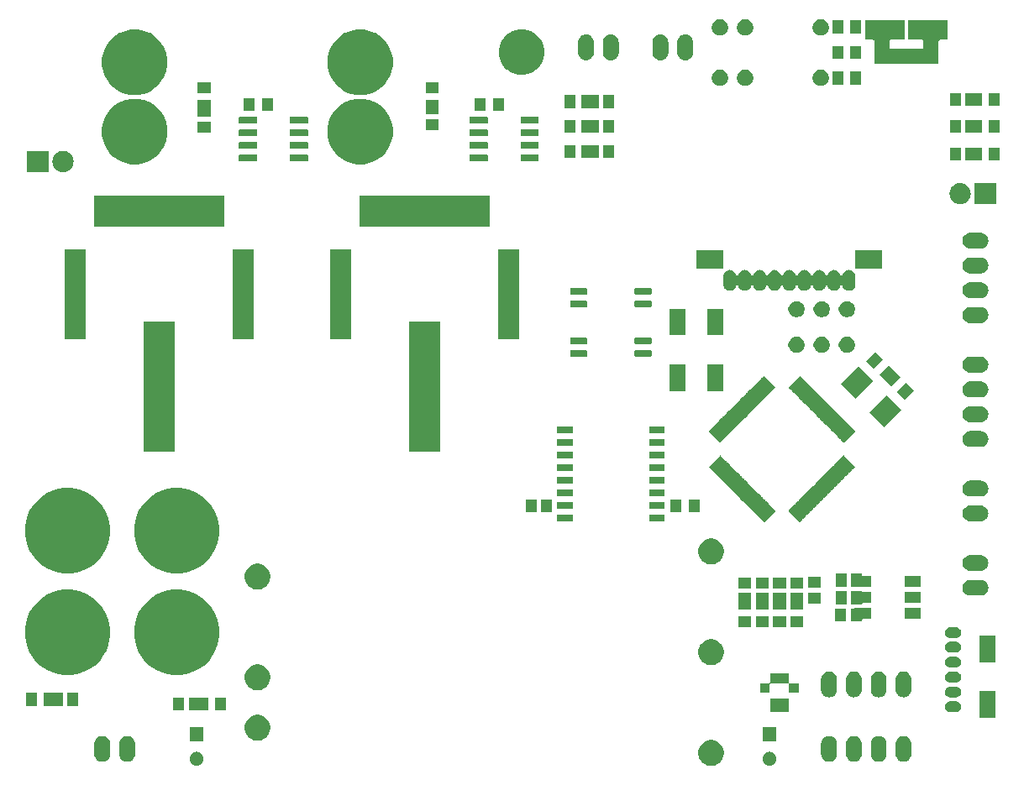
<source format=gbr>
G04 #@! TF.GenerationSoftware,KiCad,Pcbnew,(5.1.4)-1*
G04 #@! TF.CreationDate,2020-01-28T02:16:23+09:00*
G04 #@! TF.ProjectId,Electricity_Manager,456c6563-7472-4696-9369-74795f4d616e,rev?*
G04 #@! TF.SameCoordinates,Original*
G04 #@! TF.FileFunction,Soldermask,Top*
G04 #@! TF.FilePolarity,Negative*
%FSLAX46Y46*%
G04 Gerber Fmt 4.6, Leading zero omitted, Abs format (unit mm)*
G04 Created by KiCad (PCBNEW (5.1.4)-1) date 2020-01-28 02:16:23*
%MOMM*%
%LPD*%
G04 APERTURE LIST*
%ADD10C,0.100000*%
G04 APERTURE END LIST*
D10*
G36*
X118489487Y-170908996D02*
G01*
X118726253Y-171007068D01*
X118726255Y-171007069D01*
X118854830Y-171092980D01*
X118939339Y-171149447D01*
X119120553Y-171330661D01*
X119262932Y-171543747D01*
X119361004Y-171780513D01*
X119411000Y-172031861D01*
X119411000Y-172288139D01*
X119361004Y-172539487D01*
X119295692Y-172697164D01*
X119262931Y-172776255D01*
X119120553Y-172989339D01*
X118939339Y-173170553D01*
X118726255Y-173312931D01*
X118726254Y-173312932D01*
X118726253Y-173312932D01*
X118489487Y-173411004D01*
X118238139Y-173461000D01*
X117981861Y-173461000D01*
X117730513Y-173411004D01*
X117493747Y-173312932D01*
X117493746Y-173312932D01*
X117493745Y-173312931D01*
X117280661Y-173170553D01*
X117099447Y-172989339D01*
X116957069Y-172776255D01*
X116924308Y-172697164D01*
X116858996Y-172539487D01*
X116809000Y-172288139D01*
X116809000Y-172031861D01*
X116858996Y-171780513D01*
X116957068Y-171543747D01*
X117099447Y-171330661D01*
X117280661Y-171149447D01*
X117365170Y-171092980D01*
X117493745Y-171007069D01*
X117493747Y-171007068D01*
X117730513Y-170908996D01*
X117981861Y-170859000D01*
X118238139Y-170859000D01*
X118489487Y-170908996D01*
X118489487Y-170908996D01*
G37*
G36*
X124204473Y-172075938D02*
G01*
X124332049Y-172128782D01*
X124446859Y-172205495D01*
X124544505Y-172303141D01*
X124621218Y-172417951D01*
X124674062Y-172545527D01*
X124701000Y-172680956D01*
X124701000Y-172819044D01*
X124674062Y-172954473D01*
X124621218Y-173082049D01*
X124544505Y-173196859D01*
X124446859Y-173294505D01*
X124332049Y-173371218D01*
X124204473Y-173424062D01*
X124069044Y-173451000D01*
X123930956Y-173451000D01*
X123795527Y-173424062D01*
X123667951Y-173371218D01*
X123553141Y-173294505D01*
X123455495Y-173196859D01*
X123378782Y-173082049D01*
X123325938Y-172954473D01*
X123299000Y-172819044D01*
X123299000Y-172680956D01*
X123325938Y-172545527D01*
X123378782Y-172417951D01*
X123455495Y-172303141D01*
X123553141Y-172205495D01*
X123667951Y-172128782D01*
X123795527Y-172075938D01*
X123930956Y-172049000D01*
X124069044Y-172049000D01*
X124204473Y-172075938D01*
X124204473Y-172075938D01*
G37*
G36*
X66454473Y-172075938D02*
G01*
X66582049Y-172128782D01*
X66696859Y-172205495D01*
X66794505Y-172303141D01*
X66871218Y-172417951D01*
X66924062Y-172545527D01*
X66951000Y-172680956D01*
X66951000Y-172819044D01*
X66924062Y-172954473D01*
X66871218Y-173082049D01*
X66794505Y-173196859D01*
X66696859Y-173294505D01*
X66582049Y-173371218D01*
X66454473Y-173424062D01*
X66319044Y-173451000D01*
X66180956Y-173451000D01*
X66045527Y-173424062D01*
X65917951Y-173371218D01*
X65803141Y-173294505D01*
X65705495Y-173196859D01*
X65628782Y-173082049D01*
X65575938Y-172954473D01*
X65549000Y-172819044D01*
X65549000Y-172680956D01*
X65575938Y-172545527D01*
X65628782Y-172417951D01*
X65705495Y-172303141D01*
X65803141Y-172205495D01*
X65917951Y-172128782D01*
X66045527Y-172075938D01*
X66180956Y-172049000D01*
X66319044Y-172049000D01*
X66454473Y-172075938D01*
X66454473Y-172075938D01*
G37*
G36*
X137657022Y-170460590D02*
G01*
X137757681Y-170491125D01*
X137808012Y-170506392D01*
X137947164Y-170580771D01*
X138069133Y-170680867D01*
X138144688Y-170772932D01*
X138169229Y-170802835D01*
X138243608Y-170941987D01*
X138246342Y-170951000D01*
X138289410Y-171092977D01*
X138301000Y-171210655D01*
X138301000Y-172289345D01*
X138289410Y-172407023D01*
X138258875Y-172507682D01*
X138243608Y-172558013D01*
X138169229Y-172697165D01*
X138069133Y-172819133D01*
X137947165Y-172919229D01*
X137808013Y-172993608D01*
X137757682Y-173008875D01*
X137657023Y-173039410D01*
X137500000Y-173054875D01*
X137342978Y-173039410D01*
X137242319Y-173008875D01*
X137191988Y-172993608D01*
X137052836Y-172919229D01*
X136930868Y-172819133D01*
X136830772Y-172697165D01*
X136756393Y-172558013D01*
X136741126Y-172507682D01*
X136710591Y-172407023D01*
X136699001Y-172289345D01*
X136699000Y-171210656D01*
X136710590Y-171092978D01*
X136741125Y-170992319D01*
X136756392Y-170941988D01*
X136830771Y-170802836D01*
X136855313Y-170772931D01*
X136930867Y-170680867D01*
X137052835Y-170580771D01*
X137191987Y-170506392D01*
X137242318Y-170491125D01*
X137342977Y-170460590D01*
X137500000Y-170445125D01*
X137657022Y-170460590D01*
X137657022Y-170460590D01*
G37*
G36*
X56907023Y-170460590D02*
G01*
X57007682Y-170491125D01*
X57058013Y-170506392D01*
X57197165Y-170580771D01*
X57319133Y-170680867D01*
X57419229Y-170802835D01*
X57493608Y-170941987D01*
X57496342Y-170951000D01*
X57539410Y-171092977D01*
X57551000Y-171210655D01*
X57551000Y-172289345D01*
X57539410Y-172407023D01*
X57508875Y-172507682D01*
X57493608Y-172558013D01*
X57427893Y-172680956D01*
X57419229Y-172697165D01*
X57319133Y-172819133D01*
X57197164Y-172919229D01*
X57058012Y-172993608D01*
X57007681Y-173008875D01*
X56907022Y-173039410D01*
X56750000Y-173054875D01*
X56592977Y-173039410D01*
X56492318Y-173008875D01*
X56441987Y-172993608D01*
X56302835Y-172919229D01*
X56180867Y-172819133D01*
X56080771Y-172697164D01*
X56006393Y-172558013D01*
X56006392Y-172558012D01*
X55963906Y-172417952D01*
X55960590Y-172407022D01*
X55950359Y-172303141D01*
X55949000Y-172289345D01*
X55949001Y-171210654D01*
X55960591Y-171092979D01*
X55960591Y-171092977D01*
X56003659Y-170951000D01*
X56006393Y-170941987D01*
X56080772Y-170802835D01*
X56180868Y-170680867D01*
X56302836Y-170580771D01*
X56441988Y-170506392D01*
X56492319Y-170491125D01*
X56592978Y-170460590D01*
X56750000Y-170445125D01*
X56907023Y-170460590D01*
X56907023Y-170460590D01*
G37*
G36*
X59407023Y-170460590D02*
G01*
X59507682Y-170491125D01*
X59558013Y-170506392D01*
X59697165Y-170580771D01*
X59819133Y-170680867D01*
X59919229Y-170802835D01*
X59993608Y-170941987D01*
X59996342Y-170951000D01*
X60039410Y-171092977D01*
X60051000Y-171210655D01*
X60051000Y-172289345D01*
X60039410Y-172407023D01*
X60008875Y-172507682D01*
X59993608Y-172558013D01*
X59927893Y-172680956D01*
X59919229Y-172697165D01*
X59819133Y-172819133D01*
X59697164Y-172919229D01*
X59558012Y-172993608D01*
X59507681Y-173008875D01*
X59407022Y-173039410D01*
X59250000Y-173054875D01*
X59092977Y-173039410D01*
X58992318Y-173008875D01*
X58941987Y-172993608D01*
X58802835Y-172919229D01*
X58680867Y-172819133D01*
X58580771Y-172697164D01*
X58506393Y-172558013D01*
X58506392Y-172558012D01*
X58463906Y-172417952D01*
X58460590Y-172407022D01*
X58450359Y-172303141D01*
X58449000Y-172289345D01*
X58449001Y-171210654D01*
X58460591Y-171092979D01*
X58460591Y-171092977D01*
X58503659Y-170951000D01*
X58506393Y-170941987D01*
X58580772Y-170802835D01*
X58680868Y-170680867D01*
X58802836Y-170580771D01*
X58941988Y-170506392D01*
X58992319Y-170491125D01*
X59092978Y-170460590D01*
X59250000Y-170445125D01*
X59407023Y-170460590D01*
X59407023Y-170460590D01*
G37*
G36*
X132657022Y-170460590D02*
G01*
X132757681Y-170491125D01*
X132808012Y-170506392D01*
X132947164Y-170580771D01*
X133069133Y-170680867D01*
X133144688Y-170772932D01*
X133169229Y-170802835D01*
X133243608Y-170941987D01*
X133246342Y-170951000D01*
X133289410Y-171092977D01*
X133301000Y-171210655D01*
X133301000Y-172289345D01*
X133289410Y-172407023D01*
X133258875Y-172507682D01*
X133243608Y-172558013D01*
X133169229Y-172697165D01*
X133069133Y-172819133D01*
X132947165Y-172919229D01*
X132808013Y-172993608D01*
X132757682Y-173008875D01*
X132657023Y-173039410D01*
X132500000Y-173054875D01*
X132342978Y-173039410D01*
X132242319Y-173008875D01*
X132191988Y-172993608D01*
X132052836Y-172919229D01*
X131930868Y-172819133D01*
X131830772Y-172697165D01*
X131756393Y-172558013D01*
X131741126Y-172507682D01*
X131710591Y-172407023D01*
X131699001Y-172289345D01*
X131699000Y-171210656D01*
X131710590Y-171092978D01*
X131741125Y-170992319D01*
X131756392Y-170941988D01*
X131830771Y-170802836D01*
X131855313Y-170772931D01*
X131930867Y-170680867D01*
X132052835Y-170580771D01*
X132191987Y-170506392D01*
X132242318Y-170491125D01*
X132342977Y-170460590D01*
X132500000Y-170445125D01*
X132657022Y-170460590D01*
X132657022Y-170460590D01*
G37*
G36*
X130157022Y-170460590D02*
G01*
X130257681Y-170491125D01*
X130308012Y-170506392D01*
X130447164Y-170580771D01*
X130569133Y-170680867D01*
X130644688Y-170772932D01*
X130669229Y-170802835D01*
X130743608Y-170941987D01*
X130746342Y-170951000D01*
X130789410Y-171092977D01*
X130801000Y-171210655D01*
X130801000Y-172289345D01*
X130789410Y-172407023D01*
X130758875Y-172507682D01*
X130743608Y-172558013D01*
X130669229Y-172697165D01*
X130569133Y-172819133D01*
X130447165Y-172919229D01*
X130308013Y-172993608D01*
X130257682Y-173008875D01*
X130157023Y-173039410D01*
X130000000Y-173054875D01*
X129842978Y-173039410D01*
X129742319Y-173008875D01*
X129691988Y-172993608D01*
X129552836Y-172919229D01*
X129430868Y-172819133D01*
X129330772Y-172697165D01*
X129256393Y-172558013D01*
X129241126Y-172507682D01*
X129210591Y-172407023D01*
X129199001Y-172289345D01*
X129199000Y-171210656D01*
X129210590Y-171092978D01*
X129241125Y-170992319D01*
X129256392Y-170941988D01*
X129330771Y-170802836D01*
X129355313Y-170772931D01*
X129430867Y-170680867D01*
X129552835Y-170580771D01*
X129691987Y-170506392D01*
X129742318Y-170491125D01*
X129842977Y-170460590D01*
X130000000Y-170445125D01*
X130157022Y-170460590D01*
X130157022Y-170460590D01*
G37*
G36*
X135157022Y-170460590D02*
G01*
X135257681Y-170491125D01*
X135308012Y-170506392D01*
X135447164Y-170580771D01*
X135569133Y-170680867D01*
X135644688Y-170772932D01*
X135669229Y-170802835D01*
X135743608Y-170941987D01*
X135746342Y-170951000D01*
X135789410Y-171092977D01*
X135801000Y-171210655D01*
X135801000Y-172289345D01*
X135789410Y-172407023D01*
X135758875Y-172507682D01*
X135743608Y-172558013D01*
X135669229Y-172697165D01*
X135569133Y-172819133D01*
X135447165Y-172919229D01*
X135308013Y-172993608D01*
X135257682Y-173008875D01*
X135157023Y-173039410D01*
X135000000Y-173054875D01*
X134842978Y-173039410D01*
X134742319Y-173008875D01*
X134691988Y-172993608D01*
X134552836Y-172919229D01*
X134430868Y-172819133D01*
X134330772Y-172697165D01*
X134256393Y-172558013D01*
X134241126Y-172507682D01*
X134210591Y-172407023D01*
X134199001Y-172289345D01*
X134199000Y-171210656D01*
X134210590Y-171092978D01*
X134241125Y-170992319D01*
X134256392Y-170941988D01*
X134330771Y-170802836D01*
X134355313Y-170772931D01*
X134430867Y-170680867D01*
X134552835Y-170580771D01*
X134691987Y-170506392D01*
X134742318Y-170491125D01*
X134842977Y-170460590D01*
X135000000Y-170445125D01*
X135157022Y-170460590D01*
X135157022Y-170460590D01*
G37*
G36*
X66951000Y-170951000D02*
G01*
X65549000Y-170951000D01*
X65549000Y-169549000D01*
X66951000Y-169549000D01*
X66951000Y-170951000D01*
X66951000Y-170951000D01*
G37*
G36*
X124701000Y-170951000D02*
G01*
X123299000Y-170951000D01*
X123299000Y-169549000D01*
X124701000Y-169549000D01*
X124701000Y-170951000D01*
X124701000Y-170951000D01*
G37*
G36*
X72769487Y-168368996D02*
G01*
X73006253Y-168467068D01*
X73006255Y-168467069D01*
X73219339Y-168609447D01*
X73400553Y-168790661D01*
X73542932Y-169003747D01*
X73641004Y-169240513D01*
X73691000Y-169491861D01*
X73691000Y-169748139D01*
X73641004Y-169999487D01*
X73542932Y-170236253D01*
X73542931Y-170236255D01*
X73400553Y-170449339D01*
X73219339Y-170630553D01*
X73006255Y-170772931D01*
X73006254Y-170772932D01*
X73006253Y-170772932D01*
X72769487Y-170871004D01*
X72518139Y-170921000D01*
X72261861Y-170921000D01*
X72010513Y-170871004D01*
X71773747Y-170772932D01*
X71773746Y-170772932D01*
X71773745Y-170772931D01*
X71560661Y-170630553D01*
X71379447Y-170449339D01*
X71237069Y-170236255D01*
X71237068Y-170236253D01*
X71138996Y-169999487D01*
X71089000Y-169748139D01*
X71089000Y-169491861D01*
X71138996Y-169240513D01*
X71237068Y-169003747D01*
X71379447Y-168790661D01*
X71560661Y-168609447D01*
X71773745Y-168467069D01*
X71773747Y-168467068D01*
X72010513Y-168368996D01*
X72261861Y-168319000D01*
X72518139Y-168319000D01*
X72769487Y-168368996D01*
X72769487Y-168368996D01*
G37*
G36*
X146801000Y-168651000D02*
G01*
X145199000Y-168651000D01*
X145199000Y-165949000D01*
X146801000Y-165949000D01*
X146801000Y-168651000D01*
X146801000Y-168651000D01*
G37*
G36*
X125951000Y-168051000D02*
G01*
X124049000Y-168051000D01*
X124049000Y-166649000D01*
X125951000Y-166649000D01*
X125951000Y-168051000D01*
X125951000Y-168051000D01*
G37*
G36*
X142870015Y-166956973D02*
G01*
X142973879Y-166988479D01*
X143001055Y-167003005D01*
X143069600Y-167039643D01*
X143153501Y-167108499D01*
X143222357Y-167192400D01*
X143258995Y-167260945D01*
X143273521Y-167288121D01*
X143305027Y-167391985D01*
X143315666Y-167500000D01*
X143305027Y-167608015D01*
X143273521Y-167711879D01*
X143273519Y-167711882D01*
X143222357Y-167807600D01*
X143153501Y-167891501D01*
X143069600Y-167960357D01*
X143001055Y-167996995D01*
X142973879Y-168011521D01*
X142870015Y-168043027D01*
X142789067Y-168051000D01*
X142210933Y-168051000D01*
X142129985Y-168043027D01*
X142026121Y-168011521D01*
X141998945Y-167996995D01*
X141930400Y-167960357D01*
X141846499Y-167891501D01*
X141777643Y-167807600D01*
X141726481Y-167711882D01*
X141726479Y-167711879D01*
X141694973Y-167608015D01*
X141684334Y-167500000D01*
X141694973Y-167391985D01*
X141726479Y-167288121D01*
X141741005Y-167260945D01*
X141777643Y-167192400D01*
X141846499Y-167108499D01*
X141930400Y-167039643D01*
X141998945Y-167003005D01*
X142026121Y-166988479D01*
X142129985Y-166956973D01*
X142210933Y-166949000D01*
X142789067Y-166949000D01*
X142870015Y-166956973D01*
X142870015Y-166956973D01*
G37*
G36*
X67421000Y-167901000D02*
G01*
X65479000Y-167901000D01*
X65479000Y-166599000D01*
X67421000Y-166599000D01*
X67421000Y-167901000D01*
X67421000Y-167901000D01*
G37*
G36*
X65021000Y-167901000D02*
G01*
X63919000Y-167901000D01*
X63919000Y-166599000D01*
X65021000Y-166599000D01*
X65021000Y-167901000D01*
X65021000Y-167901000D01*
G37*
G36*
X69181000Y-167901000D02*
G01*
X68079000Y-167901000D01*
X68079000Y-166599000D01*
X69181000Y-166599000D01*
X69181000Y-167901000D01*
X69181000Y-167901000D01*
G37*
G36*
X52771000Y-167401000D02*
G01*
X50829000Y-167401000D01*
X50829000Y-166099000D01*
X52771000Y-166099000D01*
X52771000Y-167401000D01*
X52771000Y-167401000D01*
G37*
G36*
X50171000Y-167401000D02*
G01*
X49069000Y-167401000D01*
X49069000Y-166099000D01*
X50171000Y-166099000D01*
X50171000Y-167401000D01*
X50171000Y-167401000D01*
G37*
G36*
X54331000Y-167401000D02*
G01*
X53229000Y-167401000D01*
X53229000Y-166099000D01*
X54331000Y-166099000D01*
X54331000Y-167401000D01*
X54331000Y-167401000D01*
G37*
G36*
X130157023Y-163960590D02*
G01*
X130248961Y-163988479D01*
X130308013Y-164006392D01*
X130447165Y-164080771D01*
X130569133Y-164180867D01*
X130669229Y-164302835D01*
X130743608Y-164441987D01*
X130743608Y-164441988D01*
X130789410Y-164592977D01*
X130801000Y-164710655D01*
X130801000Y-165789345D01*
X130789410Y-165907023D01*
X130776676Y-165949000D01*
X130743608Y-166058013D01*
X130716882Y-166108013D01*
X130669229Y-166197165D01*
X130569133Y-166319133D01*
X130480951Y-166391501D01*
X130447164Y-166419229D01*
X130308012Y-166493608D01*
X130257681Y-166508875D01*
X130157022Y-166539410D01*
X130000000Y-166554875D01*
X129842977Y-166539410D01*
X129742318Y-166508875D01*
X129691987Y-166493608D01*
X129552835Y-166419229D01*
X129519048Y-166391501D01*
X129430867Y-166319133D01*
X129330771Y-166197164D01*
X129256392Y-166058012D01*
X129223324Y-165949000D01*
X129210590Y-165907022D01*
X129199000Y-165789344D01*
X129199001Y-164710655D01*
X129210591Y-164592977D01*
X129256393Y-164441988D01*
X129256393Y-164441987D01*
X129330772Y-164302835D01*
X129430868Y-164180867D01*
X129552836Y-164080771D01*
X129691988Y-164006392D01*
X129751040Y-163988479D01*
X129842978Y-163960590D01*
X130000000Y-163945125D01*
X130157023Y-163960590D01*
X130157023Y-163960590D01*
G37*
G36*
X132657023Y-163960590D02*
G01*
X132748961Y-163988479D01*
X132808013Y-164006392D01*
X132947165Y-164080771D01*
X133069133Y-164180867D01*
X133169229Y-164302835D01*
X133243608Y-164441987D01*
X133243608Y-164441988D01*
X133289410Y-164592977D01*
X133301000Y-164710655D01*
X133301000Y-165789345D01*
X133289410Y-165907023D01*
X133276676Y-165949000D01*
X133243608Y-166058013D01*
X133216882Y-166108013D01*
X133169229Y-166197165D01*
X133069133Y-166319133D01*
X132980951Y-166391501D01*
X132947164Y-166419229D01*
X132808012Y-166493608D01*
X132757681Y-166508875D01*
X132657022Y-166539410D01*
X132500000Y-166554875D01*
X132342977Y-166539410D01*
X132242318Y-166508875D01*
X132191987Y-166493608D01*
X132052835Y-166419229D01*
X132019048Y-166391501D01*
X131930867Y-166319133D01*
X131830771Y-166197164D01*
X131756392Y-166058012D01*
X131723324Y-165949000D01*
X131710590Y-165907022D01*
X131699000Y-165789344D01*
X131699001Y-164710655D01*
X131710591Y-164592977D01*
X131756393Y-164441988D01*
X131756393Y-164441987D01*
X131830772Y-164302835D01*
X131930868Y-164180867D01*
X132052836Y-164080771D01*
X132191988Y-164006392D01*
X132251040Y-163988479D01*
X132342978Y-163960590D01*
X132500000Y-163945125D01*
X132657023Y-163960590D01*
X132657023Y-163960590D01*
G37*
G36*
X135157023Y-163960590D02*
G01*
X135248961Y-163988479D01*
X135308013Y-164006392D01*
X135447165Y-164080771D01*
X135569133Y-164180867D01*
X135669229Y-164302835D01*
X135743608Y-164441987D01*
X135743608Y-164441988D01*
X135789410Y-164592977D01*
X135801000Y-164710655D01*
X135801000Y-165789345D01*
X135789410Y-165907023D01*
X135776676Y-165949000D01*
X135743608Y-166058013D01*
X135716882Y-166108013D01*
X135669229Y-166197165D01*
X135569133Y-166319133D01*
X135480951Y-166391501D01*
X135447164Y-166419229D01*
X135308012Y-166493608D01*
X135257681Y-166508875D01*
X135157022Y-166539410D01*
X135000000Y-166554875D01*
X134842977Y-166539410D01*
X134742318Y-166508875D01*
X134691987Y-166493608D01*
X134552835Y-166419229D01*
X134519048Y-166391501D01*
X134430867Y-166319133D01*
X134330771Y-166197164D01*
X134256392Y-166058012D01*
X134223324Y-165949000D01*
X134210590Y-165907022D01*
X134199000Y-165789344D01*
X134199001Y-164710655D01*
X134210591Y-164592977D01*
X134256393Y-164441988D01*
X134256393Y-164441987D01*
X134330772Y-164302835D01*
X134430868Y-164180867D01*
X134552836Y-164080771D01*
X134691988Y-164006392D01*
X134751040Y-163988479D01*
X134842978Y-163960590D01*
X135000000Y-163945125D01*
X135157023Y-163960590D01*
X135157023Y-163960590D01*
G37*
G36*
X137657023Y-163960590D02*
G01*
X137748961Y-163988479D01*
X137808013Y-164006392D01*
X137947165Y-164080771D01*
X138069133Y-164180867D01*
X138169229Y-164302835D01*
X138243608Y-164441987D01*
X138243608Y-164441988D01*
X138289410Y-164592977D01*
X138301000Y-164710655D01*
X138301000Y-165789345D01*
X138289410Y-165907023D01*
X138276676Y-165949000D01*
X138243608Y-166058013D01*
X138216882Y-166108013D01*
X138169229Y-166197165D01*
X138069133Y-166319133D01*
X137980951Y-166391501D01*
X137947164Y-166419229D01*
X137808012Y-166493608D01*
X137757681Y-166508875D01*
X137657022Y-166539410D01*
X137500000Y-166554875D01*
X137342977Y-166539410D01*
X137242318Y-166508875D01*
X137191987Y-166493608D01*
X137052835Y-166419229D01*
X137019048Y-166391501D01*
X136930867Y-166319133D01*
X136830771Y-166197164D01*
X136756392Y-166058012D01*
X136723324Y-165949000D01*
X136710590Y-165907022D01*
X136699000Y-165789344D01*
X136699001Y-164710655D01*
X136710591Y-164592977D01*
X136756393Y-164441988D01*
X136756393Y-164441987D01*
X136830772Y-164302835D01*
X136930868Y-164180867D01*
X137052836Y-164080771D01*
X137191988Y-164006392D01*
X137251040Y-163988479D01*
X137342978Y-163960590D01*
X137500000Y-163945125D01*
X137657023Y-163960590D01*
X137657023Y-163960590D01*
G37*
G36*
X142870015Y-165456973D02*
G01*
X142973879Y-165488479D01*
X143001055Y-165503005D01*
X143069600Y-165539643D01*
X143153501Y-165608499D01*
X143222357Y-165692400D01*
X143258995Y-165760945D01*
X143273521Y-165788121D01*
X143305027Y-165891985D01*
X143315666Y-166000000D01*
X143305027Y-166108015D01*
X143273521Y-166211879D01*
X143273519Y-166211882D01*
X143222357Y-166307600D01*
X143153501Y-166391501D01*
X143069600Y-166460357D01*
X143007391Y-166493608D01*
X142973879Y-166511521D01*
X142870015Y-166543027D01*
X142789067Y-166551000D01*
X142210933Y-166551000D01*
X142129985Y-166543027D01*
X142026121Y-166511521D01*
X141992609Y-166493608D01*
X141930400Y-166460357D01*
X141846499Y-166391501D01*
X141777643Y-166307600D01*
X141726481Y-166211882D01*
X141726479Y-166211879D01*
X141694973Y-166108015D01*
X141684334Y-166000000D01*
X141694973Y-165891985D01*
X141726479Y-165788121D01*
X141741005Y-165760945D01*
X141777643Y-165692400D01*
X141846499Y-165608499D01*
X141930400Y-165539643D01*
X141998945Y-165503005D01*
X142026121Y-165488479D01*
X142129985Y-165456973D01*
X142210933Y-165449000D01*
X142789067Y-165449000D01*
X142870015Y-165456973D01*
X142870015Y-165456973D01*
G37*
G36*
X125951000Y-165024001D02*
G01*
X125953402Y-165048387D01*
X125960515Y-165071836D01*
X125972066Y-165093447D01*
X125987611Y-165112389D01*
X126006553Y-165127934D01*
X126028164Y-165139485D01*
X126051613Y-165146598D01*
X126075999Y-165149000D01*
X126926000Y-165149000D01*
X126926000Y-166051000D01*
X125974000Y-166051000D01*
X125974000Y-165250999D01*
X125971598Y-165226613D01*
X125964485Y-165203164D01*
X125952934Y-165181553D01*
X125937389Y-165162611D01*
X125918447Y-165147066D01*
X125896836Y-165135515D01*
X125873387Y-165128402D01*
X125849001Y-165126000D01*
X124150999Y-165126000D01*
X124126613Y-165128402D01*
X124103164Y-165135515D01*
X124081553Y-165147066D01*
X124062611Y-165162611D01*
X124047066Y-165181553D01*
X124035515Y-165203164D01*
X124028402Y-165226613D01*
X124026000Y-165250999D01*
X124026000Y-166051000D01*
X123074000Y-166051000D01*
X123074000Y-165149000D01*
X123924001Y-165149000D01*
X123948387Y-165146598D01*
X123971836Y-165139485D01*
X123993447Y-165127934D01*
X124012389Y-165112389D01*
X124027934Y-165093447D01*
X124039485Y-165071836D01*
X124046598Y-165048387D01*
X124049000Y-165024001D01*
X124049000Y-164174000D01*
X125951000Y-164174000D01*
X125951000Y-165024001D01*
X125951000Y-165024001D01*
G37*
G36*
X72769487Y-163288996D02*
G01*
X73006253Y-163387068D01*
X73006255Y-163387069D01*
X73115937Y-163460356D01*
X73219339Y-163529447D01*
X73400553Y-163710661D01*
X73542932Y-163923747D01*
X73641004Y-164160513D01*
X73691000Y-164411861D01*
X73691000Y-164668139D01*
X73641004Y-164919487D01*
X73546931Y-165146598D01*
X73542931Y-165156255D01*
X73400553Y-165369339D01*
X73219339Y-165550553D01*
X73006255Y-165692931D01*
X73006254Y-165692932D01*
X73006253Y-165692932D01*
X72769487Y-165791004D01*
X72518139Y-165841000D01*
X72261861Y-165841000D01*
X72010513Y-165791004D01*
X71773747Y-165692932D01*
X71773746Y-165692932D01*
X71773745Y-165692931D01*
X71560661Y-165550553D01*
X71379447Y-165369339D01*
X71237069Y-165156255D01*
X71233069Y-165146598D01*
X71138996Y-164919487D01*
X71089000Y-164668139D01*
X71089000Y-164411861D01*
X71138996Y-164160513D01*
X71237068Y-163923747D01*
X71379447Y-163710661D01*
X71560661Y-163529447D01*
X71664063Y-163460356D01*
X71773745Y-163387069D01*
X71773747Y-163387068D01*
X72010513Y-163288996D01*
X72261861Y-163239000D01*
X72518139Y-163239000D01*
X72769487Y-163288996D01*
X72769487Y-163288996D01*
G37*
G36*
X142870015Y-163956973D02*
G01*
X142973879Y-163988479D01*
X143001055Y-164003005D01*
X143069600Y-164039643D01*
X143153501Y-164108499D01*
X143222357Y-164192400D01*
X143258995Y-164260945D01*
X143273521Y-164288121D01*
X143305027Y-164391985D01*
X143315666Y-164500000D01*
X143305027Y-164608015D01*
X143273521Y-164711879D01*
X143273519Y-164711882D01*
X143222357Y-164807600D01*
X143153501Y-164891501D01*
X143069600Y-164960357D01*
X143001055Y-164996995D01*
X142973879Y-165011521D01*
X142870015Y-165043027D01*
X142789067Y-165051000D01*
X142210933Y-165051000D01*
X142129985Y-165043027D01*
X142026121Y-165011521D01*
X141998945Y-164996995D01*
X141930400Y-164960357D01*
X141846499Y-164891501D01*
X141777643Y-164807600D01*
X141726481Y-164711882D01*
X141726479Y-164711879D01*
X141694973Y-164608015D01*
X141684334Y-164500000D01*
X141694973Y-164391985D01*
X141726479Y-164288121D01*
X141741005Y-164260945D01*
X141777643Y-164192400D01*
X141846499Y-164108499D01*
X141930400Y-164039643D01*
X141998945Y-164003005D01*
X142026121Y-163988479D01*
X142129985Y-163956973D01*
X142210933Y-163949000D01*
X142789067Y-163949000D01*
X142870015Y-163956973D01*
X142870015Y-163956973D01*
G37*
G36*
X65504554Y-155864284D02*
G01*
X66287286Y-156188502D01*
X66287288Y-156188503D01*
X66991728Y-156659195D01*
X67590805Y-157258272D01*
X68061497Y-157962712D01*
X68061498Y-157962714D01*
X68385716Y-158745446D01*
X68551000Y-159576387D01*
X68551000Y-160423613D01*
X68385716Y-161254554D01*
X68156637Y-161807600D01*
X68061497Y-162037288D01*
X67590805Y-162741728D01*
X66991728Y-163340805D01*
X66287288Y-163811497D01*
X66287287Y-163811498D01*
X66287286Y-163811498D01*
X65504554Y-164135716D01*
X64673613Y-164301000D01*
X63826387Y-164301000D01*
X62995446Y-164135716D01*
X62212714Y-163811498D01*
X62212713Y-163811498D01*
X62212712Y-163811497D01*
X61508272Y-163340805D01*
X60909195Y-162741728D01*
X60438503Y-162037288D01*
X60343363Y-161807600D01*
X60114284Y-161254554D01*
X59949000Y-160423613D01*
X59949000Y-159576387D01*
X60114284Y-158745446D01*
X60438502Y-157962714D01*
X60438503Y-157962712D01*
X60909195Y-157258272D01*
X61508272Y-156659195D01*
X62212712Y-156188503D01*
X62212714Y-156188502D01*
X62995446Y-155864284D01*
X63826387Y-155699000D01*
X64673613Y-155699000D01*
X65504554Y-155864284D01*
X65504554Y-155864284D01*
G37*
G36*
X54504554Y-155864284D02*
G01*
X55287286Y-156188502D01*
X55287288Y-156188503D01*
X55991728Y-156659195D01*
X56590805Y-157258272D01*
X57061497Y-157962712D01*
X57061498Y-157962714D01*
X57385716Y-158745446D01*
X57551000Y-159576387D01*
X57551000Y-160423613D01*
X57385716Y-161254554D01*
X57156637Y-161807600D01*
X57061497Y-162037288D01*
X56590805Y-162741728D01*
X55991728Y-163340805D01*
X55287288Y-163811497D01*
X55287287Y-163811498D01*
X55287286Y-163811498D01*
X54504554Y-164135716D01*
X53673613Y-164301000D01*
X52826387Y-164301000D01*
X51995446Y-164135716D01*
X51212714Y-163811498D01*
X51212713Y-163811498D01*
X51212712Y-163811497D01*
X50508272Y-163340805D01*
X49909195Y-162741728D01*
X49438503Y-162037288D01*
X49343363Y-161807600D01*
X49114284Y-161254554D01*
X48949000Y-160423613D01*
X48949000Y-159576387D01*
X49114284Y-158745446D01*
X49438502Y-157962714D01*
X49438503Y-157962712D01*
X49909195Y-157258272D01*
X50508272Y-156659195D01*
X51212712Y-156188503D01*
X51212714Y-156188502D01*
X51995446Y-155864284D01*
X52826387Y-155699000D01*
X53673613Y-155699000D01*
X54504554Y-155864284D01*
X54504554Y-155864284D01*
G37*
G36*
X142870015Y-162456973D02*
G01*
X142973879Y-162488479D01*
X143001055Y-162503005D01*
X143069600Y-162539643D01*
X143153501Y-162608499D01*
X143222357Y-162692400D01*
X143248723Y-162741728D01*
X143273521Y-162788121D01*
X143305027Y-162891985D01*
X143315666Y-163000000D01*
X143305027Y-163108015D01*
X143273521Y-163211879D01*
X143273519Y-163211882D01*
X143222357Y-163307600D01*
X143153501Y-163391501D01*
X143069600Y-163460357D01*
X143001055Y-163496995D01*
X142973879Y-163511521D01*
X142870015Y-163543027D01*
X142789067Y-163551000D01*
X142210933Y-163551000D01*
X142129985Y-163543027D01*
X142026121Y-163511521D01*
X141998945Y-163496995D01*
X141930400Y-163460357D01*
X141846499Y-163391501D01*
X141777643Y-163307600D01*
X141726481Y-163211882D01*
X141726479Y-163211879D01*
X141694973Y-163108015D01*
X141684334Y-163000000D01*
X141694973Y-162891985D01*
X141726479Y-162788121D01*
X141751277Y-162741728D01*
X141777643Y-162692400D01*
X141846499Y-162608499D01*
X141930400Y-162539643D01*
X141998945Y-162503005D01*
X142026121Y-162488479D01*
X142129985Y-162456973D01*
X142210933Y-162449000D01*
X142789067Y-162449000D01*
X142870015Y-162456973D01*
X142870015Y-162456973D01*
G37*
G36*
X118489487Y-160748996D02*
G01*
X118726253Y-160847068D01*
X118726255Y-160847069D01*
X118939339Y-160989447D01*
X119120553Y-161170661D01*
X119135079Y-161192400D01*
X119262932Y-161383747D01*
X119361004Y-161620513D01*
X119411000Y-161871861D01*
X119411000Y-162128139D01*
X119361004Y-162379487D01*
X119266144Y-162608499D01*
X119262931Y-162616255D01*
X119120553Y-162829339D01*
X118939339Y-163010553D01*
X118726255Y-163152931D01*
X118726254Y-163152932D01*
X118726253Y-163152932D01*
X118489487Y-163251004D01*
X118238139Y-163301000D01*
X117981861Y-163301000D01*
X117730513Y-163251004D01*
X117493747Y-163152932D01*
X117493746Y-163152932D01*
X117493745Y-163152931D01*
X117280661Y-163010553D01*
X117099447Y-162829339D01*
X116957069Y-162616255D01*
X116953856Y-162608499D01*
X116858996Y-162379487D01*
X116809000Y-162128139D01*
X116809000Y-161871861D01*
X116858996Y-161620513D01*
X116957068Y-161383747D01*
X117084922Y-161192400D01*
X117099447Y-161170661D01*
X117280661Y-160989447D01*
X117493745Y-160847069D01*
X117493747Y-160847068D01*
X117730513Y-160748996D01*
X117981861Y-160699000D01*
X118238139Y-160699000D01*
X118489487Y-160748996D01*
X118489487Y-160748996D01*
G37*
G36*
X146801000Y-163051000D02*
G01*
X145199000Y-163051000D01*
X145199000Y-160349000D01*
X146801000Y-160349000D01*
X146801000Y-163051000D01*
X146801000Y-163051000D01*
G37*
G36*
X142870015Y-160956973D02*
G01*
X142973879Y-160988479D01*
X143001055Y-161003005D01*
X143069600Y-161039643D01*
X143153501Y-161108499D01*
X143222357Y-161192400D01*
X143255579Y-161254554D01*
X143273521Y-161288121D01*
X143305027Y-161391985D01*
X143315666Y-161500000D01*
X143305027Y-161608015D01*
X143273521Y-161711879D01*
X143273519Y-161711882D01*
X143222357Y-161807600D01*
X143153501Y-161891501D01*
X143069600Y-161960357D01*
X143001055Y-161996995D01*
X142973879Y-162011521D01*
X142870015Y-162043027D01*
X142789067Y-162051000D01*
X142210933Y-162051000D01*
X142129985Y-162043027D01*
X142026121Y-162011521D01*
X141998945Y-161996995D01*
X141930400Y-161960357D01*
X141846499Y-161891501D01*
X141777643Y-161807600D01*
X141726481Y-161711882D01*
X141726479Y-161711879D01*
X141694973Y-161608015D01*
X141684334Y-161500000D01*
X141694973Y-161391985D01*
X141726479Y-161288121D01*
X141744421Y-161254554D01*
X141777643Y-161192400D01*
X141846499Y-161108499D01*
X141930400Y-161039643D01*
X141998945Y-161003005D01*
X142026121Y-160988479D01*
X142129985Y-160956973D01*
X142210933Y-160949000D01*
X142789067Y-160949000D01*
X142870015Y-160956973D01*
X142870015Y-160956973D01*
G37*
G36*
X142870015Y-159456973D02*
G01*
X142973879Y-159488479D01*
X143001055Y-159503005D01*
X143069600Y-159539643D01*
X143153501Y-159608499D01*
X143222357Y-159692400D01*
X143258995Y-159760945D01*
X143273521Y-159788121D01*
X143305027Y-159891985D01*
X143315666Y-160000000D01*
X143305027Y-160108015D01*
X143273521Y-160211879D01*
X143273519Y-160211882D01*
X143222357Y-160307600D01*
X143153501Y-160391501D01*
X143069600Y-160460357D01*
X143001055Y-160496995D01*
X142973879Y-160511521D01*
X142870015Y-160543027D01*
X142789067Y-160551000D01*
X142210933Y-160551000D01*
X142129985Y-160543027D01*
X142026121Y-160511521D01*
X141998945Y-160496995D01*
X141930400Y-160460357D01*
X141846499Y-160391501D01*
X141777643Y-160307600D01*
X141726481Y-160211882D01*
X141726479Y-160211879D01*
X141694973Y-160108015D01*
X141684334Y-160000000D01*
X141694973Y-159891985D01*
X141726479Y-159788121D01*
X141741005Y-159760945D01*
X141777643Y-159692400D01*
X141846499Y-159608499D01*
X141930400Y-159539643D01*
X141998945Y-159503005D01*
X142026121Y-159488479D01*
X142129985Y-159456973D01*
X142210933Y-159449000D01*
X142789067Y-159449000D01*
X142870015Y-159456973D01*
X142870015Y-159456973D01*
G37*
G36*
X122151000Y-159461000D02*
G01*
X120849000Y-159461000D01*
X120849000Y-158359000D01*
X122151000Y-158359000D01*
X122151000Y-159461000D01*
X122151000Y-159461000D01*
G37*
G36*
X125651000Y-159461000D02*
G01*
X124349000Y-159461000D01*
X124349000Y-158359000D01*
X125651000Y-158359000D01*
X125651000Y-159461000D01*
X125651000Y-159461000D01*
G37*
G36*
X127401000Y-159461000D02*
G01*
X126099000Y-159461000D01*
X126099000Y-158359000D01*
X127401000Y-158359000D01*
X127401000Y-159461000D01*
X127401000Y-159461000D01*
G37*
G36*
X123901000Y-159461000D02*
G01*
X122599000Y-159461000D01*
X122599000Y-158359000D01*
X123901000Y-158359000D01*
X123901000Y-159461000D01*
X123901000Y-159461000D01*
G37*
G36*
X134201000Y-158651000D02*
G01*
X133425999Y-158651000D01*
X133401613Y-158653402D01*
X133378164Y-158660515D01*
X133356553Y-158672066D01*
X133337611Y-158687611D01*
X133322066Y-158706553D01*
X133310515Y-158728164D01*
X133303402Y-158751613D01*
X133301000Y-158775999D01*
X133301000Y-158901000D01*
X132199000Y-158901000D01*
X132199000Y-157599000D01*
X132474001Y-157599000D01*
X132498387Y-157596598D01*
X132521836Y-157589485D01*
X132543447Y-157577934D01*
X132562389Y-157562389D01*
X132573377Y-157549000D01*
X134201000Y-157549000D01*
X134201000Y-158651000D01*
X134201000Y-158651000D01*
G37*
G36*
X131741000Y-158901000D02*
G01*
X130639000Y-158901000D01*
X130639000Y-157599000D01*
X131741000Y-157599000D01*
X131741000Y-158901000D01*
X131741000Y-158901000D01*
G37*
G36*
X139201000Y-158651000D02*
G01*
X137599000Y-158651000D01*
X137599000Y-157549000D01*
X139201000Y-157549000D01*
X139201000Y-158651000D01*
X139201000Y-158651000D01*
G37*
G36*
X122151000Y-157701000D02*
G01*
X120849000Y-157701000D01*
X120849000Y-156009000D01*
X122151000Y-156009000D01*
X122151000Y-157701000D01*
X122151000Y-157701000D01*
G37*
G36*
X123901000Y-157701000D02*
G01*
X122599000Y-157701000D01*
X122599000Y-156009000D01*
X123901000Y-156009000D01*
X123901000Y-157701000D01*
X123901000Y-157701000D01*
G37*
G36*
X127401000Y-157701000D02*
G01*
X126099000Y-157701000D01*
X126099000Y-156009000D01*
X127401000Y-156009000D01*
X127401000Y-157701000D01*
X127401000Y-157701000D01*
G37*
G36*
X125651000Y-157701000D02*
G01*
X124349000Y-157701000D01*
X124349000Y-156009000D01*
X125651000Y-156009000D01*
X125651000Y-157701000D01*
X125651000Y-157701000D01*
G37*
G36*
X133340515Y-155871836D02*
G01*
X133352066Y-155893447D01*
X133367611Y-155912389D01*
X133386553Y-155927934D01*
X133408164Y-155939485D01*
X133431613Y-155946598D01*
X133455999Y-155949000D01*
X134201000Y-155949000D01*
X134201000Y-157051000D01*
X133455999Y-157051000D01*
X133431613Y-157053402D01*
X133408164Y-157060515D01*
X133386553Y-157072066D01*
X133367611Y-157087611D01*
X133352066Y-157106553D01*
X133340515Y-157128164D01*
X133333588Y-157151000D01*
X132229000Y-157151000D01*
X132229000Y-155849000D01*
X133333588Y-155849000D01*
X133340515Y-155871836D01*
X133340515Y-155871836D01*
G37*
G36*
X131771000Y-157151000D02*
G01*
X130669000Y-157151000D01*
X130669000Y-155849000D01*
X131771000Y-155849000D01*
X131771000Y-157151000D01*
X131771000Y-157151000D01*
G37*
G36*
X129151000Y-157081000D02*
G01*
X127849000Y-157081000D01*
X127849000Y-155979000D01*
X129151000Y-155979000D01*
X129151000Y-157081000D01*
X129151000Y-157081000D01*
G37*
G36*
X139201000Y-157051000D02*
G01*
X137599000Y-157051000D01*
X137599000Y-155949000D01*
X139201000Y-155949000D01*
X139201000Y-157051000D01*
X139201000Y-157051000D01*
G37*
G36*
X145328571Y-154702863D02*
G01*
X145407023Y-154710590D01*
X145507682Y-154741125D01*
X145558013Y-154756392D01*
X145697165Y-154830771D01*
X145819133Y-154930867D01*
X145919229Y-155052835D01*
X145993608Y-155191987D01*
X146008875Y-155242318D01*
X146039410Y-155342977D01*
X146054875Y-155500000D01*
X146039410Y-155657023D01*
X146026676Y-155699000D01*
X145993608Y-155808013D01*
X145919229Y-155947165D01*
X145819133Y-156069133D01*
X145697165Y-156169229D01*
X145558013Y-156243608D01*
X145507682Y-156258875D01*
X145407023Y-156289410D01*
X145328571Y-156297137D01*
X145289346Y-156301000D01*
X144210654Y-156301000D01*
X144171429Y-156297137D01*
X144092977Y-156289410D01*
X143992318Y-156258875D01*
X143941987Y-156243608D01*
X143802835Y-156169229D01*
X143680867Y-156069133D01*
X143580771Y-155947165D01*
X143506392Y-155808013D01*
X143473324Y-155699000D01*
X143460590Y-155657023D01*
X143445125Y-155500000D01*
X143460590Y-155342977D01*
X143491125Y-155242318D01*
X143506392Y-155191987D01*
X143580771Y-155052835D01*
X143680867Y-154930867D01*
X143802835Y-154830771D01*
X143941987Y-154756392D01*
X143992318Y-154741125D01*
X144092977Y-154710590D01*
X144171429Y-154702863D01*
X144210654Y-154699000D01*
X145289346Y-154699000D01*
X145328571Y-154702863D01*
X145328571Y-154702863D01*
G37*
G36*
X72769487Y-153128996D02*
G01*
X73006253Y-153227068D01*
X73006255Y-153227069D01*
X73219339Y-153369447D01*
X73400553Y-153550661D01*
X73479778Y-153669229D01*
X73542932Y-153763747D01*
X73641004Y-154000513D01*
X73691000Y-154251861D01*
X73691000Y-154508139D01*
X73641004Y-154759487D01*
X73611477Y-154830771D01*
X73542931Y-154996255D01*
X73400553Y-155209339D01*
X73219339Y-155390553D01*
X73006255Y-155532931D01*
X73006254Y-155532932D01*
X73006253Y-155532932D01*
X72769487Y-155631004D01*
X72518139Y-155681000D01*
X72261861Y-155681000D01*
X72010513Y-155631004D01*
X71773747Y-155532932D01*
X71773746Y-155532932D01*
X71773745Y-155532931D01*
X71560661Y-155390553D01*
X71379447Y-155209339D01*
X71237069Y-154996255D01*
X71168523Y-154830771D01*
X71138996Y-154759487D01*
X71089000Y-154508139D01*
X71089000Y-154251861D01*
X71138996Y-154000513D01*
X71237068Y-153763747D01*
X71300223Y-153669229D01*
X71379447Y-153550661D01*
X71560661Y-153369447D01*
X71773745Y-153227069D01*
X71773747Y-153227068D01*
X72010513Y-153128996D01*
X72261861Y-153079000D01*
X72518139Y-153079000D01*
X72769487Y-153128996D01*
X72769487Y-153128996D01*
G37*
G36*
X127401000Y-155551000D02*
G01*
X126099000Y-155551000D01*
X126099000Y-154449000D01*
X127401000Y-154449000D01*
X127401000Y-155551000D01*
X127401000Y-155551000D01*
G37*
G36*
X125651000Y-155551000D02*
G01*
X124349000Y-155551000D01*
X124349000Y-154449000D01*
X125651000Y-154449000D01*
X125651000Y-155551000D01*
X125651000Y-155551000D01*
G37*
G36*
X122151000Y-155551000D02*
G01*
X120849000Y-155551000D01*
X120849000Y-154449000D01*
X122151000Y-154449000D01*
X122151000Y-155551000D01*
X122151000Y-155551000D01*
G37*
G36*
X123901000Y-155551000D02*
G01*
X122599000Y-155551000D01*
X122599000Y-154449000D01*
X123901000Y-154449000D01*
X123901000Y-155551000D01*
X123901000Y-155551000D01*
G37*
G36*
X129151000Y-155521000D02*
G01*
X127849000Y-155521000D01*
X127849000Y-154419000D01*
X129151000Y-154419000D01*
X129151000Y-155521000D01*
X129151000Y-155521000D01*
G37*
G36*
X133331000Y-154224001D02*
G01*
X133333402Y-154248387D01*
X133340515Y-154271836D01*
X133352066Y-154293447D01*
X133367611Y-154312389D01*
X133386553Y-154327934D01*
X133408164Y-154339485D01*
X133431613Y-154346598D01*
X133455999Y-154349000D01*
X134201000Y-154349000D01*
X134201000Y-155451000D01*
X132573377Y-155451000D01*
X132562389Y-155437611D01*
X132543447Y-155422066D01*
X132521836Y-155410515D01*
X132498387Y-155403402D01*
X132474001Y-155401000D01*
X132229000Y-155401000D01*
X132229000Y-154099000D01*
X133331000Y-154099000D01*
X133331000Y-154224001D01*
X133331000Y-154224001D01*
G37*
G36*
X139201000Y-155451000D02*
G01*
X137599000Y-155451000D01*
X137599000Y-154349000D01*
X139201000Y-154349000D01*
X139201000Y-155451000D01*
X139201000Y-155451000D01*
G37*
G36*
X131771000Y-155401000D02*
G01*
X130669000Y-155401000D01*
X130669000Y-154099000D01*
X131771000Y-154099000D01*
X131771000Y-155401000D01*
X131771000Y-155401000D01*
G37*
G36*
X54504554Y-145614284D02*
G01*
X55287286Y-145938502D01*
X55287288Y-145938503D01*
X55991728Y-146409195D01*
X56590805Y-147008272D01*
X57061497Y-147712712D01*
X57061498Y-147712714D01*
X57385716Y-148495446D01*
X57551000Y-149326387D01*
X57551000Y-150173613D01*
X57385716Y-151004554D01*
X57385715Y-151004556D01*
X57061497Y-151787288D01*
X56590805Y-152491728D01*
X55991728Y-153090805D01*
X55287288Y-153561497D01*
X55287287Y-153561498D01*
X55287286Y-153561498D01*
X54504554Y-153885716D01*
X53673613Y-154051000D01*
X52826387Y-154051000D01*
X51995446Y-153885716D01*
X51212714Y-153561498D01*
X51212713Y-153561498D01*
X51212712Y-153561497D01*
X50508272Y-153090805D01*
X49909195Y-152491728D01*
X49438503Y-151787288D01*
X49114285Y-151004556D01*
X49114284Y-151004554D01*
X48949000Y-150173613D01*
X48949000Y-149326387D01*
X49114284Y-148495446D01*
X49438502Y-147712714D01*
X49438503Y-147712712D01*
X49909195Y-147008272D01*
X50508272Y-146409195D01*
X51212712Y-145938503D01*
X51212714Y-145938502D01*
X51995446Y-145614284D01*
X52826387Y-145449000D01*
X53673613Y-145449000D01*
X54504554Y-145614284D01*
X54504554Y-145614284D01*
G37*
G36*
X65504554Y-145614284D02*
G01*
X66287286Y-145938502D01*
X66287288Y-145938503D01*
X66991728Y-146409195D01*
X67590805Y-147008272D01*
X68061497Y-147712712D01*
X68061498Y-147712714D01*
X68385716Y-148495446D01*
X68551000Y-149326387D01*
X68551000Y-150173613D01*
X68385716Y-151004554D01*
X68385715Y-151004556D01*
X68061497Y-151787288D01*
X67590805Y-152491728D01*
X66991728Y-153090805D01*
X66287288Y-153561497D01*
X66287287Y-153561498D01*
X66287286Y-153561498D01*
X65504554Y-153885716D01*
X64673613Y-154051000D01*
X63826387Y-154051000D01*
X62995446Y-153885716D01*
X62212714Y-153561498D01*
X62212713Y-153561498D01*
X62212712Y-153561497D01*
X61508272Y-153090805D01*
X60909195Y-152491728D01*
X60438503Y-151787288D01*
X60114285Y-151004556D01*
X60114284Y-151004554D01*
X59949000Y-150173613D01*
X59949000Y-149326387D01*
X60114284Y-148495446D01*
X60438502Y-147712714D01*
X60438503Y-147712712D01*
X60909195Y-147008272D01*
X61508272Y-146409195D01*
X62212712Y-145938503D01*
X62212714Y-145938502D01*
X62995446Y-145614284D01*
X63826387Y-145449000D01*
X64673613Y-145449000D01*
X65504554Y-145614284D01*
X65504554Y-145614284D01*
G37*
G36*
X145328571Y-152202863D02*
G01*
X145407023Y-152210590D01*
X145507682Y-152241125D01*
X145558013Y-152256392D01*
X145697165Y-152330771D01*
X145819133Y-152430867D01*
X145919229Y-152552835D01*
X145993608Y-152691987D01*
X145993608Y-152691988D01*
X146039410Y-152842977D01*
X146054875Y-153000000D01*
X146039410Y-153157023D01*
X146018162Y-153227068D01*
X145993608Y-153308013D01*
X145919229Y-153447165D01*
X145819133Y-153569133D01*
X145697165Y-153669229D01*
X145558013Y-153743608D01*
X145507682Y-153758875D01*
X145407023Y-153789410D01*
X145328571Y-153797137D01*
X145289346Y-153801000D01*
X144210654Y-153801000D01*
X144171429Y-153797137D01*
X144092977Y-153789410D01*
X143992318Y-153758875D01*
X143941987Y-153743608D01*
X143802835Y-153669229D01*
X143680867Y-153569133D01*
X143580771Y-153447165D01*
X143506392Y-153308013D01*
X143481838Y-153227068D01*
X143460590Y-153157023D01*
X143445125Y-153000000D01*
X143460590Y-152842977D01*
X143506392Y-152691988D01*
X143506392Y-152691987D01*
X143580771Y-152552835D01*
X143680867Y-152430867D01*
X143802835Y-152330771D01*
X143941987Y-152256392D01*
X143992318Y-152241125D01*
X144092977Y-152210590D01*
X144171429Y-152202863D01*
X144210654Y-152199000D01*
X145289346Y-152199000D01*
X145328571Y-152202863D01*
X145328571Y-152202863D01*
G37*
G36*
X118489487Y-150588996D02*
G01*
X118726253Y-150687068D01*
X118726255Y-150687069D01*
X118939339Y-150829447D01*
X119120553Y-151010661D01*
X119262932Y-151223747D01*
X119361004Y-151460513D01*
X119411000Y-151711861D01*
X119411000Y-151968139D01*
X119361004Y-152219487D01*
X119273447Y-152430867D01*
X119262931Y-152456255D01*
X119120553Y-152669339D01*
X118939339Y-152850553D01*
X118726255Y-152992931D01*
X118726254Y-152992932D01*
X118726253Y-152992932D01*
X118489487Y-153091004D01*
X118238139Y-153141000D01*
X117981861Y-153141000D01*
X117730513Y-153091004D01*
X117493747Y-152992932D01*
X117493746Y-152992932D01*
X117493745Y-152992931D01*
X117280661Y-152850553D01*
X117099447Y-152669339D01*
X116957069Y-152456255D01*
X116946553Y-152430867D01*
X116858996Y-152219487D01*
X116809000Y-151968139D01*
X116809000Y-151711861D01*
X116858996Y-151460513D01*
X116957068Y-151223747D01*
X117099447Y-151010661D01*
X117280661Y-150829447D01*
X117493745Y-150687069D01*
X117493747Y-150687068D01*
X117730513Y-150588996D01*
X117981861Y-150539000D01*
X118238139Y-150539000D01*
X118489487Y-150588996D01*
X118489487Y-150588996D01*
G37*
G36*
X131479834Y-142152045D02*
G01*
X131486849Y-142154173D01*
X131493315Y-142157630D01*
X131503749Y-142166192D01*
X132609470Y-143271913D01*
X132618032Y-143282347D01*
X132621489Y-143288813D01*
X132623617Y-143295828D01*
X132624335Y-143303123D01*
X132623617Y-143310418D01*
X132621489Y-143317433D01*
X132618032Y-143323899D01*
X132609470Y-143334333D01*
X132387633Y-143556170D01*
X132377199Y-143564732D01*
X132370733Y-143568189D01*
X132355796Y-143572720D01*
X132333157Y-143582098D01*
X132312783Y-143595712D01*
X132295456Y-143613039D01*
X132281843Y-143633414D01*
X132272467Y-143656049D01*
X132267936Y-143670986D01*
X132264479Y-143677452D01*
X132255917Y-143687886D01*
X132034080Y-143909723D01*
X132023646Y-143918285D01*
X132017180Y-143921742D01*
X132002243Y-143926273D01*
X131979604Y-143935651D01*
X131959230Y-143949265D01*
X131941903Y-143966592D01*
X131928290Y-143986967D01*
X131918914Y-144009602D01*
X131914383Y-144024539D01*
X131910926Y-144031005D01*
X131902364Y-144041439D01*
X131680527Y-144263276D01*
X131670093Y-144271838D01*
X131663626Y-144275295D01*
X131648690Y-144279826D01*
X131626051Y-144289203D01*
X131605677Y-144302817D01*
X131588350Y-144320144D01*
X131574736Y-144340519D01*
X131565360Y-144363156D01*
X131560829Y-144378092D01*
X131557372Y-144384559D01*
X131548810Y-144394993D01*
X131326973Y-144616830D01*
X131316539Y-144625392D01*
X131310073Y-144628849D01*
X131295136Y-144633380D01*
X131272497Y-144642758D01*
X131252123Y-144656372D01*
X131234796Y-144673699D01*
X131221183Y-144694074D01*
X131211807Y-144716709D01*
X131207276Y-144731646D01*
X131203819Y-144738112D01*
X131195257Y-144748546D01*
X130973420Y-144970383D01*
X130962986Y-144978945D01*
X130956519Y-144982402D01*
X130941583Y-144986933D01*
X130918944Y-144996310D01*
X130898570Y-145009924D01*
X130881243Y-145027251D01*
X130867629Y-145047626D01*
X130858253Y-145070263D01*
X130853722Y-145085199D01*
X130850265Y-145091666D01*
X130841703Y-145102100D01*
X130619866Y-145323937D01*
X130609432Y-145332499D01*
X130602966Y-145335956D01*
X130588029Y-145340487D01*
X130565390Y-145349865D01*
X130545016Y-145363479D01*
X130527689Y-145380806D01*
X130514076Y-145401181D01*
X130504700Y-145423816D01*
X130500169Y-145438753D01*
X130496712Y-145445219D01*
X130488150Y-145455653D01*
X130266313Y-145677490D01*
X130255879Y-145686052D01*
X130249413Y-145689509D01*
X130234476Y-145694040D01*
X130211837Y-145703418D01*
X130191463Y-145717032D01*
X130174136Y-145734359D01*
X130160523Y-145754734D01*
X130151147Y-145777369D01*
X130146616Y-145792306D01*
X130143159Y-145798772D01*
X130134597Y-145809206D01*
X129912760Y-146031043D01*
X129902326Y-146039605D01*
X129895859Y-146043062D01*
X129880923Y-146047593D01*
X129858284Y-146056970D01*
X129837910Y-146070584D01*
X129820583Y-146087911D01*
X129806969Y-146108286D01*
X129797593Y-146130923D01*
X129793062Y-146145859D01*
X129789605Y-146152326D01*
X129781043Y-146162760D01*
X129559206Y-146384597D01*
X129548772Y-146393159D01*
X129542306Y-146396616D01*
X129527369Y-146401147D01*
X129504730Y-146410525D01*
X129484356Y-146424139D01*
X129467029Y-146441466D01*
X129453416Y-146461841D01*
X129444040Y-146484476D01*
X129439509Y-146499413D01*
X129436052Y-146505879D01*
X129427490Y-146516313D01*
X129205653Y-146738150D01*
X129195219Y-146746712D01*
X129188753Y-146750169D01*
X129173816Y-146754700D01*
X129151177Y-146764078D01*
X129130803Y-146777692D01*
X129113476Y-146795019D01*
X129099863Y-146815394D01*
X129090487Y-146838029D01*
X129085956Y-146852966D01*
X129082499Y-146859432D01*
X129073937Y-146869866D01*
X128852100Y-147091703D01*
X128841666Y-147100265D01*
X128835199Y-147103722D01*
X128820263Y-147108253D01*
X128797624Y-147117630D01*
X128777250Y-147131244D01*
X128759923Y-147148571D01*
X128746309Y-147168946D01*
X128736933Y-147191583D01*
X128732402Y-147206519D01*
X128728945Y-147212986D01*
X128720383Y-147223420D01*
X128498546Y-147445257D01*
X128488112Y-147453819D01*
X128481646Y-147457276D01*
X128466709Y-147461807D01*
X128444070Y-147471185D01*
X128423696Y-147484799D01*
X128406369Y-147502126D01*
X128392756Y-147522501D01*
X128383380Y-147545136D01*
X128378849Y-147560073D01*
X128375392Y-147566539D01*
X128366830Y-147576973D01*
X128144993Y-147798810D01*
X128134559Y-147807372D01*
X128128092Y-147810829D01*
X128113156Y-147815360D01*
X128090517Y-147824737D01*
X128070143Y-147838351D01*
X128052816Y-147855678D01*
X128039202Y-147876053D01*
X128029826Y-147898690D01*
X128025295Y-147913626D01*
X128021838Y-147920093D01*
X128013276Y-147930527D01*
X127791439Y-148152364D01*
X127781005Y-148160926D01*
X127774539Y-148164383D01*
X127759602Y-148168914D01*
X127736963Y-148178292D01*
X127716589Y-148191906D01*
X127699262Y-148209233D01*
X127685649Y-148229608D01*
X127676273Y-148252243D01*
X127671742Y-148267180D01*
X127668285Y-148273646D01*
X127659723Y-148284080D01*
X127437886Y-148505917D01*
X127427452Y-148514479D01*
X127420986Y-148517936D01*
X127406049Y-148522467D01*
X127383410Y-148531845D01*
X127363036Y-148545459D01*
X127345709Y-148562786D01*
X127332096Y-148583161D01*
X127322720Y-148605796D01*
X127318189Y-148620733D01*
X127314732Y-148627199D01*
X127306170Y-148637633D01*
X127084333Y-148859470D01*
X127073899Y-148868032D01*
X127067433Y-148871489D01*
X127060418Y-148873617D01*
X127053123Y-148874335D01*
X127045828Y-148873617D01*
X127038813Y-148871489D01*
X127032347Y-148868032D01*
X127021913Y-148859470D01*
X125916192Y-147753749D01*
X125907630Y-147743315D01*
X125904173Y-147736849D01*
X125902045Y-147729834D01*
X125901327Y-147722539D01*
X125902045Y-147715244D01*
X125904173Y-147708229D01*
X125907630Y-147701763D01*
X125916192Y-147691329D01*
X126138029Y-147469492D01*
X126148463Y-147460930D01*
X126154929Y-147457473D01*
X126169866Y-147452942D01*
X126192505Y-147443564D01*
X126212879Y-147429950D01*
X126230206Y-147412623D01*
X126243819Y-147392248D01*
X126253195Y-147369613D01*
X126257726Y-147354676D01*
X126261183Y-147348210D01*
X126269745Y-147337776D01*
X126491582Y-147115939D01*
X126502016Y-147107377D01*
X126508482Y-147103920D01*
X126523419Y-147099389D01*
X126546058Y-147090011D01*
X126566432Y-147076397D01*
X126583759Y-147059070D01*
X126597372Y-147038695D01*
X126606748Y-147016060D01*
X126611279Y-147001123D01*
X126614736Y-146994657D01*
X126623298Y-146984223D01*
X126845135Y-146762386D01*
X126855569Y-146753824D01*
X126862036Y-146750367D01*
X126876972Y-146745836D01*
X126899611Y-146736459D01*
X126919985Y-146722845D01*
X126937312Y-146705518D01*
X126950926Y-146685143D01*
X126960302Y-146662506D01*
X126964833Y-146647570D01*
X126968290Y-146641103D01*
X126976852Y-146630669D01*
X127198689Y-146408832D01*
X127209123Y-146400270D01*
X127215589Y-146396813D01*
X127230526Y-146392282D01*
X127253165Y-146382904D01*
X127273539Y-146369290D01*
X127290866Y-146351963D01*
X127304479Y-146331588D01*
X127313855Y-146308953D01*
X127318386Y-146294016D01*
X127321843Y-146287550D01*
X127330405Y-146277116D01*
X127552242Y-146055279D01*
X127562676Y-146046717D01*
X127569143Y-146043260D01*
X127584079Y-146038729D01*
X127606718Y-146029352D01*
X127627092Y-146015738D01*
X127644419Y-145998411D01*
X127658033Y-145978036D01*
X127667409Y-145955399D01*
X127671940Y-145940463D01*
X127675397Y-145933996D01*
X127683959Y-145923562D01*
X127905796Y-145701725D01*
X127916230Y-145693163D01*
X127922696Y-145689706D01*
X127937633Y-145685175D01*
X127960272Y-145675797D01*
X127980646Y-145662183D01*
X127997973Y-145644856D01*
X128011586Y-145624481D01*
X128020962Y-145601846D01*
X128025493Y-145586909D01*
X128028950Y-145580443D01*
X128037512Y-145570009D01*
X128259349Y-145348172D01*
X128269783Y-145339610D01*
X128276249Y-145336153D01*
X128291186Y-145331622D01*
X128313825Y-145322244D01*
X128334199Y-145308630D01*
X128351526Y-145291303D01*
X128365139Y-145270928D01*
X128374515Y-145248293D01*
X128379046Y-145233356D01*
X128382503Y-145226890D01*
X128391065Y-145216456D01*
X128612902Y-144994619D01*
X128623336Y-144986057D01*
X128629803Y-144982600D01*
X128644739Y-144978069D01*
X128667378Y-144968692D01*
X128687752Y-144955078D01*
X128705079Y-144937751D01*
X128718693Y-144917376D01*
X128728069Y-144894739D01*
X128732600Y-144879803D01*
X128736057Y-144873336D01*
X128744619Y-144862902D01*
X128966456Y-144641065D01*
X128976890Y-144632503D01*
X128983356Y-144629046D01*
X128998293Y-144624515D01*
X129020932Y-144615137D01*
X129041306Y-144601523D01*
X129058633Y-144584196D01*
X129072246Y-144563821D01*
X129081622Y-144541186D01*
X129086153Y-144526249D01*
X129089610Y-144519783D01*
X129098172Y-144509349D01*
X129320009Y-144287512D01*
X129330443Y-144278950D01*
X129336909Y-144275493D01*
X129351846Y-144270962D01*
X129374485Y-144261584D01*
X129394859Y-144247970D01*
X129412186Y-144230643D01*
X129425799Y-144210268D01*
X129435175Y-144187633D01*
X129439706Y-144172696D01*
X129443163Y-144166230D01*
X129451725Y-144155796D01*
X129673562Y-143933959D01*
X129683996Y-143925397D01*
X129690463Y-143921940D01*
X129705399Y-143917409D01*
X129728038Y-143908032D01*
X129748412Y-143894418D01*
X129765739Y-143877091D01*
X129779353Y-143856716D01*
X129788729Y-143834079D01*
X129793260Y-143819143D01*
X129796717Y-143812676D01*
X129805279Y-143802242D01*
X130027116Y-143580405D01*
X130037550Y-143571843D01*
X130044016Y-143568386D01*
X130058953Y-143563855D01*
X130081592Y-143554477D01*
X130101966Y-143540863D01*
X130119293Y-143523536D01*
X130132906Y-143503161D01*
X130142282Y-143480526D01*
X130146813Y-143465589D01*
X130150270Y-143459123D01*
X130158832Y-143448689D01*
X130380669Y-143226852D01*
X130391103Y-143218290D01*
X130397570Y-143214833D01*
X130412506Y-143210302D01*
X130435145Y-143200925D01*
X130455519Y-143187311D01*
X130472846Y-143169984D01*
X130486460Y-143149609D01*
X130495836Y-143126972D01*
X130500367Y-143112036D01*
X130503824Y-143105569D01*
X130512386Y-143095135D01*
X130734223Y-142873298D01*
X130744657Y-142864736D01*
X130751123Y-142861279D01*
X130766060Y-142856748D01*
X130788699Y-142847370D01*
X130809073Y-142833756D01*
X130826400Y-142816429D01*
X130840013Y-142796054D01*
X130849389Y-142773419D01*
X130853920Y-142758482D01*
X130857377Y-142752016D01*
X130865939Y-142741582D01*
X131087776Y-142519745D01*
X131098210Y-142511183D01*
X131104676Y-142507726D01*
X131119613Y-142503195D01*
X131142252Y-142493817D01*
X131162626Y-142480203D01*
X131179953Y-142462876D01*
X131193566Y-142442501D01*
X131202942Y-142419866D01*
X131207473Y-142404929D01*
X131210930Y-142398463D01*
X131219492Y-142388029D01*
X131441329Y-142166192D01*
X131451763Y-142157630D01*
X131458229Y-142154173D01*
X131465244Y-142152045D01*
X131472539Y-142151327D01*
X131479834Y-142152045D01*
X131479834Y-142152045D01*
G37*
G36*
X119034756Y-142152045D02*
G01*
X119041771Y-142154173D01*
X119048237Y-142157630D01*
X119058671Y-142166192D01*
X119280508Y-142388029D01*
X119289070Y-142398463D01*
X119292527Y-142404929D01*
X119297058Y-142419866D01*
X119306436Y-142442505D01*
X119320050Y-142462879D01*
X119337377Y-142480206D01*
X119357752Y-142493819D01*
X119380387Y-142503195D01*
X119395324Y-142507726D01*
X119401790Y-142511183D01*
X119412224Y-142519745D01*
X119634061Y-142741582D01*
X119642623Y-142752016D01*
X119646080Y-142758482D01*
X119650611Y-142773419D01*
X119659989Y-142796058D01*
X119673603Y-142816432D01*
X119690930Y-142833759D01*
X119711305Y-142847372D01*
X119733940Y-142856748D01*
X119748877Y-142861279D01*
X119755343Y-142864736D01*
X119765777Y-142873298D01*
X119987614Y-143095135D01*
X119996176Y-143105569D01*
X119999633Y-143112036D01*
X120004164Y-143126972D01*
X120013541Y-143149611D01*
X120027155Y-143169985D01*
X120044482Y-143187312D01*
X120064857Y-143200926D01*
X120087494Y-143210302D01*
X120102430Y-143214833D01*
X120108897Y-143218290D01*
X120119331Y-143226852D01*
X120341168Y-143448689D01*
X120349730Y-143459123D01*
X120353187Y-143465589D01*
X120357718Y-143480526D01*
X120367096Y-143503165D01*
X120380710Y-143523539D01*
X120398037Y-143540866D01*
X120418412Y-143554479D01*
X120441047Y-143563855D01*
X120455984Y-143568386D01*
X120462450Y-143571843D01*
X120472884Y-143580405D01*
X120694721Y-143802242D01*
X120703283Y-143812676D01*
X120706740Y-143819143D01*
X120711271Y-143834079D01*
X120720648Y-143856718D01*
X120734262Y-143877092D01*
X120751589Y-143894419D01*
X120771964Y-143908033D01*
X120794601Y-143917409D01*
X120809537Y-143921940D01*
X120816004Y-143925397D01*
X120826438Y-143933959D01*
X121048275Y-144155796D01*
X121056837Y-144166230D01*
X121060294Y-144172696D01*
X121064825Y-144187633D01*
X121074203Y-144210272D01*
X121087817Y-144230646D01*
X121105144Y-144247973D01*
X121125519Y-144261586D01*
X121148154Y-144270962D01*
X121163091Y-144275493D01*
X121169557Y-144278950D01*
X121179991Y-144287512D01*
X121401828Y-144509349D01*
X121410390Y-144519783D01*
X121413847Y-144526249D01*
X121418378Y-144541186D01*
X121427756Y-144563825D01*
X121441370Y-144584199D01*
X121458697Y-144601526D01*
X121479072Y-144615139D01*
X121501707Y-144624515D01*
X121516644Y-144629046D01*
X121523110Y-144632503D01*
X121533544Y-144641065D01*
X121755381Y-144862902D01*
X121763943Y-144873336D01*
X121767400Y-144879803D01*
X121771931Y-144894739D01*
X121781308Y-144917378D01*
X121794922Y-144937752D01*
X121812249Y-144955079D01*
X121832624Y-144968693D01*
X121855261Y-144978069D01*
X121870197Y-144982600D01*
X121876664Y-144986057D01*
X121887098Y-144994619D01*
X122108935Y-145216456D01*
X122117497Y-145226890D01*
X122120954Y-145233356D01*
X122125485Y-145248293D01*
X122134863Y-145270932D01*
X122148477Y-145291306D01*
X122165804Y-145308633D01*
X122186179Y-145322246D01*
X122208814Y-145331622D01*
X122223751Y-145336153D01*
X122230217Y-145339610D01*
X122240651Y-145348172D01*
X122462488Y-145570009D01*
X122471050Y-145580443D01*
X122474507Y-145586909D01*
X122479038Y-145601846D01*
X122488416Y-145624485D01*
X122502030Y-145644859D01*
X122519357Y-145662186D01*
X122539732Y-145675799D01*
X122562367Y-145685175D01*
X122577304Y-145689706D01*
X122583770Y-145693163D01*
X122594204Y-145701725D01*
X122816041Y-145923562D01*
X122824603Y-145933996D01*
X122828060Y-145940463D01*
X122832591Y-145955399D01*
X122841968Y-145978038D01*
X122855582Y-145998412D01*
X122872909Y-146015739D01*
X122893284Y-146029353D01*
X122915921Y-146038729D01*
X122930857Y-146043260D01*
X122937324Y-146046717D01*
X122947758Y-146055279D01*
X123169595Y-146277116D01*
X123178157Y-146287550D01*
X123181614Y-146294016D01*
X123186145Y-146308953D01*
X123195523Y-146331592D01*
X123209137Y-146351966D01*
X123226464Y-146369293D01*
X123246839Y-146382906D01*
X123269474Y-146392282D01*
X123284411Y-146396813D01*
X123290877Y-146400270D01*
X123301311Y-146408832D01*
X123523148Y-146630669D01*
X123531710Y-146641103D01*
X123535167Y-146647570D01*
X123539698Y-146662506D01*
X123549075Y-146685145D01*
X123562689Y-146705519D01*
X123580016Y-146722846D01*
X123600391Y-146736460D01*
X123623028Y-146745836D01*
X123637964Y-146750367D01*
X123644431Y-146753824D01*
X123654865Y-146762386D01*
X123876702Y-146984223D01*
X123885264Y-146994657D01*
X123888721Y-147001123D01*
X123893252Y-147016060D01*
X123902630Y-147038699D01*
X123916244Y-147059073D01*
X123933571Y-147076400D01*
X123953946Y-147090013D01*
X123976581Y-147099389D01*
X123991518Y-147103920D01*
X123997984Y-147107377D01*
X124008418Y-147115939D01*
X124230255Y-147337776D01*
X124238817Y-147348210D01*
X124242274Y-147354676D01*
X124246805Y-147369613D01*
X124256183Y-147392252D01*
X124269797Y-147412626D01*
X124287124Y-147429953D01*
X124307499Y-147443566D01*
X124330134Y-147452942D01*
X124345071Y-147457473D01*
X124351537Y-147460930D01*
X124361971Y-147469492D01*
X124583808Y-147691329D01*
X124592370Y-147701763D01*
X124595827Y-147708229D01*
X124597955Y-147715244D01*
X124598673Y-147722539D01*
X124597955Y-147729834D01*
X124595827Y-147736849D01*
X124592370Y-147743315D01*
X124583808Y-147753749D01*
X123478087Y-148859470D01*
X123467653Y-148868032D01*
X123461187Y-148871489D01*
X123454172Y-148873617D01*
X123446877Y-148874335D01*
X123439582Y-148873617D01*
X123432567Y-148871489D01*
X123426101Y-148868032D01*
X123415667Y-148859470D01*
X123193830Y-148637633D01*
X123185268Y-148627199D01*
X123181811Y-148620733D01*
X123177280Y-148605796D01*
X123167902Y-148583157D01*
X123154288Y-148562783D01*
X123136961Y-148545456D01*
X123116586Y-148531843D01*
X123093951Y-148522467D01*
X123079014Y-148517936D01*
X123072548Y-148514479D01*
X123062114Y-148505917D01*
X122840277Y-148284080D01*
X122831715Y-148273646D01*
X122828258Y-148267180D01*
X122823727Y-148252243D01*
X122814349Y-148229604D01*
X122800735Y-148209230D01*
X122783408Y-148191903D01*
X122763033Y-148178290D01*
X122740398Y-148168914D01*
X122725461Y-148164383D01*
X122718995Y-148160926D01*
X122708561Y-148152364D01*
X122486724Y-147930527D01*
X122478162Y-147920093D01*
X122474705Y-147913626D01*
X122470174Y-147898690D01*
X122460797Y-147876051D01*
X122447183Y-147855677D01*
X122429856Y-147838350D01*
X122409481Y-147824736D01*
X122386844Y-147815360D01*
X122371908Y-147810829D01*
X122365441Y-147807372D01*
X122355007Y-147798810D01*
X122133170Y-147576973D01*
X122124608Y-147566539D01*
X122121151Y-147560073D01*
X122116620Y-147545136D01*
X122107242Y-147522497D01*
X122093628Y-147502123D01*
X122076301Y-147484796D01*
X122055926Y-147471183D01*
X122033291Y-147461807D01*
X122018354Y-147457276D01*
X122011888Y-147453819D01*
X122001454Y-147445257D01*
X121779617Y-147223420D01*
X121771055Y-147212986D01*
X121767598Y-147206519D01*
X121763067Y-147191583D01*
X121753690Y-147168944D01*
X121740076Y-147148570D01*
X121722749Y-147131243D01*
X121702374Y-147117629D01*
X121679737Y-147108253D01*
X121664801Y-147103722D01*
X121658334Y-147100265D01*
X121647900Y-147091703D01*
X121426063Y-146869866D01*
X121417501Y-146859432D01*
X121414044Y-146852966D01*
X121409513Y-146838029D01*
X121400135Y-146815390D01*
X121386521Y-146795016D01*
X121369194Y-146777689D01*
X121348819Y-146764076D01*
X121326184Y-146754700D01*
X121311247Y-146750169D01*
X121304781Y-146746712D01*
X121294347Y-146738150D01*
X121072510Y-146516313D01*
X121063948Y-146505879D01*
X121060491Y-146499413D01*
X121055960Y-146484476D01*
X121046582Y-146461837D01*
X121032968Y-146441463D01*
X121015641Y-146424136D01*
X120995266Y-146410523D01*
X120972631Y-146401147D01*
X120957694Y-146396616D01*
X120951228Y-146393159D01*
X120940794Y-146384597D01*
X120718957Y-146162760D01*
X120710395Y-146152326D01*
X120706938Y-146145859D01*
X120702407Y-146130923D01*
X120693030Y-146108284D01*
X120679416Y-146087910D01*
X120662089Y-146070583D01*
X120641714Y-146056969D01*
X120619077Y-146047593D01*
X120604141Y-146043062D01*
X120597674Y-146039605D01*
X120587240Y-146031043D01*
X120365403Y-145809206D01*
X120356841Y-145798772D01*
X120353384Y-145792306D01*
X120348853Y-145777369D01*
X120339475Y-145754730D01*
X120325861Y-145734356D01*
X120308534Y-145717029D01*
X120288159Y-145703416D01*
X120265524Y-145694040D01*
X120250587Y-145689509D01*
X120244121Y-145686052D01*
X120233687Y-145677490D01*
X120011850Y-145455653D01*
X120003288Y-145445219D01*
X119999831Y-145438753D01*
X119995300Y-145423816D01*
X119985922Y-145401177D01*
X119972308Y-145380803D01*
X119954981Y-145363476D01*
X119934606Y-145349863D01*
X119911971Y-145340487D01*
X119897034Y-145335956D01*
X119890568Y-145332499D01*
X119880134Y-145323937D01*
X119658297Y-145102100D01*
X119649735Y-145091666D01*
X119646278Y-145085199D01*
X119641747Y-145070263D01*
X119632370Y-145047624D01*
X119618756Y-145027250D01*
X119601429Y-145009923D01*
X119581054Y-144996309D01*
X119558417Y-144986933D01*
X119543481Y-144982402D01*
X119537014Y-144978945D01*
X119526580Y-144970383D01*
X119304743Y-144748546D01*
X119296181Y-144738112D01*
X119292724Y-144731646D01*
X119288193Y-144716709D01*
X119278815Y-144694070D01*
X119265201Y-144673696D01*
X119247874Y-144656369D01*
X119227499Y-144642756D01*
X119204864Y-144633380D01*
X119189927Y-144628849D01*
X119183461Y-144625392D01*
X119173027Y-144616830D01*
X118951190Y-144394993D01*
X118942628Y-144384559D01*
X118939171Y-144378092D01*
X118934640Y-144363156D01*
X118925263Y-144340517D01*
X118911649Y-144320143D01*
X118894322Y-144302816D01*
X118873947Y-144289202D01*
X118851310Y-144279826D01*
X118836374Y-144275295D01*
X118829907Y-144271838D01*
X118819473Y-144263276D01*
X118597636Y-144041439D01*
X118589074Y-144031005D01*
X118585617Y-144024539D01*
X118581086Y-144009602D01*
X118571708Y-143986963D01*
X118558094Y-143966589D01*
X118540767Y-143949262D01*
X118520392Y-143935649D01*
X118497757Y-143926273D01*
X118482820Y-143921742D01*
X118476354Y-143918285D01*
X118465920Y-143909723D01*
X118244083Y-143687886D01*
X118235521Y-143677452D01*
X118232064Y-143670986D01*
X118227533Y-143656049D01*
X118218155Y-143633410D01*
X118204541Y-143613036D01*
X118187214Y-143595709D01*
X118166839Y-143582096D01*
X118144204Y-143572720D01*
X118129267Y-143568189D01*
X118122801Y-143564732D01*
X118112367Y-143556170D01*
X117890530Y-143334333D01*
X117881968Y-143323899D01*
X117878511Y-143317433D01*
X117876383Y-143310418D01*
X117875665Y-143303123D01*
X117876383Y-143295828D01*
X117878511Y-143288813D01*
X117881968Y-143282347D01*
X117890530Y-143271913D01*
X118996251Y-142166192D01*
X119006685Y-142157630D01*
X119013151Y-142154173D01*
X119020166Y-142152045D01*
X119027461Y-142151327D01*
X119034756Y-142152045D01*
X119034756Y-142152045D01*
G37*
G36*
X145328571Y-147202863D02*
G01*
X145407023Y-147210590D01*
X145507682Y-147241125D01*
X145558013Y-147256392D01*
X145697165Y-147330771D01*
X145819133Y-147430867D01*
X145919229Y-147552835D01*
X145993608Y-147691987D01*
X146007216Y-147736849D01*
X146039410Y-147842977D01*
X146054875Y-148000000D01*
X146039410Y-148157023D01*
X146016283Y-148233263D01*
X145993608Y-148308013D01*
X145919229Y-148447165D01*
X145819133Y-148569133D01*
X145697165Y-148669229D01*
X145558013Y-148743608D01*
X145507682Y-148758875D01*
X145407023Y-148789410D01*
X145340112Y-148796000D01*
X145289346Y-148801000D01*
X144210654Y-148801000D01*
X144159888Y-148796000D01*
X144092977Y-148789410D01*
X143992318Y-148758875D01*
X143941987Y-148743608D01*
X143802835Y-148669229D01*
X143680867Y-148569133D01*
X143580771Y-148447165D01*
X143506392Y-148308013D01*
X143483717Y-148233263D01*
X143460590Y-148157023D01*
X143445125Y-148000000D01*
X143460590Y-147842977D01*
X143492784Y-147736849D01*
X143506392Y-147691987D01*
X143580771Y-147552835D01*
X143680867Y-147430867D01*
X143802835Y-147330771D01*
X143941987Y-147256392D01*
X143992318Y-147241125D01*
X144092977Y-147210590D01*
X144171429Y-147202863D01*
X144210654Y-147199000D01*
X145289346Y-147199000D01*
X145328571Y-147202863D01*
X145328571Y-147202863D01*
G37*
G36*
X113451000Y-148796000D02*
G01*
X111849000Y-148796000D01*
X111849000Y-148094000D01*
X113451000Y-148094000D01*
X113451000Y-148796000D01*
X113451000Y-148796000D01*
G37*
G36*
X104151000Y-148796000D02*
G01*
X102549000Y-148796000D01*
X102549000Y-148094000D01*
X104151000Y-148094000D01*
X104151000Y-148796000D01*
X104151000Y-148796000D01*
G37*
G36*
X116981000Y-147901000D02*
G01*
X115879000Y-147901000D01*
X115879000Y-146599000D01*
X116981000Y-146599000D01*
X116981000Y-147901000D01*
X116981000Y-147901000D01*
G37*
G36*
X115101000Y-147901000D02*
G01*
X113999000Y-147901000D01*
X113999000Y-146599000D01*
X115101000Y-146599000D01*
X115101000Y-147901000D01*
X115101000Y-147901000D01*
G37*
G36*
X100521000Y-147901000D02*
G01*
X99419000Y-147901000D01*
X99419000Y-146599000D01*
X100521000Y-146599000D01*
X100521000Y-147901000D01*
X100521000Y-147901000D01*
G37*
G36*
X102081000Y-147901000D02*
G01*
X100979000Y-147901000D01*
X100979000Y-146599000D01*
X102081000Y-146599000D01*
X102081000Y-147901000D01*
X102081000Y-147901000D01*
G37*
G36*
X113451000Y-147526000D02*
G01*
X111849000Y-147526000D01*
X111849000Y-146824000D01*
X113451000Y-146824000D01*
X113451000Y-147526000D01*
X113451000Y-147526000D01*
G37*
G36*
X104151000Y-147526000D02*
G01*
X102549000Y-147526000D01*
X102549000Y-146824000D01*
X104151000Y-146824000D01*
X104151000Y-147526000D01*
X104151000Y-147526000D01*
G37*
G36*
X145328571Y-144702863D02*
G01*
X145407023Y-144710590D01*
X145476435Y-144731646D01*
X145558013Y-144756392D01*
X145697165Y-144830771D01*
X145819133Y-144930867D01*
X145919229Y-145052835D01*
X145993608Y-145191987D01*
X145993608Y-145191988D01*
X146039410Y-145342977D01*
X146054875Y-145500000D01*
X146039410Y-145657023D01*
X146017551Y-145729081D01*
X145993608Y-145808013D01*
X145919229Y-145947165D01*
X145819133Y-146069133D01*
X145697165Y-146169229D01*
X145558013Y-146243608D01*
X145528729Y-146252491D01*
X145407023Y-146289410D01*
X145360256Y-146294016D01*
X145289346Y-146301000D01*
X144210654Y-146301000D01*
X144139744Y-146294016D01*
X144092977Y-146289410D01*
X143971271Y-146252491D01*
X143941987Y-146243608D01*
X143802835Y-146169229D01*
X143680867Y-146069133D01*
X143580771Y-145947165D01*
X143506392Y-145808013D01*
X143482449Y-145729081D01*
X143460590Y-145657023D01*
X143445125Y-145500000D01*
X143460590Y-145342977D01*
X143506392Y-145191988D01*
X143506392Y-145191987D01*
X143580771Y-145052835D01*
X143680867Y-144930867D01*
X143802835Y-144830771D01*
X143941987Y-144756392D01*
X144023565Y-144731646D01*
X144092977Y-144710590D01*
X144171429Y-144702863D01*
X144210654Y-144699000D01*
X145289346Y-144699000D01*
X145328571Y-144702863D01*
X145328571Y-144702863D01*
G37*
G36*
X104151000Y-146256000D02*
G01*
X102549000Y-146256000D01*
X102549000Y-145554000D01*
X104151000Y-145554000D01*
X104151000Y-146256000D01*
X104151000Y-146256000D01*
G37*
G36*
X113451000Y-146256000D02*
G01*
X111849000Y-146256000D01*
X111849000Y-145554000D01*
X113451000Y-145554000D01*
X113451000Y-146256000D01*
X113451000Y-146256000D01*
G37*
G36*
X104151000Y-144986000D02*
G01*
X102549000Y-144986000D01*
X102549000Y-144284000D01*
X104151000Y-144284000D01*
X104151000Y-144986000D01*
X104151000Y-144986000D01*
G37*
G36*
X113451000Y-144986000D02*
G01*
X111849000Y-144986000D01*
X111849000Y-144284000D01*
X113451000Y-144284000D01*
X113451000Y-144986000D01*
X113451000Y-144986000D01*
G37*
G36*
X113451000Y-143716000D02*
G01*
X111849000Y-143716000D01*
X111849000Y-143014000D01*
X113451000Y-143014000D01*
X113451000Y-143716000D01*
X113451000Y-143716000D01*
G37*
G36*
X104151000Y-143716000D02*
G01*
X102549000Y-143716000D01*
X102549000Y-143014000D01*
X104151000Y-143014000D01*
X104151000Y-143716000D01*
X104151000Y-143716000D01*
G37*
G36*
X113451000Y-142446000D02*
G01*
X111849000Y-142446000D01*
X111849000Y-141744000D01*
X113451000Y-141744000D01*
X113451000Y-142446000D01*
X113451000Y-142446000D01*
G37*
G36*
X104151000Y-142446000D02*
G01*
X102549000Y-142446000D01*
X102549000Y-141744000D01*
X104151000Y-141744000D01*
X104151000Y-142446000D01*
X104151000Y-142446000D01*
G37*
G36*
X90801000Y-141801000D02*
G01*
X87699000Y-141801000D01*
X87699000Y-128699000D01*
X90801000Y-128699000D01*
X90801000Y-141801000D01*
X90801000Y-141801000D01*
G37*
G36*
X64051000Y-141801000D02*
G01*
X60949000Y-141801000D01*
X60949000Y-128699000D01*
X64051000Y-128699000D01*
X64051000Y-141801000D01*
X64051000Y-141801000D01*
G37*
G36*
X145328571Y-139702863D02*
G01*
X145407023Y-139710590D01*
X145488603Y-139735337D01*
X145558013Y-139756392D01*
X145697165Y-139830771D01*
X145819133Y-139930867D01*
X145919229Y-140052835D01*
X145993608Y-140191987D01*
X145998344Y-140207601D01*
X146039410Y-140342977D01*
X146054875Y-140500000D01*
X146039410Y-140657023D01*
X146008875Y-140757682D01*
X145993608Y-140808013D01*
X145919229Y-140947165D01*
X145819133Y-141069133D01*
X145697165Y-141169229D01*
X145558013Y-141243608D01*
X145507682Y-141258875D01*
X145407023Y-141289410D01*
X145328571Y-141297137D01*
X145289346Y-141301000D01*
X144210654Y-141301000D01*
X144171429Y-141297137D01*
X144092977Y-141289410D01*
X143992318Y-141258875D01*
X143941987Y-141243608D01*
X143802835Y-141169229D01*
X143680867Y-141069133D01*
X143580771Y-140947165D01*
X143506392Y-140808013D01*
X143491125Y-140757682D01*
X143460590Y-140657023D01*
X143445125Y-140500000D01*
X143460590Y-140342977D01*
X143501656Y-140207601D01*
X143506392Y-140191987D01*
X143580771Y-140052835D01*
X143680867Y-139930867D01*
X143802835Y-139830771D01*
X143941987Y-139756392D01*
X144011397Y-139735337D01*
X144092977Y-139710590D01*
X144171429Y-139702863D01*
X144210654Y-139699000D01*
X145289346Y-139699000D01*
X145328571Y-139702863D01*
X145328571Y-139702863D01*
G37*
G36*
X104151000Y-141176000D02*
G01*
X102549000Y-141176000D01*
X102549000Y-140474000D01*
X104151000Y-140474000D01*
X104151000Y-141176000D01*
X104151000Y-141176000D01*
G37*
G36*
X113451000Y-141176000D02*
G01*
X111849000Y-141176000D01*
X111849000Y-140474000D01*
X113451000Y-140474000D01*
X113451000Y-141176000D01*
X113451000Y-141176000D01*
G37*
G36*
X123454172Y-134126383D02*
G01*
X123461187Y-134128511D01*
X123467653Y-134131968D01*
X123478087Y-134140530D01*
X124583808Y-135246251D01*
X124592370Y-135256685D01*
X124595827Y-135263151D01*
X124597955Y-135270166D01*
X124598673Y-135277461D01*
X124597955Y-135284756D01*
X124595827Y-135291771D01*
X124592370Y-135298237D01*
X124583808Y-135308671D01*
X124361971Y-135530508D01*
X124351537Y-135539070D01*
X124345071Y-135542527D01*
X124330134Y-135547058D01*
X124307495Y-135556436D01*
X124287121Y-135570050D01*
X124269794Y-135587377D01*
X124256181Y-135607752D01*
X124246805Y-135630387D01*
X124242274Y-135645324D01*
X124238817Y-135651790D01*
X124230255Y-135662224D01*
X124008418Y-135884061D01*
X123997984Y-135892623D01*
X123991518Y-135896080D01*
X123976581Y-135900611D01*
X123953942Y-135909989D01*
X123933568Y-135923603D01*
X123916241Y-135940930D01*
X123902628Y-135961305D01*
X123893252Y-135983940D01*
X123888721Y-135998877D01*
X123885264Y-136005343D01*
X123876702Y-136015777D01*
X123654865Y-136237614D01*
X123644431Y-136246176D01*
X123637964Y-136249633D01*
X123623028Y-136254164D01*
X123600389Y-136263541D01*
X123580015Y-136277155D01*
X123562688Y-136294482D01*
X123549074Y-136314857D01*
X123539698Y-136337494D01*
X123535167Y-136352430D01*
X123531710Y-136358897D01*
X123523148Y-136369331D01*
X123301311Y-136591168D01*
X123290877Y-136599730D01*
X123284411Y-136603187D01*
X123269474Y-136607718D01*
X123246835Y-136617096D01*
X123226461Y-136630710D01*
X123209134Y-136648037D01*
X123195521Y-136668412D01*
X123186145Y-136691047D01*
X123181614Y-136705984D01*
X123178157Y-136712450D01*
X123169595Y-136722884D01*
X122947758Y-136944721D01*
X122937324Y-136953283D01*
X122930857Y-136956740D01*
X122915921Y-136961271D01*
X122893282Y-136970648D01*
X122872908Y-136984262D01*
X122855581Y-137001589D01*
X122841967Y-137021964D01*
X122832591Y-137044601D01*
X122828060Y-137059537D01*
X122824603Y-137066004D01*
X122816041Y-137076438D01*
X122594204Y-137298275D01*
X122583770Y-137306837D01*
X122577304Y-137310294D01*
X122562367Y-137314825D01*
X122539728Y-137324203D01*
X122519354Y-137337817D01*
X122502027Y-137355144D01*
X122488414Y-137375519D01*
X122479038Y-137398154D01*
X122474507Y-137413091D01*
X122471050Y-137419557D01*
X122462488Y-137429991D01*
X122240651Y-137651828D01*
X122230217Y-137660390D01*
X122223751Y-137663847D01*
X122208814Y-137668378D01*
X122186175Y-137677756D01*
X122165801Y-137691370D01*
X122148474Y-137708697D01*
X122134861Y-137729072D01*
X122125485Y-137751707D01*
X122120954Y-137766644D01*
X122117497Y-137773110D01*
X122108935Y-137783544D01*
X121887098Y-138005381D01*
X121876664Y-138013943D01*
X121870197Y-138017400D01*
X121855261Y-138021931D01*
X121832622Y-138031308D01*
X121812248Y-138044922D01*
X121794921Y-138062249D01*
X121781307Y-138082624D01*
X121771931Y-138105261D01*
X121767400Y-138120197D01*
X121763943Y-138126664D01*
X121755381Y-138137098D01*
X121533544Y-138358935D01*
X121523110Y-138367497D01*
X121516644Y-138370954D01*
X121501707Y-138375485D01*
X121479068Y-138384863D01*
X121458694Y-138398477D01*
X121441367Y-138415804D01*
X121427754Y-138436179D01*
X121418378Y-138458814D01*
X121413847Y-138473751D01*
X121410390Y-138480217D01*
X121401828Y-138490651D01*
X121179991Y-138712488D01*
X121169557Y-138721050D01*
X121163091Y-138724507D01*
X121148154Y-138729038D01*
X121125515Y-138738416D01*
X121105141Y-138752030D01*
X121087814Y-138769357D01*
X121074201Y-138789732D01*
X121064825Y-138812367D01*
X121060294Y-138827304D01*
X121056837Y-138833770D01*
X121048275Y-138844204D01*
X120826438Y-139066041D01*
X120816004Y-139074603D01*
X120809537Y-139078060D01*
X120794601Y-139082591D01*
X120771962Y-139091968D01*
X120751588Y-139105582D01*
X120734261Y-139122909D01*
X120720647Y-139143284D01*
X120711271Y-139165921D01*
X120706740Y-139180857D01*
X120703283Y-139187324D01*
X120694721Y-139197758D01*
X120472884Y-139419595D01*
X120462450Y-139428157D01*
X120455984Y-139431614D01*
X120441047Y-139436145D01*
X120418408Y-139445523D01*
X120398034Y-139459137D01*
X120380707Y-139476464D01*
X120367094Y-139496839D01*
X120357718Y-139519474D01*
X120353187Y-139534411D01*
X120349730Y-139540877D01*
X120341168Y-139551311D01*
X120119331Y-139773148D01*
X120108897Y-139781710D01*
X120102430Y-139785167D01*
X120087494Y-139789698D01*
X120064855Y-139799075D01*
X120044481Y-139812689D01*
X120027154Y-139830016D01*
X120013540Y-139850391D01*
X120004164Y-139873028D01*
X119999633Y-139887964D01*
X119996176Y-139894431D01*
X119987614Y-139904865D01*
X119765777Y-140126702D01*
X119755343Y-140135264D01*
X119748877Y-140138721D01*
X119733940Y-140143252D01*
X119711301Y-140152630D01*
X119690927Y-140166244D01*
X119673600Y-140183571D01*
X119659987Y-140203946D01*
X119650611Y-140226581D01*
X119646080Y-140241518D01*
X119642623Y-140247984D01*
X119634061Y-140258418D01*
X119412224Y-140480255D01*
X119401790Y-140488817D01*
X119395324Y-140492274D01*
X119380387Y-140496805D01*
X119357748Y-140506183D01*
X119337374Y-140519797D01*
X119320047Y-140537124D01*
X119306434Y-140557499D01*
X119297058Y-140580134D01*
X119292527Y-140595071D01*
X119289070Y-140601537D01*
X119280508Y-140611971D01*
X119058671Y-140833808D01*
X119048237Y-140842370D01*
X119041771Y-140845827D01*
X119034756Y-140847955D01*
X119027461Y-140848673D01*
X119020166Y-140847955D01*
X119013151Y-140845827D01*
X119006685Y-140842370D01*
X118996251Y-140833808D01*
X117890530Y-139728087D01*
X117881968Y-139717653D01*
X117878511Y-139711187D01*
X117876383Y-139704172D01*
X117875665Y-139696877D01*
X117876383Y-139689582D01*
X117878511Y-139682567D01*
X117881968Y-139676101D01*
X117890530Y-139665667D01*
X118112367Y-139443830D01*
X118122801Y-139435268D01*
X118129267Y-139431811D01*
X118144204Y-139427280D01*
X118166843Y-139417902D01*
X118187217Y-139404288D01*
X118204544Y-139386961D01*
X118218157Y-139366586D01*
X118227533Y-139343951D01*
X118232064Y-139329014D01*
X118235521Y-139322548D01*
X118244083Y-139312114D01*
X118465920Y-139090277D01*
X118476354Y-139081715D01*
X118482820Y-139078258D01*
X118497757Y-139073727D01*
X118520396Y-139064349D01*
X118540770Y-139050735D01*
X118558097Y-139033408D01*
X118571710Y-139013033D01*
X118581086Y-138990398D01*
X118585617Y-138975461D01*
X118589074Y-138968995D01*
X118597636Y-138958561D01*
X118819473Y-138736724D01*
X118829907Y-138728162D01*
X118836374Y-138724705D01*
X118851310Y-138720174D01*
X118873949Y-138710797D01*
X118894323Y-138697183D01*
X118911650Y-138679856D01*
X118925264Y-138659481D01*
X118934640Y-138636844D01*
X118939171Y-138621908D01*
X118942628Y-138615441D01*
X118951190Y-138605007D01*
X119173027Y-138383170D01*
X119183461Y-138374608D01*
X119189927Y-138371151D01*
X119204864Y-138366620D01*
X119227503Y-138357242D01*
X119247877Y-138343628D01*
X119265204Y-138326301D01*
X119278817Y-138305926D01*
X119288193Y-138283291D01*
X119292724Y-138268354D01*
X119296181Y-138261888D01*
X119304743Y-138251454D01*
X119526580Y-138029617D01*
X119537014Y-138021055D01*
X119543481Y-138017598D01*
X119558417Y-138013067D01*
X119581056Y-138003690D01*
X119601430Y-137990076D01*
X119618757Y-137972749D01*
X119632371Y-137952374D01*
X119641747Y-137929737D01*
X119646278Y-137914801D01*
X119649735Y-137908334D01*
X119658297Y-137897900D01*
X119880134Y-137676063D01*
X119890568Y-137667501D01*
X119897034Y-137664044D01*
X119911971Y-137659513D01*
X119934610Y-137650135D01*
X119954984Y-137636521D01*
X119972311Y-137619194D01*
X119985924Y-137598819D01*
X119995300Y-137576184D01*
X119999831Y-137561247D01*
X120003288Y-137554781D01*
X120011850Y-137544347D01*
X120233687Y-137322510D01*
X120244121Y-137313948D01*
X120250587Y-137310491D01*
X120265524Y-137305960D01*
X120288163Y-137296582D01*
X120308537Y-137282968D01*
X120325864Y-137265641D01*
X120339477Y-137245266D01*
X120348853Y-137222631D01*
X120353384Y-137207694D01*
X120356841Y-137201228D01*
X120365403Y-137190794D01*
X120587240Y-136968957D01*
X120597674Y-136960395D01*
X120604141Y-136956938D01*
X120619077Y-136952407D01*
X120641716Y-136943030D01*
X120662090Y-136929416D01*
X120679417Y-136912089D01*
X120693031Y-136891714D01*
X120702407Y-136869077D01*
X120706938Y-136854141D01*
X120710395Y-136847674D01*
X120718957Y-136837240D01*
X120940794Y-136615403D01*
X120951228Y-136606841D01*
X120957694Y-136603384D01*
X120972631Y-136598853D01*
X120995270Y-136589475D01*
X121015644Y-136575861D01*
X121032971Y-136558534D01*
X121046584Y-136538159D01*
X121055960Y-136515524D01*
X121060491Y-136500587D01*
X121063948Y-136494121D01*
X121072510Y-136483687D01*
X121294347Y-136261850D01*
X121304781Y-136253288D01*
X121311247Y-136249831D01*
X121326184Y-136245300D01*
X121348823Y-136235922D01*
X121369197Y-136222308D01*
X121386524Y-136204981D01*
X121400137Y-136184606D01*
X121409513Y-136161971D01*
X121414044Y-136147034D01*
X121417501Y-136140568D01*
X121426063Y-136130134D01*
X121647900Y-135908297D01*
X121658334Y-135899735D01*
X121664801Y-135896278D01*
X121679737Y-135891747D01*
X121702376Y-135882370D01*
X121722750Y-135868756D01*
X121740077Y-135851429D01*
X121753691Y-135831054D01*
X121763067Y-135808417D01*
X121767598Y-135793481D01*
X121771055Y-135787014D01*
X121779617Y-135776580D01*
X122001454Y-135554743D01*
X122011888Y-135546181D01*
X122018354Y-135542724D01*
X122033291Y-135538193D01*
X122055930Y-135528815D01*
X122076304Y-135515201D01*
X122093631Y-135497874D01*
X122107244Y-135477499D01*
X122116620Y-135454864D01*
X122121151Y-135439927D01*
X122124608Y-135433461D01*
X122133170Y-135423027D01*
X122355007Y-135201190D01*
X122365441Y-135192628D01*
X122371908Y-135189171D01*
X122386844Y-135184640D01*
X122409483Y-135175263D01*
X122429857Y-135161649D01*
X122447184Y-135144322D01*
X122460798Y-135123947D01*
X122470174Y-135101310D01*
X122474705Y-135086374D01*
X122478162Y-135079907D01*
X122486724Y-135069473D01*
X122708561Y-134847636D01*
X122718995Y-134839074D01*
X122725461Y-134835617D01*
X122740398Y-134831086D01*
X122763037Y-134821708D01*
X122783411Y-134808094D01*
X122800738Y-134790767D01*
X122814351Y-134770392D01*
X122823727Y-134747757D01*
X122828258Y-134732820D01*
X122831715Y-134726354D01*
X122840277Y-134715920D01*
X123062114Y-134494083D01*
X123072548Y-134485521D01*
X123079014Y-134482064D01*
X123093951Y-134477533D01*
X123116590Y-134468155D01*
X123136964Y-134454541D01*
X123154291Y-134437214D01*
X123167904Y-134416839D01*
X123177280Y-134394204D01*
X123181811Y-134379267D01*
X123185268Y-134372801D01*
X123193830Y-134362367D01*
X123415667Y-134140530D01*
X123426101Y-134131968D01*
X123432567Y-134128511D01*
X123439582Y-134126383D01*
X123446877Y-134125665D01*
X123454172Y-134126383D01*
X123454172Y-134126383D01*
G37*
G36*
X127060418Y-134126383D02*
G01*
X127067433Y-134128511D01*
X127073899Y-134131968D01*
X127084333Y-134140530D01*
X127306170Y-134362367D01*
X127314732Y-134372801D01*
X127318189Y-134379267D01*
X127322720Y-134394204D01*
X127332098Y-134416843D01*
X127345712Y-134437217D01*
X127363039Y-134454544D01*
X127383414Y-134468157D01*
X127406049Y-134477533D01*
X127420986Y-134482064D01*
X127427452Y-134485521D01*
X127437886Y-134494083D01*
X127659723Y-134715920D01*
X127668285Y-134726354D01*
X127671742Y-134732820D01*
X127676273Y-134747757D01*
X127685651Y-134770396D01*
X127699265Y-134790770D01*
X127716592Y-134808097D01*
X127736967Y-134821710D01*
X127759602Y-134831086D01*
X127774539Y-134835617D01*
X127781005Y-134839074D01*
X127791439Y-134847636D01*
X128013276Y-135069473D01*
X128021838Y-135079907D01*
X128025295Y-135086374D01*
X128029826Y-135101310D01*
X128039203Y-135123949D01*
X128052817Y-135144323D01*
X128070144Y-135161650D01*
X128090519Y-135175264D01*
X128113156Y-135184640D01*
X128128092Y-135189171D01*
X128134559Y-135192628D01*
X128144993Y-135201190D01*
X128366830Y-135423027D01*
X128375392Y-135433461D01*
X128378849Y-135439927D01*
X128383380Y-135454864D01*
X128392758Y-135477503D01*
X128406372Y-135497877D01*
X128423699Y-135515204D01*
X128444074Y-135528817D01*
X128466709Y-135538193D01*
X128481646Y-135542724D01*
X128488112Y-135546181D01*
X128498546Y-135554743D01*
X128720383Y-135776580D01*
X128728945Y-135787014D01*
X128732402Y-135793481D01*
X128736933Y-135808417D01*
X128746310Y-135831056D01*
X128759924Y-135851430D01*
X128777251Y-135868757D01*
X128797626Y-135882371D01*
X128820263Y-135891747D01*
X128835199Y-135896278D01*
X128841666Y-135899735D01*
X128852100Y-135908297D01*
X129073937Y-136130134D01*
X129082499Y-136140568D01*
X129085956Y-136147034D01*
X129090487Y-136161971D01*
X129099865Y-136184610D01*
X129113479Y-136204984D01*
X129130806Y-136222311D01*
X129151181Y-136235924D01*
X129173816Y-136245300D01*
X129188753Y-136249831D01*
X129195219Y-136253288D01*
X129205653Y-136261850D01*
X129427490Y-136483687D01*
X129436052Y-136494121D01*
X129439509Y-136500587D01*
X129444040Y-136515524D01*
X129453418Y-136538163D01*
X129467032Y-136558537D01*
X129484359Y-136575864D01*
X129504734Y-136589477D01*
X129527369Y-136598853D01*
X129542306Y-136603384D01*
X129548772Y-136606841D01*
X129559206Y-136615403D01*
X129781043Y-136837240D01*
X129789605Y-136847674D01*
X129793062Y-136854141D01*
X129797593Y-136869077D01*
X129806970Y-136891716D01*
X129820584Y-136912090D01*
X129837911Y-136929417D01*
X129858286Y-136943031D01*
X129880923Y-136952407D01*
X129895859Y-136956938D01*
X129902326Y-136960395D01*
X129912760Y-136968957D01*
X130134597Y-137190794D01*
X130143159Y-137201228D01*
X130146616Y-137207694D01*
X130151147Y-137222631D01*
X130160525Y-137245270D01*
X130174139Y-137265644D01*
X130191466Y-137282971D01*
X130211841Y-137296584D01*
X130234476Y-137305960D01*
X130249413Y-137310491D01*
X130255879Y-137313948D01*
X130266313Y-137322510D01*
X130488150Y-137544347D01*
X130496712Y-137554781D01*
X130500169Y-137561247D01*
X130504700Y-137576184D01*
X130514078Y-137598823D01*
X130527692Y-137619197D01*
X130545019Y-137636524D01*
X130565394Y-137650137D01*
X130588029Y-137659513D01*
X130602966Y-137664044D01*
X130609432Y-137667501D01*
X130619866Y-137676063D01*
X130841703Y-137897900D01*
X130850265Y-137908334D01*
X130853722Y-137914801D01*
X130858253Y-137929737D01*
X130867630Y-137952376D01*
X130881244Y-137972750D01*
X130898571Y-137990077D01*
X130918946Y-138003691D01*
X130941583Y-138013067D01*
X130956519Y-138017598D01*
X130962986Y-138021055D01*
X130973420Y-138029617D01*
X131195257Y-138251454D01*
X131203819Y-138261888D01*
X131207276Y-138268354D01*
X131211807Y-138283291D01*
X131221185Y-138305930D01*
X131234799Y-138326304D01*
X131252126Y-138343631D01*
X131272501Y-138357244D01*
X131295136Y-138366620D01*
X131310073Y-138371151D01*
X131316539Y-138374608D01*
X131326973Y-138383170D01*
X131548810Y-138605007D01*
X131557372Y-138615441D01*
X131560829Y-138621908D01*
X131565360Y-138636844D01*
X131574737Y-138659483D01*
X131588351Y-138679857D01*
X131605678Y-138697184D01*
X131626053Y-138710798D01*
X131648690Y-138720174D01*
X131663626Y-138724705D01*
X131670093Y-138728162D01*
X131680527Y-138736724D01*
X131902364Y-138958561D01*
X131910926Y-138968995D01*
X131914383Y-138975461D01*
X131918914Y-138990398D01*
X131928292Y-139013037D01*
X131941906Y-139033411D01*
X131959233Y-139050738D01*
X131979608Y-139064351D01*
X132002243Y-139073727D01*
X132017180Y-139078258D01*
X132023646Y-139081715D01*
X132034080Y-139090277D01*
X132255917Y-139312114D01*
X132264479Y-139322548D01*
X132267936Y-139329014D01*
X132272467Y-139343951D01*
X132281845Y-139366590D01*
X132295459Y-139386964D01*
X132312786Y-139404291D01*
X132333161Y-139417904D01*
X132355796Y-139427280D01*
X132370733Y-139431811D01*
X132377199Y-139435268D01*
X132387633Y-139443830D01*
X132609470Y-139665667D01*
X132618032Y-139676101D01*
X132621489Y-139682567D01*
X132623617Y-139689582D01*
X132624335Y-139696877D01*
X132623617Y-139704172D01*
X132621489Y-139711187D01*
X132618032Y-139717653D01*
X132609470Y-139728087D01*
X131503749Y-140833808D01*
X131493315Y-140842370D01*
X131486849Y-140845827D01*
X131479834Y-140847955D01*
X131472539Y-140848673D01*
X131465244Y-140847955D01*
X131458229Y-140845827D01*
X131451763Y-140842370D01*
X131441329Y-140833808D01*
X131219492Y-140611971D01*
X131210930Y-140601537D01*
X131207473Y-140595071D01*
X131202942Y-140580134D01*
X131193564Y-140557495D01*
X131179950Y-140537121D01*
X131162623Y-140519794D01*
X131142248Y-140506181D01*
X131119613Y-140496805D01*
X131104676Y-140492274D01*
X131098210Y-140488817D01*
X131087776Y-140480255D01*
X130865939Y-140258418D01*
X130857377Y-140247984D01*
X130853920Y-140241518D01*
X130849389Y-140226581D01*
X130840011Y-140203942D01*
X130826397Y-140183568D01*
X130809070Y-140166241D01*
X130788695Y-140152628D01*
X130766060Y-140143252D01*
X130751123Y-140138721D01*
X130744657Y-140135264D01*
X130734223Y-140126702D01*
X130512386Y-139904865D01*
X130503824Y-139894431D01*
X130500367Y-139887964D01*
X130495836Y-139873028D01*
X130486459Y-139850389D01*
X130472845Y-139830015D01*
X130455518Y-139812688D01*
X130435143Y-139799074D01*
X130412506Y-139789698D01*
X130397570Y-139785167D01*
X130391103Y-139781710D01*
X130380669Y-139773148D01*
X130158832Y-139551311D01*
X130150270Y-139540877D01*
X130146813Y-139534411D01*
X130142282Y-139519474D01*
X130132904Y-139496835D01*
X130119290Y-139476461D01*
X130101963Y-139459134D01*
X130081588Y-139445521D01*
X130058953Y-139436145D01*
X130044016Y-139431614D01*
X130037550Y-139428157D01*
X130027116Y-139419595D01*
X129805279Y-139197758D01*
X129796717Y-139187324D01*
X129793260Y-139180857D01*
X129788729Y-139165921D01*
X129779352Y-139143282D01*
X129765738Y-139122908D01*
X129748411Y-139105581D01*
X129728036Y-139091967D01*
X129705399Y-139082591D01*
X129690463Y-139078060D01*
X129683996Y-139074603D01*
X129673562Y-139066041D01*
X129451725Y-138844204D01*
X129443163Y-138833770D01*
X129439706Y-138827304D01*
X129435175Y-138812367D01*
X129425797Y-138789728D01*
X129412183Y-138769354D01*
X129394856Y-138752027D01*
X129374481Y-138738414D01*
X129351846Y-138729038D01*
X129336909Y-138724507D01*
X129330443Y-138721050D01*
X129320009Y-138712488D01*
X129098172Y-138490651D01*
X129089610Y-138480217D01*
X129086153Y-138473751D01*
X129081622Y-138458814D01*
X129072244Y-138436175D01*
X129058630Y-138415801D01*
X129041303Y-138398474D01*
X129020928Y-138384861D01*
X128998293Y-138375485D01*
X128983356Y-138370954D01*
X128976890Y-138367497D01*
X128966456Y-138358935D01*
X128744619Y-138137098D01*
X128736057Y-138126664D01*
X128732600Y-138120197D01*
X128728069Y-138105261D01*
X128718692Y-138082622D01*
X128705078Y-138062248D01*
X128687751Y-138044921D01*
X128667376Y-138031307D01*
X128644739Y-138021931D01*
X128629803Y-138017400D01*
X128623336Y-138013943D01*
X128612902Y-138005381D01*
X128391065Y-137783544D01*
X128382503Y-137773110D01*
X128379046Y-137766644D01*
X128374515Y-137751707D01*
X128365137Y-137729068D01*
X128351523Y-137708694D01*
X128334196Y-137691367D01*
X128313821Y-137677754D01*
X128291186Y-137668378D01*
X128276249Y-137663847D01*
X128269783Y-137660390D01*
X128259349Y-137651828D01*
X128037512Y-137429991D01*
X128028950Y-137419557D01*
X128025493Y-137413091D01*
X128020962Y-137398154D01*
X128011584Y-137375515D01*
X127997970Y-137355141D01*
X127980643Y-137337814D01*
X127960268Y-137324201D01*
X127937633Y-137314825D01*
X127922696Y-137310294D01*
X127916230Y-137306837D01*
X127905796Y-137298275D01*
X127683959Y-137076438D01*
X127675397Y-137066004D01*
X127671940Y-137059537D01*
X127667409Y-137044601D01*
X127658032Y-137021962D01*
X127644418Y-137001588D01*
X127627091Y-136984261D01*
X127606716Y-136970647D01*
X127584079Y-136961271D01*
X127569143Y-136956740D01*
X127562676Y-136953283D01*
X127552242Y-136944721D01*
X127330405Y-136722884D01*
X127321843Y-136712450D01*
X127318386Y-136705984D01*
X127313855Y-136691047D01*
X127304477Y-136668408D01*
X127290863Y-136648034D01*
X127273536Y-136630707D01*
X127253161Y-136617094D01*
X127230526Y-136607718D01*
X127215589Y-136603187D01*
X127209123Y-136599730D01*
X127198689Y-136591168D01*
X126976852Y-136369331D01*
X126968290Y-136358897D01*
X126964833Y-136352430D01*
X126960302Y-136337494D01*
X126950925Y-136314855D01*
X126937311Y-136294481D01*
X126919984Y-136277154D01*
X126899609Y-136263540D01*
X126876972Y-136254164D01*
X126862036Y-136249633D01*
X126855569Y-136246176D01*
X126845135Y-136237614D01*
X126623298Y-136015777D01*
X126614736Y-136005343D01*
X126611279Y-135998877D01*
X126606748Y-135983940D01*
X126597370Y-135961301D01*
X126583756Y-135940927D01*
X126566429Y-135923600D01*
X126546054Y-135909987D01*
X126523419Y-135900611D01*
X126508482Y-135896080D01*
X126502016Y-135892623D01*
X126491582Y-135884061D01*
X126269745Y-135662224D01*
X126261183Y-135651790D01*
X126257726Y-135645324D01*
X126253195Y-135630387D01*
X126243817Y-135607748D01*
X126230203Y-135587374D01*
X126212876Y-135570047D01*
X126192501Y-135556434D01*
X126169866Y-135547058D01*
X126154929Y-135542527D01*
X126148463Y-135539070D01*
X126138029Y-135530508D01*
X125916192Y-135308671D01*
X125907630Y-135298237D01*
X125904173Y-135291771D01*
X125902045Y-135284756D01*
X125901327Y-135277461D01*
X125902045Y-135270166D01*
X125904173Y-135263151D01*
X125907630Y-135256685D01*
X125916192Y-135246251D01*
X127021913Y-134140530D01*
X127032347Y-134131968D01*
X127038813Y-134128511D01*
X127045828Y-134126383D01*
X127053123Y-134125665D01*
X127060418Y-134126383D01*
X127060418Y-134126383D01*
G37*
G36*
X113451000Y-139906000D02*
G01*
X111849000Y-139906000D01*
X111849000Y-139204000D01*
X113451000Y-139204000D01*
X113451000Y-139906000D01*
X113451000Y-139906000D01*
G37*
G36*
X104151000Y-139906000D02*
G01*
X102549000Y-139906000D01*
X102549000Y-139204000D01*
X104151000Y-139204000D01*
X104151000Y-139906000D01*
X104151000Y-139906000D01*
G37*
G36*
X137327329Y-137558148D02*
G01*
X135558148Y-139327329D01*
X134071809Y-137840990D01*
X135840990Y-136071809D01*
X137327329Y-137558148D01*
X137327329Y-137558148D01*
G37*
G36*
X145311967Y-137201228D02*
G01*
X145407023Y-137210590D01*
X145507682Y-137241125D01*
X145558013Y-137256392D01*
X145697165Y-137330771D01*
X145819133Y-137430867D01*
X145919229Y-137552835D01*
X145993608Y-137691987D01*
X145997076Y-137703419D01*
X146039410Y-137842977D01*
X146054875Y-138000000D01*
X146039410Y-138157023D01*
X146012964Y-138244204D01*
X145993608Y-138308013D01*
X145919229Y-138447165D01*
X145819133Y-138569133D01*
X145697165Y-138669229D01*
X145558013Y-138743608D01*
X145521140Y-138754793D01*
X145407023Y-138789410D01*
X145328571Y-138797137D01*
X145289346Y-138801000D01*
X144210654Y-138801000D01*
X144171429Y-138797137D01*
X144092977Y-138789410D01*
X143978860Y-138754793D01*
X143941987Y-138743608D01*
X143802835Y-138669229D01*
X143680867Y-138569133D01*
X143580771Y-138447165D01*
X143506392Y-138308013D01*
X143487036Y-138244204D01*
X143460590Y-138157023D01*
X143445125Y-138000000D01*
X143460590Y-137842977D01*
X143502924Y-137703419D01*
X143506392Y-137691987D01*
X143580771Y-137552835D01*
X143680867Y-137430867D01*
X143802835Y-137330771D01*
X143941987Y-137256392D01*
X143992318Y-137241125D01*
X144092977Y-137210590D01*
X144188033Y-137201228D01*
X144210654Y-137199000D01*
X145289346Y-137199000D01*
X145311967Y-137201228D01*
X145311967Y-137201228D01*
G37*
G36*
X138521693Y-135601040D02*
G01*
X137601040Y-136521693D01*
X136821809Y-135742462D01*
X137742462Y-134821809D01*
X138521693Y-135601040D01*
X138521693Y-135601040D01*
G37*
G36*
X134428191Y-134659010D02*
G01*
X132659010Y-136428191D01*
X131172671Y-134941852D01*
X132941852Y-133172671D01*
X134428191Y-134659010D01*
X134428191Y-134659010D01*
G37*
G36*
X145328571Y-134702863D02*
G01*
X145407023Y-134710590D01*
X145507682Y-134741125D01*
X145558013Y-134756392D01*
X145697165Y-134830771D01*
X145819133Y-134930867D01*
X145919229Y-135052835D01*
X145993608Y-135191987D01*
X145997979Y-135206397D01*
X146039410Y-135342977D01*
X146054875Y-135500000D01*
X146039410Y-135657023D01*
X146015232Y-135736726D01*
X145993608Y-135808013D01*
X145919229Y-135947165D01*
X145819133Y-136069133D01*
X145697165Y-136169229D01*
X145558013Y-136243608D01*
X145523214Y-136254164D01*
X145407023Y-136289410D01*
X145328571Y-136297137D01*
X145289346Y-136301000D01*
X144210654Y-136301000D01*
X144171429Y-136297137D01*
X144092977Y-136289410D01*
X143976786Y-136254164D01*
X143941987Y-136243608D01*
X143802835Y-136169229D01*
X143680867Y-136069133D01*
X143580771Y-135947165D01*
X143506392Y-135808013D01*
X143484768Y-135736726D01*
X143460590Y-135657023D01*
X143445125Y-135500000D01*
X143460590Y-135342977D01*
X143502021Y-135206397D01*
X143506392Y-135191987D01*
X143580771Y-135052835D01*
X143680867Y-134930867D01*
X143802835Y-134830771D01*
X143941987Y-134756392D01*
X143992318Y-134741125D01*
X144092977Y-134710590D01*
X144171429Y-134702863D01*
X144210654Y-134699000D01*
X145289346Y-134699000D01*
X145328571Y-134702863D01*
X145328571Y-134702863D01*
G37*
G36*
X119301000Y-135651000D02*
G01*
X117699000Y-135651000D01*
X117699000Y-132949000D01*
X119301000Y-132949000D01*
X119301000Y-135651000D01*
X119301000Y-135651000D01*
G37*
G36*
X115551000Y-135651000D02*
G01*
X113949000Y-135651000D01*
X113949000Y-132949000D01*
X115551000Y-132949000D01*
X115551000Y-135651000D01*
X115551000Y-135651000D01*
G37*
G36*
X137192333Y-134271680D02*
G01*
X136271680Y-135192333D01*
X135057667Y-133978320D01*
X135978320Y-133057667D01*
X137192333Y-134271680D01*
X137192333Y-134271680D01*
G37*
G36*
X145327826Y-132202790D02*
G01*
X145407023Y-132210590D01*
X145507682Y-132241125D01*
X145558013Y-132256392D01*
X145697165Y-132330771D01*
X145819133Y-132430867D01*
X145919229Y-132552835D01*
X145993608Y-132691987D01*
X145993608Y-132691988D01*
X146039410Y-132842977D01*
X146054875Y-133000000D01*
X146039410Y-133157023D01*
X146008875Y-133257682D01*
X145993608Y-133308013D01*
X145919229Y-133447165D01*
X145819133Y-133569133D01*
X145697165Y-133669229D01*
X145558013Y-133743608D01*
X145507682Y-133758875D01*
X145407023Y-133789410D01*
X145328571Y-133797137D01*
X145289346Y-133801000D01*
X144210654Y-133801000D01*
X144171429Y-133797137D01*
X144092977Y-133789410D01*
X143992318Y-133758875D01*
X143941987Y-133743608D01*
X143802835Y-133669229D01*
X143680867Y-133569133D01*
X143580771Y-133447165D01*
X143506392Y-133308013D01*
X143491125Y-133257682D01*
X143460590Y-133157023D01*
X143445125Y-133000000D01*
X143460590Y-132842977D01*
X143506392Y-132691988D01*
X143506392Y-132691987D01*
X143580771Y-132552835D01*
X143680867Y-132430867D01*
X143802835Y-132330771D01*
X143941987Y-132256392D01*
X143992318Y-132241125D01*
X144092977Y-132210590D01*
X144172174Y-132202790D01*
X144210654Y-132199000D01*
X145289346Y-132199000D01*
X145327826Y-132202790D01*
X145327826Y-132202790D01*
G37*
G36*
X135428191Y-132507538D02*
G01*
X134507538Y-133428191D01*
X133728307Y-132648960D01*
X134648960Y-131728307D01*
X135428191Y-132507538D01*
X135428191Y-132507538D01*
G37*
G36*
X112019987Y-131561524D02*
G01*
X112038730Y-131567210D01*
X112055997Y-131576439D01*
X112071136Y-131588864D01*
X112083561Y-131604003D01*
X112092790Y-131621270D01*
X112098476Y-131640013D01*
X112101000Y-131665640D01*
X112101000Y-132104360D01*
X112098476Y-132129987D01*
X112092790Y-132148730D01*
X112083561Y-132165997D01*
X112071136Y-132181136D01*
X112055997Y-132193561D01*
X112038730Y-132202790D01*
X112019987Y-132208476D01*
X111994360Y-132211000D01*
X110505640Y-132211000D01*
X110480013Y-132208476D01*
X110461270Y-132202790D01*
X110444003Y-132193561D01*
X110428864Y-132181136D01*
X110416439Y-132165997D01*
X110407210Y-132148730D01*
X110401524Y-132129987D01*
X110399000Y-132104360D01*
X110399000Y-131665640D01*
X110401524Y-131640013D01*
X110407210Y-131621270D01*
X110416439Y-131604003D01*
X110428864Y-131588864D01*
X110444003Y-131576439D01*
X110461270Y-131567210D01*
X110480013Y-131561524D01*
X110505640Y-131559000D01*
X111994360Y-131559000D01*
X112019987Y-131561524D01*
X112019987Y-131561524D01*
G37*
G36*
X105519987Y-131561524D02*
G01*
X105538730Y-131567210D01*
X105555997Y-131576439D01*
X105571136Y-131588864D01*
X105583561Y-131604003D01*
X105592790Y-131621270D01*
X105598476Y-131640013D01*
X105601000Y-131665640D01*
X105601000Y-132104360D01*
X105598476Y-132129987D01*
X105592790Y-132148730D01*
X105583561Y-132165997D01*
X105571136Y-132181136D01*
X105555997Y-132193561D01*
X105538730Y-132202790D01*
X105519987Y-132208476D01*
X105494360Y-132211000D01*
X104005640Y-132211000D01*
X103980013Y-132208476D01*
X103961270Y-132202790D01*
X103944003Y-132193561D01*
X103928864Y-132181136D01*
X103916439Y-132165997D01*
X103907210Y-132148730D01*
X103901524Y-132129987D01*
X103899000Y-132104360D01*
X103899000Y-131665640D01*
X103901524Y-131640013D01*
X103907210Y-131621270D01*
X103916439Y-131604003D01*
X103928864Y-131588864D01*
X103944003Y-131576439D01*
X103961270Y-131567210D01*
X103980013Y-131561524D01*
X104005640Y-131559000D01*
X105494360Y-131559000D01*
X105519987Y-131561524D01*
X105519987Y-131561524D01*
G37*
G36*
X132027142Y-130218242D02*
G01*
X132175101Y-130279529D01*
X132308255Y-130368499D01*
X132421501Y-130481745D01*
X132510471Y-130614899D01*
X132571758Y-130762858D01*
X132603000Y-130919925D01*
X132603000Y-131080075D01*
X132571758Y-131237142D01*
X132510471Y-131385101D01*
X132421501Y-131518255D01*
X132308255Y-131631501D01*
X132175101Y-131720471D01*
X132027142Y-131781758D01*
X131870075Y-131813000D01*
X131709925Y-131813000D01*
X131552858Y-131781758D01*
X131404899Y-131720471D01*
X131271745Y-131631501D01*
X131158499Y-131518255D01*
X131069529Y-131385101D01*
X131008242Y-131237142D01*
X130977000Y-131080075D01*
X130977000Y-130919925D01*
X131008242Y-130762858D01*
X131069529Y-130614899D01*
X131158499Y-130481745D01*
X131271745Y-130368499D01*
X131404899Y-130279529D01*
X131552858Y-130218242D01*
X131709925Y-130187000D01*
X131870075Y-130187000D01*
X132027142Y-130218242D01*
X132027142Y-130218242D01*
G37*
G36*
X129487142Y-130218242D02*
G01*
X129635101Y-130279529D01*
X129768255Y-130368499D01*
X129881501Y-130481745D01*
X129970471Y-130614899D01*
X130031758Y-130762858D01*
X130063000Y-130919925D01*
X130063000Y-131080075D01*
X130031758Y-131237142D01*
X129970471Y-131385101D01*
X129881501Y-131518255D01*
X129768255Y-131631501D01*
X129635101Y-131720471D01*
X129487142Y-131781758D01*
X129330075Y-131813000D01*
X129169925Y-131813000D01*
X129012858Y-131781758D01*
X128864899Y-131720471D01*
X128731745Y-131631501D01*
X128618499Y-131518255D01*
X128529529Y-131385101D01*
X128468242Y-131237142D01*
X128437000Y-131080075D01*
X128437000Y-130919925D01*
X128468242Y-130762858D01*
X128529529Y-130614899D01*
X128618499Y-130481745D01*
X128731745Y-130368499D01*
X128864899Y-130279529D01*
X129012858Y-130218242D01*
X129169925Y-130187000D01*
X129330075Y-130187000D01*
X129487142Y-130218242D01*
X129487142Y-130218242D01*
G37*
G36*
X126947142Y-130218242D02*
G01*
X127095101Y-130279529D01*
X127228255Y-130368499D01*
X127341501Y-130481745D01*
X127430471Y-130614899D01*
X127491758Y-130762858D01*
X127523000Y-130919925D01*
X127523000Y-131080075D01*
X127491758Y-131237142D01*
X127430471Y-131385101D01*
X127341501Y-131518255D01*
X127228255Y-131631501D01*
X127095101Y-131720471D01*
X126947142Y-131781758D01*
X126790075Y-131813000D01*
X126629925Y-131813000D01*
X126472858Y-131781758D01*
X126324899Y-131720471D01*
X126191745Y-131631501D01*
X126078499Y-131518255D01*
X125989529Y-131385101D01*
X125928242Y-131237142D01*
X125897000Y-131080075D01*
X125897000Y-130919925D01*
X125928242Y-130762858D01*
X125989529Y-130614899D01*
X126078499Y-130481745D01*
X126191745Y-130368499D01*
X126324899Y-130279529D01*
X126472858Y-130218242D01*
X126629925Y-130187000D01*
X126790075Y-130187000D01*
X126947142Y-130218242D01*
X126947142Y-130218242D01*
G37*
G36*
X112019987Y-130291524D02*
G01*
X112038730Y-130297210D01*
X112055997Y-130306439D01*
X112071136Y-130318864D01*
X112083561Y-130334003D01*
X112092790Y-130351270D01*
X112098476Y-130370013D01*
X112101000Y-130395640D01*
X112101000Y-130834360D01*
X112098476Y-130859987D01*
X112092790Y-130878730D01*
X112083561Y-130895997D01*
X112071136Y-130911136D01*
X112055997Y-130923561D01*
X112038730Y-130932790D01*
X112019987Y-130938476D01*
X111994360Y-130941000D01*
X110505640Y-130941000D01*
X110480013Y-130938476D01*
X110461270Y-130932790D01*
X110444003Y-130923561D01*
X110428864Y-130911136D01*
X110416439Y-130895997D01*
X110407210Y-130878730D01*
X110401524Y-130859987D01*
X110399000Y-130834360D01*
X110399000Y-130395640D01*
X110401524Y-130370013D01*
X110407210Y-130351270D01*
X110416439Y-130334003D01*
X110428864Y-130318864D01*
X110444003Y-130306439D01*
X110461270Y-130297210D01*
X110480013Y-130291524D01*
X110505640Y-130289000D01*
X111994360Y-130289000D01*
X112019987Y-130291524D01*
X112019987Y-130291524D01*
G37*
G36*
X105519987Y-130291524D02*
G01*
X105538730Y-130297210D01*
X105555997Y-130306439D01*
X105571136Y-130318864D01*
X105583561Y-130334003D01*
X105592790Y-130351270D01*
X105598476Y-130370013D01*
X105601000Y-130395640D01*
X105601000Y-130834360D01*
X105598476Y-130859987D01*
X105592790Y-130878730D01*
X105583561Y-130895997D01*
X105571136Y-130911136D01*
X105555997Y-130923561D01*
X105538730Y-130932790D01*
X105519987Y-130938476D01*
X105494360Y-130941000D01*
X104005640Y-130941000D01*
X103980013Y-130938476D01*
X103961270Y-130932790D01*
X103944003Y-130923561D01*
X103928864Y-130911136D01*
X103916439Y-130895997D01*
X103907210Y-130878730D01*
X103901524Y-130859987D01*
X103899000Y-130834360D01*
X103899000Y-130395640D01*
X103901524Y-130370013D01*
X103907210Y-130351270D01*
X103916439Y-130334003D01*
X103928864Y-130318864D01*
X103944003Y-130306439D01*
X103961270Y-130297210D01*
X103980013Y-130291524D01*
X104005640Y-130289000D01*
X105494360Y-130289000D01*
X105519987Y-130291524D01*
X105519987Y-130291524D01*
G37*
G36*
X98751000Y-130451000D02*
G01*
X96649000Y-130451000D01*
X96649000Y-121349000D01*
X98751000Y-121349000D01*
X98751000Y-130451000D01*
X98751000Y-130451000D01*
G37*
G36*
X55101000Y-130451000D02*
G01*
X52999000Y-130451000D01*
X52999000Y-121349000D01*
X55101000Y-121349000D01*
X55101000Y-130451000D01*
X55101000Y-130451000D01*
G37*
G36*
X72001000Y-130451000D02*
G01*
X69899000Y-130451000D01*
X69899000Y-121349000D01*
X72001000Y-121349000D01*
X72001000Y-130451000D01*
X72001000Y-130451000D01*
G37*
G36*
X81851000Y-130451000D02*
G01*
X79749000Y-130451000D01*
X79749000Y-121349000D01*
X81851000Y-121349000D01*
X81851000Y-130451000D01*
X81851000Y-130451000D01*
G37*
G36*
X119301000Y-130051000D02*
G01*
X117699000Y-130051000D01*
X117699000Y-127349000D01*
X119301000Y-127349000D01*
X119301000Y-130051000D01*
X119301000Y-130051000D01*
G37*
G36*
X115551000Y-130051000D02*
G01*
X113949000Y-130051000D01*
X113949000Y-127349000D01*
X115551000Y-127349000D01*
X115551000Y-130051000D01*
X115551000Y-130051000D01*
G37*
G36*
X145327826Y-127202790D02*
G01*
X145407023Y-127210590D01*
X145507682Y-127241125D01*
X145558013Y-127256392D01*
X145697165Y-127330771D01*
X145819133Y-127430867D01*
X145919229Y-127552835D01*
X145993608Y-127691987D01*
X145993608Y-127691988D01*
X146039410Y-127842977D01*
X146054875Y-128000000D01*
X146039410Y-128157023D01*
X146008875Y-128257682D01*
X145993608Y-128308013D01*
X145919229Y-128447165D01*
X145819133Y-128569133D01*
X145697165Y-128669229D01*
X145558013Y-128743608D01*
X145507682Y-128758875D01*
X145407023Y-128789410D01*
X145328571Y-128797137D01*
X145289346Y-128801000D01*
X144210654Y-128801000D01*
X144171429Y-128797137D01*
X144092977Y-128789410D01*
X143992318Y-128758875D01*
X143941987Y-128743608D01*
X143802835Y-128669229D01*
X143680867Y-128569133D01*
X143580771Y-128447165D01*
X143506392Y-128308013D01*
X143491125Y-128257682D01*
X143460590Y-128157023D01*
X143445125Y-128000000D01*
X143460590Y-127842977D01*
X143506392Y-127691988D01*
X143506392Y-127691987D01*
X143580771Y-127552835D01*
X143680867Y-127430867D01*
X143802835Y-127330771D01*
X143941987Y-127256392D01*
X143992318Y-127241125D01*
X144092977Y-127210590D01*
X144172174Y-127202790D01*
X144210654Y-127199000D01*
X145289346Y-127199000D01*
X145327826Y-127202790D01*
X145327826Y-127202790D01*
G37*
G36*
X126947142Y-126618242D02*
G01*
X127095101Y-126679529D01*
X127228255Y-126768499D01*
X127341501Y-126881745D01*
X127430471Y-127014899D01*
X127491758Y-127162858D01*
X127523000Y-127319925D01*
X127523000Y-127480075D01*
X127491758Y-127637142D01*
X127430471Y-127785101D01*
X127341501Y-127918255D01*
X127228255Y-128031501D01*
X127095101Y-128120471D01*
X126947142Y-128181758D01*
X126790075Y-128213000D01*
X126629925Y-128213000D01*
X126472858Y-128181758D01*
X126324899Y-128120471D01*
X126191745Y-128031501D01*
X126078499Y-127918255D01*
X125989529Y-127785101D01*
X125928242Y-127637142D01*
X125897000Y-127480075D01*
X125897000Y-127319925D01*
X125928242Y-127162858D01*
X125989529Y-127014899D01*
X126078499Y-126881745D01*
X126191745Y-126768499D01*
X126324899Y-126679529D01*
X126472858Y-126618242D01*
X126629925Y-126587000D01*
X126790075Y-126587000D01*
X126947142Y-126618242D01*
X126947142Y-126618242D01*
G37*
G36*
X129487142Y-126618242D02*
G01*
X129635101Y-126679529D01*
X129768255Y-126768499D01*
X129881501Y-126881745D01*
X129970471Y-127014899D01*
X130031758Y-127162858D01*
X130063000Y-127319925D01*
X130063000Y-127480075D01*
X130031758Y-127637142D01*
X129970471Y-127785101D01*
X129881501Y-127918255D01*
X129768255Y-128031501D01*
X129635101Y-128120471D01*
X129487142Y-128181758D01*
X129330075Y-128213000D01*
X129169925Y-128213000D01*
X129012858Y-128181758D01*
X128864899Y-128120471D01*
X128731745Y-128031501D01*
X128618499Y-127918255D01*
X128529529Y-127785101D01*
X128468242Y-127637142D01*
X128437000Y-127480075D01*
X128437000Y-127319925D01*
X128468242Y-127162858D01*
X128529529Y-127014899D01*
X128618499Y-126881745D01*
X128731745Y-126768499D01*
X128864899Y-126679529D01*
X129012858Y-126618242D01*
X129169925Y-126587000D01*
X129330075Y-126587000D01*
X129487142Y-126618242D01*
X129487142Y-126618242D01*
G37*
G36*
X132027142Y-126618242D02*
G01*
X132175101Y-126679529D01*
X132308255Y-126768499D01*
X132421501Y-126881745D01*
X132510471Y-127014899D01*
X132571758Y-127162858D01*
X132603000Y-127319925D01*
X132603000Y-127480075D01*
X132571758Y-127637142D01*
X132510471Y-127785101D01*
X132421501Y-127918255D01*
X132308255Y-128031501D01*
X132175101Y-128120471D01*
X132027142Y-128181758D01*
X131870075Y-128213000D01*
X131709925Y-128213000D01*
X131552858Y-128181758D01*
X131404899Y-128120471D01*
X131271745Y-128031501D01*
X131158499Y-127918255D01*
X131069529Y-127785101D01*
X131008242Y-127637142D01*
X130977000Y-127480075D01*
X130977000Y-127319925D01*
X131008242Y-127162858D01*
X131069529Y-127014899D01*
X131158499Y-126881745D01*
X131271745Y-126768499D01*
X131404899Y-126679529D01*
X131552858Y-126618242D01*
X131709925Y-126587000D01*
X131870075Y-126587000D01*
X132027142Y-126618242D01*
X132027142Y-126618242D01*
G37*
G36*
X112019987Y-126561524D02*
G01*
X112038730Y-126567210D01*
X112055997Y-126576439D01*
X112071136Y-126588864D01*
X112083561Y-126604003D01*
X112092790Y-126621270D01*
X112098476Y-126640013D01*
X112101000Y-126665640D01*
X112101000Y-127104360D01*
X112098476Y-127129987D01*
X112092790Y-127148730D01*
X112083561Y-127165997D01*
X112071136Y-127181136D01*
X112055997Y-127193561D01*
X112038730Y-127202790D01*
X112019987Y-127208476D01*
X111994360Y-127211000D01*
X110505640Y-127211000D01*
X110480013Y-127208476D01*
X110461270Y-127202790D01*
X110444003Y-127193561D01*
X110428864Y-127181136D01*
X110416439Y-127165997D01*
X110407210Y-127148730D01*
X110401524Y-127129987D01*
X110399000Y-127104360D01*
X110399000Y-126665640D01*
X110401524Y-126640013D01*
X110407210Y-126621270D01*
X110416439Y-126604003D01*
X110428864Y-126588864D01*
X110444003Y-126576439D01*
X110461270Y-126567210D01*
X110480013Y-126561524D01*
X110505640Y-126559000D01*
X111994360Y-126559000D01*
X112019987Y-126561524D01*
X112019987Y-126561524D01*
G37*
G36*
X105519987Y-126561524D02*
G01*
X105538730Y-126567210D01*
X105555997Y-126576439D01*
X105571136Y-126588864D01*
X105583561Y-126604003D01*
X105592790Y-126621270D01*
X105598476Y-126640013D01*
X105601000Y-126665640D01*
X105601000Y-127104360D01*
X105598476Y-127129987D01*
X105592790Y-127148730D01*
X105583561Y-127165997D01*
X105571136Y-127181136D01*
X105555997Y-127193561D01*
X105538730Y-127202790D01*
X105519987Y-127208476D01*
X105494360Y-127211000D01*
X104005640Y-127211000D01*
X103980013Y-127208476D01*
X103961270Y-127202790D01*
X103944003Y-127193561D01*
X103928864Y-127181136D01*
X103916439Y-127165997D01*
X103907210Y-127148730D01*
X103901524Y-127129987D01*
X103899000Y-127104360D01*
X103899000Y-126665640D01*
X103901524Y-126640013D01*
X103907210Y-126621270D01*
X103916439Y-126604003D01*
X103928864Y-126588864D01*
X103944003Y-126576439D01*
X103961270Y-126567210D01*
X103980013Y-126561524D01*
X104005640Y-126559000D01*
X105494360Y-126559000D01*
X105519987Y-126561524D01*
X105519987Y-126561524D01*
G37*
G36*
X145328571Y-124702863D02*
G01*
X145407023Y-124710590D01*
X145507682Y-124741125D01*
X145558013Y-124756392D01*
X145697165Y-124830771D01*
X145819133Y-124930867D01*
X145919229Y-125052835D01*
X145993608Y-125191987D01*
X145993608Y-125191988D01*
X146039410Y-125342977D01*
X146054875Y-125500000D01*
X146039410Y-125657023D01*
X146008875Y-125757682D01*
X145993608Y-125808013D01*
X145919229Y-125947165D01*
X145819133Y-126069133D01*
X145697165Y-126169229D01*
X145558013Y-126243608D01*
X145507682Y-126258875D01*
X145407023Y-126289410D01*
X145328571Y-126297137D01*
X145289346Y-126301000D01*
X144210654Y-126301000D01*
X144171429Y-126297137D01*
X144092977Y-126289410D01*
X143992318Y-126258875D01*
X143941987Y-126243608D01*
X143802835Y-126169229D01*
X143680867Y-126069133D01*
X143580771Y-125947165D01*
X143506392Y-125808013D01*
X143491125Y-125757682D01*
X143460590Y-125657023D01*
X143445125Y-125500000D01*
X143460590Y-125342977D01*
X143506392Y-125191988D01*
X143506392Y-125191987D01*
X143580771Y-125052835D01*
X143680867Y-124930867D01*
X143802835Y-124830771D01*
X143941987Y-124756392D01*
X143992318Y-124741125D01*
X144092977Y-124710590D01*
X144171429Y-124702863D01*
X144210654Y-124699000D01*
X145289346Y-124699000D01*
X145328571Y-124702863D01*
X145328571Y-124702863D01*
G37*
G36*
X112019987Y-125291524D02*
G01*
X112038730Y-125297210D01*
X112055997Y-125306439D01*
X112071136Y-125318864D01*
X112083561Y-125334003D01*
X112092790Y-125351270D01*
X112098476Y-125370013D01*
X112101000Y-125395640D01*
X112101000Y-125834360D01*
X112098476Y-125859987D01*
X112092790Y-125878730D01*
X112083561Y-125895997D01*
X112071136Y-125911136D01*
X112055997Y-125923561D01*
X112038730Y-125932790D01*
X112019987Y-125938476D01*
X111994360Y-125941000D01*
X110505640Y-125941000D01*
X110480013Y-125938476D01*
X110461270Y-125932790D01*
X110444003Y-125923561D01*
X110428864Y-125911136D01*
X110416439Y-125895997D01*
X110407210Y-125878730D01*
X110401524Y-125859987D01*
X110399000Y-125834360D01*
X110399000Y-125395640D01*
X110401524Y-125370013D01*
X110407210Y-125351270D01*
X110416439Y-125334003D01*
X110428864Y-125318864D01*
X110444003Y-125306439D01*
X110461270Y-125297210D01*
X110480013Y-125291524D01*
X110505640Y-125289000D01*
X111994360Y-125289000D01*
X112019987Y-125291524D01*
X112019987Y-125291524D01*
G37*
G36*
X105519987Y-125291524D02*
G01*
X105538730Y-125297210D01*
X105555997Y-125306439D01*
X105571136Y-125318864D01*
X105583561Y-125334003D01*
X105592790Y-125351270D01*
X105598476Y-125370013D01*
X105601000Y-125395640D01*
X105601000Y-125834360D01*
X105598476Y-125859987D01*
X105592790Y-125878730D01*
X105583561Y-125895997D01*
X105571136Y-125911136D01*
X105555997Y-125923561D01*
X105538730Y-125932790D01*
X105519987Y-125938476D01*
X105494360Y-125941000D01*
X104005640Y-125941000D01*
X103980013Y-125938476D01*
X103961270Y-125932790D01*
X103944003Y-125923561D01*
X103928864Y-125911136D01*
X103916439Y-125895997D01*
X103907210Y-125878730D01*
X103901524Y-125859987D01*
X103899000Y-125834360D01*
X103899000Y-125395640D01*
X103901524Y-125370013D01*
X103907210Y-125351270D01*
X103916439Y-125334003D01*
X103928864Y-125318864D01*
X103944003Y-125306439D01*
X103961270Y-125297210D01*
X103980013Y-125291524D01*
X104005640Y-125289000D01*
X105494360Y-125289000D01*
X105519987Y-125291524D01*
X105519987Y-125291524D01*
G37*
G36*
X132127617Y-123458420D02*
G01*
X132218403Y-123485960D01*
X132250335Y-123495646D01*
X132363424Y-123556094D01*
X132462554Y-123637447D01*
X132543906Y-123736575D01*
X132604354Y-123849664D01*
X132614040Y-123881596D01*
X132641580Y-123972382D01*
X132651000Y-124068027D01*
X132651000Y-124931973D01*
X132641580Y-125027618D01*
X132614040Y-125118404D01*
X132604354Y-125150336D01*
X132543906Y-125263425D01*
X132462554Y-125362554D01*
X132363425Y-125443906D01*
X132250336Y-125504354D01*
X132218404Y-125514040D01*
X132127618Y-125541580D01*
X132000000Y-125554149D01*
X131872383Y-125541580D01*
X131781597Y-125514040D01*
X131749665Y-125504354D01*
X131636576Y-125443906D01*
X131537447Y-125362554D01*
X131456095Y-125263425D01*
X131395647Y-125150335D01*
X131395646Y-125150332D01*
X131369613Y-125064514D01*
X131360241Y-125041888D01*
X131346627Y-125021513D01*
X131329300Y-125004186D01*
X131308926Y-124990572D01*
X131286287Y-124981195D01*
X131262254Y-124976414D01*
X131237750Y-124976414D01*
X131213717Y-124981194D01*
X131191078Y-124990571D01*
X131170703Y-125004185D01*
X131153376Y-125021512D01*
X131139762Y-125041886D01*
X131130384Y-125064526D01*
X131104354Y-125150335D01*
X131043906Y-125263425D01*
X130962554Y-125362554D01*
X130863425Y-125443906D01*
X130750336Y-125504354D01*
X130718404Y-125514040D01*
X130627618Y-125541580D01*
X130500000Y-125554149D01*
X130372383Y-125541580D01*
X130281597Y-125514040D01*
X130249665Y-125504354D01*
X130136576Y-125443906D01*
X130037447Y-125362554D01*
X129956095Y-125263425D01*
X129895647Y-125150335D01*
X129895646Y-125150332D01*
X129869613Y-125064514D01*
X129860241Y-125041888D01*
X129846627Y-125021513D01*
X129829300Y-125004186D01*
X129808926Y-124990572D01*
X129786287Y-124981195D01*
X129762254Y-124976414D01*
X129737750Y-124976414D01*
X129713717Y-124981194D01*
X129691078Y-124990571D01*
X129670703Y-125004185D01*
X129653376Y-125021512D01*
X129639762Y-125041886D01*
X129630384Y-125064526D01*
X129604354Y-125150335D01*
X129543906Y-125263425D01*
X129462554Y-125362554D01*
X129363425Y-125443906D01*
X129250336Y-125504354D01*
X129218404Y-125514040D01*
X129127618Y-125541580D01*
X129000000Y-125554149D01*
X128872383Y-125541580D01*
X128781597Y-125514040D01*
X128749665Y-125504354D01*
X128636576Y-125443906D01*
X128537447Y-125362554D01*
X128456095Y-125263425D01*
X128395647Y-125150335D01*
X128395646Y-125150332D01*
X128369613Y-125064514D01*
X128360241Y-125041888D01*
X128346627Y-125021513D01*
X128329300Y-125004186D01*
X128308926Y-124990572D01*
X128286287Y-124981195D01*
X128262254Y-124976414D01*
X128237750Y-124976414D01*
X128213717Y-124981194D01*
X128191078Y-124990571D01*
X128170703Y-125004185D01*
X128153376Y-125021512D01*
X128139762Y-125041886D01*
X128130384Y-125064526D01*
X128104354Y-125150335D01*
X128043906Y-125263425D01*
X127962554Y-125362554D01*
X127863425Y-125443906D01*
X127750336Y-125504354D01*
X127718404Y-125514040D01*
X127627618Y-125541580D01*
X127500000Y-125554149D01*
X127372383Y-125541580D01*
X127281597Y-125514040D01*
X127249665Y-125504354D01*
X127136576Y-125443906D01*
X127037447Y-125362554D01*
X126956095Y-125263425D01*
X126895647Y-125150335D01*
X126895646Y-125150332D01*
X126869613Y-125064514D01*
X126860241Y-125041888D01*
X126846627Y-125021513D01*
X126829300Y-125004186D01*
X126808926Y-124990572D01*
X126786287Y-124981195D01*
X126762254Y-124976414D01*
X126737750Y-124976414D01*
X126713717Y-124981194D01*
X126691078Y-124990571D01*
X126670703Y-125004185D01*
X126653376Y-125021512D01*
X126639762Y-125041886D01*
X126630384Y-125064526D01*
X126604354Y-125150335D01*
X126543906Y-125263425D01*
X126462554Y-125362554D01*
X126363425Y-125443906D01*
X126250336Y-125504354D01*
X126218404Y-125514040D01*
X126127618Y-125541580D01*
X126000000Y-125554149D01*
X125872383Y-125541580D01*
X125781597Y-125514040D01*
X125749665Y-125504354D01*
X125636576Y-125443906D01*
X125537447Y-125362554D01*
X125456095Y-125263425D01*
X125395647Y-125150335D01*
X125395646Y-125150332D01*
X125369613Y-125064514D01*
X125360241Y-125041888D01*
X125346627Y-125021513D01*
X125329300Y-125004186D01*
X125308926Y-124990572D01*
X125286287Y-124981195D01*
X125262254Y-124976414D01*
X125237750Y-124976414D01*
X125213717Y-124981194D01*
X125191078Y-124990571D01*
X125170703Y-125004185D01*
X125153376Y-125021512D01*
X125139762Y-125041886D01*
X125130384Y-125064526D01*
X125104354Y-125150335D01*
X125043906Y-125263425D01*
X124962554Y-125362554D01*
X124863425Y-125443906D01*
X124750336Y-125504354D01*
X124718404Y-125514040D01*
X124627618Y-125541580D01*
X124500000Y-125554149D01*
X124372383Y-125541580D01*
X124281597Y-125514040D01*
X124249665Y-125504354D01*
X124136576Y-125443906D01*
X124037447Y-125362554D01*
X123956095Y-125263425D01*
X123895647Y-125150335D01*
X123895646Y-125150332D01*
X123869613Y-125064514D01*
X123860241Y-125041888D01*
X123846627Y-125021513D01*
X123829300Y-125004186D01*
X123808926Y-124990572D01*
X123786287Y-124981195D01*
X123762254Y-124976414D01*
X123737750Y-124976414D01*
X123713717Y-124981194D01*
X123691078Y-124990571D01*
X123670703Y-125004185D01*
X123653376Y-125021512D01*
X123639762Y-125041886D01*
X123630384Y-125064526D01*
X123604354Y-125150335D01*
X123543906Y-125263425D01*
X123462554Y-125362554D01*
X123363425Y-125443906D01*
X123250336Y-125504354D01*
X123218404Y-125514040D01*
X123127618Y-125541580D01*
X123000000Y-125554149D01*
X122872383Y-125541580D01*
X122781597Y-125514040D01*
X122749665Y-125504354D01*
X122636576Y-125443906D01*
X122537447Y-125362554D01*
X122456095Y-125263425D01*
X122395647Y-125150335D01*
X122395646Y-125150332D01*
X122369613Y-125064514D01*
X122360241Y-125041888D01*
X122346627Y-125021513D01*
X122329300Y-125004186D01*
X122308926Y-124990572D01*
X122286287Y-124981195D01*
X122262254Y-124976414D01*
X122237750Y-124976414D01*
X122213717Y-124981194D01*
X122191078Y-124990571D01*
X122170703Y-125004185D01*
X122153376Y-125021512D01*
X122139762Y-125041886D01*
X122130384Y-125064526D01*
X122104354Y-125150335D01*
X122043906Y-125263425D01*
X121962554Y-125362554D01*
X121863425Y-125443906D01*
X121750336Y-125504354D01*
X121718404Y-125514040D01*
X121627618Y-125541580D01*
X121500000Y-125554149D01*
X121372383Y-125541580D01*
X121281597Y-125514040D01*
X121249665Y-125504354D01*
X121136576Y-125443906D01*
X121037447Y-125362554D01*
X120956095Y-125263425D01*
X120895647Y-125150335D01*
X120895646Y-125150332D01*
X120869613Y-125064514D01*
X120860241Y-125041888D01*
X120846627Y-125021513D01*
X120829300Y-125004186D01*
X120808926Y-124990572D01*
X120786287Y-124981195D01*
X120762254Y-124976414D01*
X120737750Y-124976414D01*
X120713717Y-124981194D01*
X120691078Y-124990571D01*
X120670703Y-125004185D01*
X120653376Y-125021512D01*
X120639762Y-125041886D01*
X120630384Y-125064526D01*
X120604354Y-125150335D01*
X120543906Y-125263425D01*
X120462554Y-125362554D01*
X120363425Y-125443906D01*
X120250336Y-125504354D01*
X120218404Y-125514040D01*
X120127618Y-125541580D01*
X120000000Y-125554149D01*
X119872383Y-125541580D01*
X119781597Y-125514040D01*
X119749665Y-125504354D01*
X119636576Y-125443906D01*
X119537447Y-125362554D01*
X119456095Y-125263425D01*
X119395647Y-125150336D01*
X119391282Y-125135946D01*
X119358420Y-125027618D01*
X119349000Y-124931973D01*
X119349000Y-124068028D01*
X119358420Y-123972383D01*
X119395645Y-123849669D01*
X119395646Y-123849665D01*
X119456094Y-123736576D01*
X119537447Y-123637446D01*
X119636575Y-123556094D01*
X119749664Y-123495646D01*
X119781596Y-123485960D01*
X119872382Y-123458420D01*
X120000000Y-123445851D01*
X120127617Y-123458420D01*
X120218403Y-123485960D01*
X120250335Y-123495646D01*
X120363424Y-123556094D01*
X120462554Y-123637447D01*
X120543906Y-123736575D01*
X120604354Y-123849664D01*
X120610164Y-123868817D01*
X120630386Y-123935480D01*
X120639760Y-123958111D01*
X120653374Y-123978486D01*
X120670701Y-123995813D01*
X120691075Y-124009427D01*
X120713714Y-124018804D01*
X120737747Y-124023585D01*
X120762251Y-124023585D01*
X120786285Y-124018805D01*
X120808923Y-124009428D01*
X120829298Y-123995814D01*
X120846625Y-123978487D01*
X120860239Y-123958113D01*
X120869617Y-123935473D01*
X120895646Y-123849665D01*
X120956094Y-123736576D01*
X121037447Y-123637446D01*
X121136575Y-123556094D01*
X121249664Y-123495646D01*
X121281596Y-123485960D01*
X121372382Y-123458420D01*
X121500000Y-123445851D01*
X121627617Y-123458420D01*
X121718403Y-123485960D01*
X121750335Y-123495646D01*
X121863424Y-123556094D01*
X121962554Y-123637447D01*
X122043906Y-123736575D01*
X122104354Y-123849664D01*
X122110164Y-123868817D01*
X122130386Y-123935480D01*
X122139760Y-123958111D01*
X122153374Y-123978486D01*
X122170701Y-123995813D01*
X122191075Y-124009427D01*
X122213714Y-124018804D01*
X122237747Y-124023585D01*
X122262251Y-124023585D01*
X122286285Y-124018805D01*
X122308923Y-124009428D01*
X122329298Y-123995814D01*
X122346625Y-123978487D01*
X122360239Y-123958113D01*
X122369617Y-123935473D01*
X122395646Y-123849665D01*
X122456094Y-123736576D01*
X122537447Y-123637446D01*
X122636575Y-123556094D01*
X122749664Y-123495646D01*
X122781596Y-123485960D01*
X122872382Y-123458420D01*
X123000000Y-123445851D01*
X123127617Y-123458420D01*
X123218403Y-123485960D01*
X123250335Y-123495646D01*
X123363424Y-123556094D01*
X123462554Y-123637447D01*
X123543906Y-123736575D01*
X123604354Y-123849664D01*
X123610164Y-123868817D01*
X123630386Y-123935480D01*
X123639760Y-123958111D01*
X123653374Y-123978486D01*
X123670701Y-123995813D01*
X123691075Y-124009427D01*
X123713714Y-124018804D01*
X123737747Y-124023585D01*
X123762251Y-124023585D01*
X123786285Y-124018805D01*
X123808923Y-124009428D01*
X123829298Y-123995814D01*
X123846625Y-123978487D01*
X123860239Y-123958113D01*
X123869617Y-123935473D01*
X123895646Y-123849665D01*
X123956094Y-123736576D01*
X124037447Y-123637446D01*
X124136575Y-123556094D01*
X124249664Y-123495646D01*
X124281596Y-123485960D01*
X124372382Y-123458420D01*
X124500000Y-123445851D01*
X124627617Y-123458420D01*
X124718403Y-123485960D01*
X124750335Y-123495646D01*
X124863424Y-123556094D01*
X124962554Y-123637447D01*
X125043906Y-123736575D01*
X125104354Y-123849664D01*
X125110164Y-123868817D01*
X125130386Y-123935480D01*
X125139760Y-123958111D01*
X125153374Y-123978486D01*
X125170701Y-123995813D01*
X125191075Y-124009427D01*
X125213714Y-124018804D01*
X125237747Y-124023585D01*
X125262251Y-124023585D01*
X125286285Y-124018805D01*
X125308923Y-124009428D01*
X125329298Y-123995814D01*
X125346625Y-123978487D01*
X125360239Y-123958113D01*
X125369617Y-123935473D01*
X125395646Y-123849665D01*
X125456094Y-123736576D01*
X125537447Y-123637446D01*
X125636575Y-123556094D01*
X125749664Y-123495646D01*
X125781596Y-123485960D01*
X125872382Y-123458420D01*
X126000000Y-123445851D01*
X126127617Y-123458420D01*
X126218403Y-123485960D01*
X126250335Y-123495646D01*
X126363424Y-123556094D01*
X126462554Y-123637447D01*
X126543906Y-123736575D01*
X126604354Y-123849664D01*
X126610164Y-123868817D01*
X126630386Y-123935480D01*
X126639760Y-123958111D01*
X126653374Y-123978486D01*
X126670701Y-123995813D01*
X126691075Y-124009427D01*
X126713714Y-124018804D01*
X126737747Y-124023585D01*
X126762251Y-124023585D01*
X126786285Y-124018805D01*
X126808923Y-124009428D01*
X126829298Y-123995814D01*
X126846625Y-123978487D01*
X126860239Y-123958113D01*
X126869617Y-123935473D01*
X126895646Y-123849665D01*
X126956094Y-123736576D01*
X127037447Y-123637446D01*
X127136575Y-123556094D01*
X127249664Y-123495646D01*
X127281596Y-123485960D01*
X127372382Y-123458420D01*
X127500000Y-123445851D01*
X127627617Y-123458420D01*
X127718403Y-123485960D01*
X127750335Y-123495646D01*
X127863424Y-123556094D01*
X127962554Y-123637447D01*
X128043906Y-123736575D01*
X128104354Y-123849664D01*
X128110164Y-123868817D01*
X128130386Y-123935480D01*
X128139760Y-123958111D01*
X128153374Y-123978486D01*
X128170701Y-123995813D01*
X128191075Y-124009427D01*
X128213714Y-124018804D01*
X128237747Y-124023585D01*
X128262251Y-124023585D01*
X128286285Y-124018805D01*
X128308923Y-124009428D01*
X128329298Y-123995814D01*
X128346625Y-123978487D01*
X128360239Y-123958113D01*
X128369617Y-123935473D01*
X128395646Y-123849665D01*
X128456094Y-123736576D01*
X128537447Y-123637446D01*
X128636575Y-123556094D01*
X128749664Y-123495646D01*
X128781596Y-123485960D01*
X128872382Y-123458420D01*
X129000000Y-123445851D01*
X129127617Y-123458420D01*
X129218403Y-123485960D01*
X129250335Y-123495646D01*
X129363424Y-123556094D01*
X129462554Y-123637447D01*
X129543906Y-123736575D01*
X129604354Y-123849664D01*
X129610164Y-123868817D01*
X129630386Y-123935480D01*
X129639760Y-123958111D01*
X129653374Y-123978486D01*
X129670701Y-123995813D01*
X129691075Y-124009427D01*
X129713714Y-124018804D01*
X129737747Y-124023585D01*
X129762251Y-124023585D01*
X129786285Y-124018805D01*
X129808923Y-124009428D01*
X129829298Y-123995814D01*
X129846625Y-123978487D01*
X129860239Y-123958113D01*
X129869617Y-123935473D01*
X129895646Y-123849665D01*
X129956094Y-123736576D01*
X130037447Y-123637446D01*
X130136575Y-123556094D01*
X130249664Y-123495646D01*
X130281596Y-123485960D01*
X130372382Y-123458420D01*
X130500000Y-123445851D01*
X130627617Y-123458420D01*
X130718403Y-123485960D01*
X130750335Y-123495646D01*
X130863424Y-123556094D01*
X130962554Y-123637447D01*
X131043906Y-123736575D01*
X131104354Y-123849664D01*
X131110164Y-123868817D01*
X131130386Y-123935480D01*
X131139760Y-123958111D01*
X131153374Y-123978486D01*
X131170701Y-123995813D01*
X131191075Y-124009427D01*
X131213714Y-124018804D01*
X131237747Y-124023585D01*
X131262251Y-124023585D01*
X131286285Y-124018805D01*
X131308923Y-124009428D01*
X131329298Y-123995814D01*
X131346625Y-123978487D01*
X131360239Y-123958113D01*
X131369617Y-123935473D01*
X131395646Y-123849665D01*
X131456094Y-123736576D01*
X131537447Y-123637446D01*
X131636575Y-123556094D01*
X131749664Y-123495646D01*
X131781596Y-123485960D01*
X131872382Y-123458420D01*
X132000000Y-123445851D01*
X132127617Y-123458420D01*
X132127617Y-123458420D01*
G37*
G36*
X145328571Y-122202863D02*
G01*
X145407023Y-122210590D01*
X145507682Y-122241125D01*
X145558013Y-122256392D01*
X145697165Y-122330771D01*
X145819133Y-122430867D01*
X145919229Y-122552835D01*
X145993608Y-122691987D01*
X145993608Y-122691988D01*
X146039410Y-122842977D01*
X146054875Y-123000000D01*
X146039410Y-123157023D01*
X146008875Y-123257682D01*
X145993608Y-123308013D01*
X145919229Y-123447165D01*
X145819133Y-123569133D01*
X145697165Y-123669229D01*
X145558013Y-123743608D01*
X145507682Y-123758875D01*
X145407023Y-123789410D01*
X145328571Y-123797137D01*
X145289346Y-123801000D01*
X144210654Y-123801000D01*
X144171429Y-123797137D01*
X144092977Y-123789410D01*
X143992318Y-123758875D01*
X143941987Y-123743608D01*
X143802835Y-123669229D01*
X143680867Y-123569133D01*
X143580771Y-123447165D01*
X143506392Y-123308013D01*
X143491125Y-123257682D01*
X143460590Y-123157023D01*
X143445125Y-123000000D01*
X143460590Y-122842977D01*
X143506392Y-122691988D01*
X143506392Y-122691987D01*
X143580771Y-122552835D01*
X143680867Y-122430867D01*
X143802835Y-122330771D01*
X143941987Y-122256392D01*
X143992318Y-122241125D01*
X144092977Y-122210590D01*
X144171429Y-122202863D01*
X144210654Y-122199000D01*
X145289346Y-122199000D01*
X145328571Y-122202863D01*
X145328571Y-122202863D01*
G37*
G36*
X119351000Y-123301000D02*
G01*
X116649000Y-123301000D01*
X116649000Y-121499000D01*
X119351000Y-121499000D01*
X119351000Y-123301000D01*
X119351000Y-123301000D01*
G37*
G36*
X135351000Y-123301000D02*
G01*
X132649000Y-123301000D01*
X132649000Y-121499000D01*
X135351000Y-121499000D01*
X135351000Y-123301000D01*
X135351000Y-123301000D01*
G37*
G36*
X145328571Y-119702863D02*
G01*
X145407023Y-119710590D01*
X145507682Y-119741125D01*
X145558013Y-119756392D01*
X145697165Y-119830771D01*
X145819133Y-119930867D01*
X145919229Y-120052835D01*
X145993608Y-120191987D01*
X145993608Y-120191988D01*
X146039410Y-120342977D01*
X146054875Y-120500000D01*
X146039410Y-120657023D01*
X146008875Y-120757682D01*
X145993608Y-120808013D01*
X145919229Y-120947165D01*
X145819133Y-121069133D01*
X145697165Y-121169229D01*
X145558013Y-121243608D01*
X145507682Y-121258875D01*
X145407023Y-121289410D01*
X145328571Y-121297137D01*
X145289346Y-121301000D01*
X144210654Y-121301000D01*
X144171429Y-121297137D01*
X144092977Y-121289410D01*
X143992318Y-121258875D01*
X143941987Y-121243608D01*
X143802835Y-121169229D01*
X143680867Y-121069133D01*
X143580771Y-120947165D01*
X143506392Y-120808013D01*
X143491125Y-120757682D01*
X143460590Y-120657023D01*
X143445125Y-120500000D01*
X143460590Y-120342977D01*
X143506392Y-120191988D01*
X143506392Y-120191987D01*
X143580771Y-120052835D01*
X143680867Y-119930867D01*
X143802835Y-119830771D01*
X143941987Y-119756392D01*
X143992318Y-119741125D01*
X144092977Y-119710590D01*
X144171429Y-119702863D01*
X144210654Y-119699000D01*
X145289346Y-119699000D01*
X145328571Y-119702863D01*
X145328571Y-119702863D01*
G37*
G36*
X95801000Y-119051000D02*
G01*
X82699000Y-119051000D01*
X82699000Y-115949000D01*
X95801000Y-115949000D01*
X95801000Y-119051000D01*
X95801000Y-119051000D01*
G37*
G36*
X69051000Y-119051000D02*
G01*
X55949000Y-119051000D01*
X55949000Y-115949000D01*
X69051000Y-115949000D01*
X69051000Y-119051000D01*
X69051000Y-119051000D01*
G37*
G36*
X146817000Y-116817000D02*
G01*
X144683000Y-116817000D01*
X144683000Y-114683000D01*
X146817000Y-114683000D01*
X146817000Y-116817000D01*
X146817000Y-116817000D01*
G37*
G36*
X143325114Y-114689176D02*
G01*
X143419168Y-114698439D01*
X143620299Y-114759451D01*
X143706110Y-114805318D01*
X143805661Y-114858529D01*
X143968133Y-114991867D01*
X144101471Y-115154339D01*
X144154682Y-115253890D01*
X144200549Y-115339701D01*
X144261561Y-115540832D01*
X144282162Y-115750000D01*
X144261561Y-115959168D01*
X144200549Y-116160299D01*
X144154682Y-116246110D01*
X144101471Y-116345661D01*
X143968133Y-116508133D01*
X143805661Y-116641471D01*
X143706110Y-116694682D01*
X143620299Y-116740549D01*
X143419168Y-116801561D01*
X143325114Y-116810824D01*
X143262413Y-116817000D01*
X143157587Y-116817000D01*
X143094886Y-116810824D01*
X143000832Y-116801561D01*
X142799701Y-116740549D01*
X142713890Y-116694682D01*
X142614339Y-116641471D01*
X142451867Y-116508133D01*
X142318529Y-116345661D01*
X142265318Y-116246110D01*
X142219451Y-116160299D01*
X142158439Y-115959168D01*
X142137838Y-115750000D01*
X142158439Y-115540832D01*
X142219451Y-115339701D01*
X142265318Y-115253890D01*
X142318529Y-115154339D01*
X142451867Y-114991867D01*
X142614339Y-114858529D01*
X142713890Y-114805318D01*
X142799701Y-114759451D01*
X143000832Y-114698439D01*
X143094886Y-114689176D01*
X143157587Y-114683000D01*
X143262413Y-114683000D01*
X143325114Y-114689176D01*
X143325114Y-114689176D01*
G37*
G36*
X51317000Y-113567000D02*
G01*
X49183000Y-113567000D01*
X49183000Y-111433000D01*
X51317000Y-111433000D01*
X51317000Y-113567000D01*
X51317000Y-113567000D01*
G37*
G36*
X52905114Y-111439176D02*
G01*
X52999168Y-111448439D01*
X53200299Y-111509451D01*
X53286110Y-111555318D01*
X53385661Y-111608529D01*
X53548133Y-111741867D01*
X53681471Y-111904339D01*
X53721645Y-111979500D01*
X53780549Y-112089701D01*
X53841561Y-112290832D01*
X53862162Y-112500000D01*
X53841561Y-112709168D01*
X53780549Y-112910299D01*
X53734682Y-112996110D01*
X53681471Y-113095661D01*
X53548133Y-113258133D01*
X53385661Y-113391471D01*
X53286110Y-113444682D01*
X53200299Y-113490549D01*
X52999168Y-113551561D01*
X52905114Y-113560824D01*
X52842413Y-113567000D01*
X52737587Y-113567000D01*
X52674886Y-113560824D01*
X52580832Y-113551561D01*
X52379701Y-113490549D01*
X52293890Y-113444682D01*
X52194339Y-113391471D01*
X52031867Y-113258133D01*
X51898529Y-113095661D01*
X51845318Y-112996110D01*
X51799451Y-112910299D01*
X51738439Y-112709168D01*
X51717838Y-112500000D01*
X51738439Y-112290832D01*
X51799451Y-112089701D01*
X51858355Y-111979500D01*
X51898529Y-111904339D01*
X52031867Y-111741867D01*
X52194339Y-111608529D01*
X52293890Y-111555318D01*
X52379701Y-111509451D01*
X52580832Y-111448439D01*
X52674886Y-111439176D01*
X52737587Y-111433000D01*
X52842413Y-111433000D01*
X52905114Y-111439176D01*
X52905114Y-111439176D01*
G37*
G36*
X60962865Y-106325855D02*
G01*
X61563608Y-106574691D01*
X61563610Y-106574692D01*
X62104265Y-106935946D01*
X62564054Y-107395735D01*
X62587617Y-107431000D01*
X62925309Y-107936392D01*
X63174145Y-108537135D01*
X63301000Y-109174879D01*
X63301000Y-109825121D01*
X63174145Y-110462865D01*
X62926596Y-111060500D01*
X62925308Y-111063610D01*
X62564054Y-111604265D01*
X62104265Y-112064054D01*
X61563610Y-112425308D01*
X61563609Y-112425309D01*
X61563608Y-112425309D01*
X60962865Y-112674145D01*
X60325121Y-112801000D01*
X59674879Y-112801000D01*
X59037135Y-112674145D01*
X58436392Y-112425309D01*
X58436391Y-112425309D01*
X58436390Y-112425308D01*
X57895735Y-112064054D01*
X57435946Y-111604265D01*
X57074692Y-111063610D01*
X57073404Y-111060500D01*
X56825855Y-110462865D01*
X56699000Y-109825121D01*
X56699000Y-109174879D01*
X56825855Y-108537135D01*
X57074691Y-107936392D01*
X57412383Y-107431000D01*
X57435946Y-107395735D01*
X57895735Y-106935946D01*
X58436390Y-106574692D01*
X58436392Y-106574691D01*
X59037135Y-106325855D01*
X59674879Y-106199000D01*
X60325121Y-106199000D01*
X60962865Y-106325855D01*
X60962865Y-106325855D01*
G37*
G36*
X83712865Y-106325855D02*
G01*
X84313608Y-106574691D01*
X84313610Y-106574692D01*
X84854265Y-106935946D01*
X85314054Y-107395735D01*
X85337617Y-107431000D01*
X85675309Y-107936392D01*
X85924145Y-108537135D01*
X86051000Y-109174879D01*
X86051000Y-109825121D01*
X85924145Y-110462865D01*
X85676596Y-111060500D01*
X85675308Y-111063610D01*
X85314054Y-111604265D01*
X84854265Y-112064054D01*
X84313610Y-112425308D01*
X84313609Y-112425309D01*
X84313608Y-112425309D01*
X83712865Y-112674145D01*
X83075121Y-112801000D01*
X82424879Y-112801000D01*
X81787135Y-112674145D01*
X81186392Y-112425309D01*
X81186391Y-112425309D01*
X81186390Y-112425308D01*
X80645735Y-112064054D01*
X80185946Y-111604265D01*
X79824692Y-111063610D01*
X79823404Y-111060500D01*
X79575855Y-110462865D01*
X79449000Y-109825121D01*
X79449000Y-109174879D01*
X79575855Y-108537135D01*
X79824691Y-107936392D01*
X80162383Y-107431000D01*
X80185946Y-107395735D01*
X80645735Y-106935946D01*
X81186390Y-106574692D01*
X81186392Y-106574691D01*
X81787135Y-106325855D01*
X82424879Y-106199000D01*
X83075121Y-106199000D01*
X83712865Y-106325855D01*
X83712865Y-106325855D01*
G37*
G36*
X95509928Y-111806764D02*
G01*
X95531009Y-111813160D01*
X95550445Y-111823548D01*
X95567476Y-111837524D01*
X95581452Y-111854555D01*
X95591840Y-111873991D01*
X95598236Y-111895072D01*
X95601000Y-111923140D01*
X95601000Y-112386860D01*
X95598236Y-112414928D01*
X95591840Y-112436009D01*
X95581452Y-112455445D01*
X95567476Y-112472476D01*
X95550445Y-112486452D01*
X95531009Y-112496840D01*
X95509928Y-112503236D01*
X95481860Y-112506000D01*
X93868140Y-112506000D01*
X93840072Y-112503236D01*
X93818991Y-112496840D01*
X93799555Y-112486452D01*
X93782524Y-112472476D01*
X93768548Y-112455445D01*
X93758160Y-112436009D01*
X93751764Y-112414928D01*
X93749000Y-112386860D01*
X93749000Y-111923140D01*
X93751764Y-111895072D01*
X93758160Y-111873991D01*
X93768548Y-111854555D01*
X93782524Y-111837524D01*
X93799555Y-111823548D01*
X93818991Y-111813160D01*
X93840072Y-111806764D01*
X93868140Y-111804000D01*
X95481860Y-111804000D01*
X95509928Y-111806764D01*
X95509928Y-111806764D01*
G37*
G36*
X72259928Y-111806764D02*
G01*
X72281009Y-111813160D01*
X72300445Y-111823548D01*
X72317476Y-111837524D01*
X72331452Y-111854555D01*
X72341840Y-111873991D01*
X72348236Y-111895072D01*
X72351000Y-111923140D01*
X72351000Y-112386860D01*
X72348236Y-112414928D01*
X72341840Y-112436009D01*
X72331452Y-112455445D01*
X72317476Y-112472476D01*
X72300445Y-112486452D01*
X72281009Y-112496840D01*
X72259928Y-112503236D01*
X72231860Y-112506000D01*
X70618140Y-112506000D01*
X70590072Y-112503236D01*
X70568991Y-112496840D01*
X70549555Y-112486452D01*
X70532524Y-112472476D01*
X70518548Y-112455445D01*
X70508160Y-112436009D01*
X70501764Y-112414928D01*
X70499000Y-112386860D01*
X70499000Y-111923140D01*
X70501764Y-111895072D01*
X70508160Y-111873991D01*
X70518548Y-111854555D01*
X70532524Y-111837524D01*
X70549555Y-111823548D01*
X70568991Y-111813160D01*
X70590072Y-111806764D01*
X70618140Y-111804000D01*
X72231860Y-111804000D01*
X72259928Y-111806764D01*
X72259928Y-111806764D01*
G37*
G36*
X100659928Y-111806764D02*
G01*
X100681009Y-111813160D01*
X100700445Y-111823548D01*
X100717476Y-111837524D01*
X100731452Y-111854555D01*
X100741840Y-111873991D01*
X100748236Y-111895072D01*
X100751000Y-111923140D01*
X100751000Y-112386860D01*
X100748236Y-112414928D01*
X100741840Y-112436009D01*
X100731452Y-112455445D01*
X100717476Y-112472476D01*
X100700445Y-112486452D01*
X100681009Y-112496840D01*
X100659928Y-112503236D01*
X100631860Y-112506000D01*
X99018140Y-112506000D01*
X98990072Y-112503236D01*
X98968991Y-112496840D01*
X98949555Y-112486452D01*
X98932524Y-112472476D01*
X98918548Y-112455445D01*
X98908160Y-112436009D01*
X98901764Y-112414928D01*
X98899000Y-112386860D01*
X98899000Y-111923140D01*
X98901764Y-111895072D01*
X98908160Y-111873991D01*
X98918548Y-111854555D01*
X98932524Y-111837524D01*
X98949555Y-111823548D01*
X98968991Y-111813160D01*
X98990072Y-111806764D01*
X99018140Y-111804000D01*
X100631860Y-111804000D01*
X100659928Y-111806764D01*
X100659928Y-111806764D01*
G37*
G36*
X77409928Y-111806764D02*
G01*
X77431009Y-111813160D01*
X77450445Y-111823548D01*
X77467476Y-111837524D01*
X77481452Y-111854555D01*
X77491840Y-111873991D01*
X77498236Y-111895072D01*
X77501000Y-111923140D01*
X77501000Y-112386860D01*
X77498236Y-112414928D01*
X77491840Y-112436009D01*
X77481452Y-112455445D01*
X77467476Y-112472476D01*
X77450445Y-112486452D01*
X77431009Y-112496840D01*
X77409928Y-112503236D01*
X77381860Y-112506000D01*
X75768140Y-112506000D01*
X75740072Y-112503236D01*
X75718991Y-112496840D01*
X75699555Y-112486452D01*
X75682524Y-112472476D01*
X75668548Y-112455445D01*
X75658160Y-112436009D01*
X75651764Y-112414928D01*
X75649000Y-112386860D01*
X75649000Y-111923140D01*
X75651764Y-111895072D01*
X75658160Y-111873991D01*
X75668548Y-111854555D01*
X75682524Y-111837524D01*
X75699555Y-111823548D01*
X75718991Y-111813160D01*
X75740072Y-111806764D01*
X75768140Y-111804000D01*
X77381860Y-111804000D01*
X77409928Y-111806764D01*
X77409928Y-111806764D01*
G37*
G36*
X143271000Y-112401000D02*
G01*
X142169000Y-112401000D01*
X142169000Y-111099000D01*
X143271000Y-111099000D01*
X143271000Y-112401000D01*
X143271000Y-112401000D01*
G37*
G36*
X147181000Y-112401000D02*
G01*
X146079000Y-112401000D01*
X146079000Y-111099000D01*
X147181000Y-111099000D01*
X147181000Y-112401000D01*
X147181000Y-112401000D01*
G37*
G36*
X145421000Y-112401000D02*
G01*
X143729000Y-112401000D01*
X143729000Y-111099000D01*
X145421000Y-111099000D01*
X145421000Y-112401000D01*
X145421000Y-112401000D01*
G37*
G36*
X108331000Y-112141000D02*
G01*
X107229000Y-112141000D01*
X107229000Y-110839000D01*
X108331000Y-110839000D01*
X108331000Y-112141000D01*
X108331000Y-112141000D01*
G37*
G36*
X106771000Y-112141000D02*
G01*
X105069000Y-112141000D01*
X105069000Y-110839000D01*
X106771000Y-110839000D01*
X106771000Y-112141000D01*
X106771000Y-112141000D01*
G37*
G36*
X104411000Y-112141000D02*
G01*
X103309000Y-112141000D01*
X103309000Y-110839000D01*
X104411000Y-110839000D01*
X104411000Y-112141000D01*
X104411000Y-112141000D01*
G37*
G36*
X77409928Y-110536764D02*
G01*
X77431009Y-110543160D01*
X77450445Y-110553548D01*
X77467476Y-110567524D01*
X77481452Y-110584555D01*
X77491840Y-110603991D01*
X77498236Y-110625072D01*
X77501000Y-110653140D01*
X77501000Y-111116860D01*
X77498236Y-111144928D01*
X77491840Y-111166009D01*
X77481452Y-111185445D01*
X77467476Y-111202476D01*
X77450445Y-111216452D01*
X77431009Y-111226840D01*
X77409928Y-111233236D01*
X77381860Y-111236000D01*
X75768140Y-111236000D01*
X75740072Y-111233236D01*
X75718991Y-111226840D01*
X75699555Y-111216452D01*
X75682524Y-111202476D01*
X75668548Y-111185445D01*
X75658160Y-111166009D01*
X75651764Y-111144928D01*
X75649000Y-111116860D01*
X75649000Y-110653140D01*
X75651764Y-110625072D01*
X75658160Y-110603991D01*
X75668548Y-110584555D01*
X75682524Y-110567524D01*
X75699555Y-110553548D01*
X75718991Y-110543160D01*
X75740072Y-110536764D01*
X75768140Y-110534000D01*
X77381860Y-110534000D01*
X77409928Y-110536764D01*
X77409928Y-110536764D01*
G37*
G36*
X100659928Y-110536764D02*
G01*
X100681009Y-110543160D01*
X100700445Y-110553548D01*
X100717476Y-110567524D01*
X100731452Y-110584555D01*
X100741840Y-110603991D01*
X100748236Y-110625072D01*
X100751000Y-110653140D01*
X100751000Y-111116860D01*
X100748236Y-111144928D01*
X100741840Y-111166009D01*
X100731452Y-111185445D01*
X100717476Y-111202476D01*
X100700445Y-111216452D01*
X100681009Y-111226840D01*
X100659928Y-111233236D01*
X100631860Y-111236000D01*
X99018140Y-111236000D01*
X98990072Y-111233236D01*
X98968991Y-111226840D01*
X98949555Y-111216452D01*
X98932524Y-111202476D01*
X98918548Y-111185445D01*
X98908160Y-111166009D01*
X98901764Y-111144928D01*
X98899000Y-111116860D01*
X98899000Y-110653140D01*
X98901764Y-110625072D01*
X98908160Y-110603991D01*
X98918548Y-110584555D01*
X98932524Y-110567524D01*
X98949555Y-110553548D01*
X98968991Y-110543160D01*
X98990072Y-110536764D01*
X99018140Y-110534000D01*
X100631860Y-110534000D01*
X100659928Y-110536764D01*
X100659928Y-110536764D01*
G37*
G36*
X72259928Y-110536764D02*
G01*
X72281009Y-110543160D01*
X72300445Y-110553548D01*
X72317476Y-110567524D01*
X72331452Y-110584555D01*
X72341840Y-110603991D01*
X72348236Y-110625072D01*
X72351000Y-110653140D01*
X72351000Y-111116860D01*
X72348236Y-111144928D01*
X72341840Y-111166009D01*
X72331452Y-111185445D01*
X72317476Y-111202476D01*
X72300445Y-111216452D01*
X72281009Y-111226840D01*
X72259928Y-111233236D01*
X72231860Y-111236000D01*
X70618140Y-111236000D01*
X70590072Y-111233236D01*
X70568991Y-111226840D01*
X70549555Y-111216452D01*
X70532524Y-111202476D01*
X70518548Y-111185445D01*
X70508160Y-111166009D01*
X70501764Y-111144928D01*
X70499000Y-111116860D01*
X70499000Y-110653140D01*
X70501764Y-110625072D01*
X70508160Y-110603991D01*
X70518548Y-110584555D01*
X70532524Y-110567524D01*
X70549555Y-110553548D01*
X70568991Y-110543160D01*
X70590072Y-110536764D01*
X70618140Y-110534000D01*
X72231860Y-110534000D01*
X72259928Y-110536764D01*
X72259928Y-110536764D01*
G37*
G36*
X95509928Y-110536764D02*
G01*
X95531009Y-110543160D01*
X95550445Y-110553548D01*
X95567476Y-110567524D01*
X95581452Y-110584555D01*
X95591840Y-110603991D01*
X95598236Y-110625072D01*
X95601000Y-110653140D01*
X95601000Y-111116860D01*
X95598236Y-111144928D01*
X95591840Y-111166009D01*
X95581452Y-111185445D01*
X95567476Y-111202476D01*
X95550445Y-111216452D01*
X95531009Y-111226840D01*
X95509928Y-111233236D01*
X95481860Y-111236000D01*
X93868140Y-111236000D01*
X93840072Y-111233236D01*
X93818991Y-111226840D01*
X93799555Y-111216452D01*
X93782524Y-111202476D01*
X93768548Y-111185445D01*
X93758160Y-111166009D01*
X93751764Y-111144928D01*
X93749000Y-111116860D01*
X93749000Y-110653140D01*
X93751764Y-110625072D01*
X93758160Y-110603991D01*
X93768548Y-110584555D01*
X93782524Y-110567524D01*
X93799555Y-110553548D01*
X93818991Y-110543160D01*
X93840072Y-110536764D01*
X93868140Y-110534000D01*
X95481860Y-110534000D01*
X95509928Y-110536764D01*
X95509928Y-110536764D01*
G37*
G36*
X95509928Y-109266764D02*
G01*
X95531009Y-109273160D01*
X95550445Y-109283548D01*
X95567476Y-109297524D01*
X95581452Y-109314555D01*
X95591840Y-109333991D01*
X95598236Y-109355072D01*
X95601000Y-109383140D01*
X95601000Y-109846860D01*
X95598236Y-109874928D01*
X95591840Y-109896009D01*
X95581452Y-109915445D01*
X95567476Y-109932476D01*
X95550445Y-109946452D01*
X95531009Y-109956840D01*
X95509928Y-109963236D01*
X95481860Y-109966000D01*
X93868140Y-109966000D01*
X93840072Y-109963236D01*
X93818991Y-109956840D01*
X93799555Y-109946452D01*
X93782524Y-109932476D01*
X93768548Y-109915445D01*
X93758160Y-109896009D01*
X93751764Y-109874928D01*
X93749000Y-109846860D01*
X93749000Y-109383140D01*
X93751764Y-109355072D01*
X93758160Y-109333991D01*
X93768548Y-109314555D01*
X93782524Y-109297524D01*
X93799555Y-109283548D01*
X93818991Y-109273160D01*
X93840072Y-109266764D01*
X93868140Y-109264000D01*
X95481860Y-109264000D01*
X95509928Y-109266764D01*
X95509928Y-109266764D01*
G37*
G36*
X72259928Y-109266764D02*
G01*
X72281009Y-109273160D01*
X72300445Y-109283548D01*
X72317476Y-109297524D01*
X72331452Y-109314555D01*
X72341840Y-109333991D01*
X72348236Y-109355072D01*
X72351000Y-109383140D01*
X72351000Y-109846860D01*
X72348236Y-109874928D01*
X72341840Y-109896009D01*
X72331452Y-109915445D01*
X72317476Y-109932476D01*
X72300445Y-109946452D01*
X72281009Y-109956840D01*
X72259928Y-109963236D01*
X72231860Y-109966000D01*
X70618140Y-109966000D01*
X70590072Y-109963236D01*
X70568991Y-109956840D01*
X70549555Y-109946452D01*
X70532524Y-109932476D01*
X70518548Y-109915445D01*
X70508160Y-109896009D01*
X70501764Y-109874928D01*
X70499000Y-109846860D01*
X70499000Y-109383140D01*
X70501764Y-109355072D01*
X70508160Y-109333991D01*
X70518548Y-109314555D01*
X70532524Y-109297524D01*
X70549555Y-109283548D01*
X70568991Y-109273160D01*
X70590072Y-109266764D01*
X70618140Y-109264000D01*
X72231860Y-109264000D01*
X72259928Y-109266764D01*
X72259928Y-109266764D01*
G37*
G36*
X77409928Y-109266764D02*
G01*
X77431009Y-109273160D01*
X77450445Y-109283548D01*
X77467476Y-109297524D01*
X77481452Y-109314555D01*
X77491840Y-109333991D01*
X77498236Y-109355072D01*
X77501000Y-109383140D01*
X77501000Y-109846860D01*
X77498236Y-109874928D01*
X77491840Y-109896009D01*
X77481452Y-109915445D01*
X77467476Y-109932476D01*
X77450445Y-109946452D01*
X77431009Y-109956840D01*
X77409928Y-109963236D01*
X77381860Y-109966000D01*
X75768140Y-109966000D01*
X75740072Y-109963236D01*
X75718991Y-109956840D01*
X75699555Y-109946452D01*
X75682524Y-109932476D01*
X75668548Y-109915445D01*
X75658160Y-109896009D01*
X75651764Y-109874928D01*
X75649000Y-109846860D01*
X75649000Y-109383140D01*
X75651764Y-109355072D01*
X75658160Y-109333991D01*
X75668548Y-109314555D01*
X75682524Y-109297524D01*
X75699555Y-109283548D01*
X75718991Y-109273160D01*
X75740072Y-109266764D01*
X75768140Y-109264000D01*
X77381860Y-109264000D01*
X77409928Y-109266764D01*
X77409928Y-109266764D01*
G37*
G36*
X100659928Y-109266764D02*
G01*
X100681009Y-109273160D01*
X100700445Y-109283548D01*
X100717476Y-109297524D01*
X100731452Y-109314555D01*
X100741840Y-109333991D01*
X100748236Y-109355072D01*
X100751000Y-109383140D01*
X100751000Y-109846860D01*
X100748236Y-109874928D01*
X100741840Y-109896009D01*
X100731452Y-109915445D01*
X100717476Y-109932476D01*
X100700445Y-109946452D01*
X100681009Y-109956840D01*
X100659928Y-109963236D01*
X100631860Y-109966000D01*
X99018140Y-109966000D01*
X98990072Y-109963236D01*
X98968991Y-109956840D01*
X98949555Y-109946452D01*
X98932524Y-109932476D01*
X98918548Y-109915445D01*
X98908160Y-109896009D01*
X98901764Y-109874928D01*
X98899000Y-109846860D01*
X98899000Y-109383140D01*
X98901764Y-109355072D01*
X98908160Y-109333991D01*
X98918548Y-109314555D01*
X98932524Y-109297524D01*
X98949555Y-109283548D01*
X98968991Y-109273160D01*
X98990072Y-109266764D01*
X99018140Y-109264000D01*
X100631860Y-109264000D01*
X100659928Y-109266764D01*
X100659928Y-109266764D01*
G37*
G36*
X147181000Y-109651000D02*
G01*
X146079000Y-109651000D01*
X146079000Y-108349000D01*
X147181000Y-108349000D01*
X147181000Y-109651000D01*
X147181000Y-109651000D01*
G37*
G36*
X145421000Y-109651000D02*
G01*
X143729000Y-109651000D01*
X143729000Y-108349000D01*
X145421000Y-108349000D01*
X145421000Y-109651000D01*
X145421000Y-109651000D01*
G37*
G36*
X143271000Y-109651000D02*
G01*
X142169000Y-109651000D01*
X142169000Y-108349000D01*
X143271000Y-108349000D01*
X143271000Y-109651000D01*
X143271000Y-109651000D01*
G37*
G36*
X106771000Y-109641000D02*
G01*
X105069000Y-109641000D01*
X105069000Y-108339000D01*
X106771000Y-108339000D01*
X106771000Y-109641000D01*
X106771000Y-109641000D01*
G37*
G36*
X104411000Y-109641000D02*
G01*
X103309000Y-109641000D01*
X103309000Y-108339000D01*
X104411000Y-108339000D01*
X104411000Y-109641000D01*
X104411000Y-109641000D01*
G37*
G36*
X108331000Y-109641000D02*
G01*
X107229000Y-109641000D01*
X107229000Y-108339000D01*
X108331000Y-108339000D01*
X108331000Y-109641000D01*
X108331000Y-109641000D01*
G37*
G36*
X67651000Y-109581000D02*
G01*
X66349000Y-109581000D01*
X66349000Y-108479000D01*
X67651000Y-108479000D01*
X67651000Y-109581000D01*
X67651000Y-109581000D01*
G37*
G36*
X90651000Y-109331000D02*
G01*
X89349000Y-109331000D01*
X89349000Y-108229000D01*
X90651000Y-108229000D01*
X90651000Y-109331000D01*
X90651000Y-109331000D01*
G37*
G36*
X72259928Y-107996764D02*
G01*
X72281009Y-108003160D01*
X72300445Y-108013548D01*
X72317476Y-108027524D01*
X72331452Y-108044555D01*
X72341840Y-108063991D01*
X72348236Y-108085072D01*
X72351000Y-108113140D01*
X72351000Y-108576860D01*
X72348236Y-108604928D01*
X72341840Y-108626009D01*
X72331452Y-108645445D01*
X72317476Y-108662476D01*
X72300445Y-108676452D01*
X72281009Y-108686840D01*
X72259928Y-108693236D01*
X72231860Y-108696000D01*
X70618140Y-108696000D01*
X70590072Y-108693236D01*
X70568991Y-108686840D01*
X70549555Y-108676452D01*
X70532524Y-108662476D01*
X70518548Y-108645445D01*
X70508160Y-108626009D01*
X70501764Y-108604928D01*
X70499000Y-108576860D01*
X70499000Y-108113140D01*
X70501764Y-108085072D01*
X70508160Y-108063991D01*
X70518548Y-108044555D01*
X70532524Y-108027524D01*
X70549555Y-108013548D01*
X70568991Y-108003160D01*
X70590072Y-107996764D01*
X70618140Y-107994000D01*
X72231860Y-107994000D01*
X72259928Y-107996764D01*
X72259928Y-107996764D01*
G37*
G36*
X77409928Y-107996764D02*
G01*
X77431009Y-108003160D01*
X77450445Y-108013548D01*
X77467476Y-108027524D01*
X77481452Y-108044555D01*
X77491840Y-108063991D01*
X77498236Y-108085072D01*
X77501000Y-108113140D01*
X77501000Y-108576860D01*
X77498236Y-108604928D01*
X77491840Y-108626009D01*
X77481452Y-108645445D01*
X77467476Y-108662476D01*
X77450445Y-108676452D01*
X77431009Y-108686840D01*
X77409928Y-108693236D01*
X77381860Y-108696000D01*
X75768140Y-108696000D01*
X75740072Y-108693236D01*
X75718991Y-108686840D01*
X75699555Y-108676452D01*
X75682524Y-108662476D01*
X75668548Y-108645445D01*
X75658160Y-108626009D01*
X75651764Y-108604928D01*
X75649000Y-108576860D01*
X75649000Y-108113140D01*
X75651764Y-108085072D01*
X75658160Y-108063991D01*
X75668548Y-108044555D01*
X75682524Y-108027524D01*
X75699555Y-108013548D01*
X75718991Y-108003160D01*
X75740072Y-107996764D01*
X75768140Y-107994000D01*
X77381860Y-107994000D01*
X77409928Y-107996764D01*
X77409928Y-107996764D01*
G37*
G36*
X95509928Y-107996764D02*
G01*
X95531009Y-108003160D01*
X95550445Y-108013548D01*
X95567476Y-108027524D01*
X95581452Y-108044555D01*
X95591840Y-108063991D01*
X95598236Y-108085072D01*
X95601000Y-108113140D01*
X95601000Y-108576860D01*
X95598236Y-108604928D01*
X95591840Y-108626009D01*
X95581452Y-108645445D01*
X95567476Y-108662476D01*
X95550445Y-108676452D01*
X95531009Y-108686840D01*
X95509928Y-108693236D01*
X95481860Y-108696000D01*
X93868140Y-108696000D01*
X93840072Y-108693236D01*
X93818991Y-108686840D01*
X93799555Y-108676452D01*
X93782524Y-108662476D01*
X93768548Y-108645445D01*
X93758160Y-108626009D01*
X93751764Y-108604928D01*
X93749000Y-108576860D01*
X93749000Y-108113140D01*
X93751764Y-108085072D01*
X93758160Y-108063991D01*
X93768548Y-108044555D01*
X93782524Y-108027524D01*
X93799555Y-108013548D01*
X93818991Y-108003160D01*
X93840072Y-107996764D01*
X93868140Y-107994000D01*
X95481860Y-107994000D01*
X95509928Y-107996764D01*
X95509928Y-107996764D01*
G37*
G36*
X100659928Y-107996764D02*
G01*
X100681009Y-108003160D01*
X100700445Y-108013548D01*
X100717476Y-108027524D01*
X100731452Y-108044555D01*
X100741840Y-108063991D01*
X100748236Y-108085072D01*
X100751000Y-108113140D01*
X100751000Y-108576860D01*
X100748236Y-108604928D01*
X100741840Y-108626009D01*
X100731452Y-108645445D01*
X100717476Y-108662476D01*
X100700445Y-108676452D01*
X100681009Y-108686840D01*
X100659928Y-108693236D01*
X100631860Y-108696000D01*
X99018140Y-108696000D01*
X98990072Y-108693236D01*
X98968991Y-108686840D01*
X98949555Y-108676452D01*
X98932524Y-108662476D01*
X98918548Y-108645445D01*
X98908160Y-108626009D01*
X98901764Y-108604928D01*
X98899000Y-108576860D01*
X98899000Y-108113140D01*
X98901764Y-108085072D01*
X98908160Y-108063991D01*
X98918548Y-108044555D01*
X98932524Y-108027524D01*
X98949555Y-108013548D01*
X98968991Y-108003160D01*
X98990072Y-107996764D01*
X99018140Y-107994000D01*
X100631860Y-107994000D01*
X100659928Y-107996764D01*
X100659928Y-107996764D01*
G37*
G36*
X67651000Y-108021000D02*
G01*
X66349000Y-108021000D01*
X66349000Y-106329000D01*
X67651000Y-106329000D01*
X67651000Y-108021000D01*
X67651000Y-108021000D01*
G37*
G36*
X90651000Y-107771000D02*
G01*
X89349000Y-107771000D01*
X89349000Y-106329000D01*
X90651000Y-106329000D01*
X90651000Y-107771000D01*
X90651000Y-107771000D01*
G37*
G36*
X95351000Y-107401000D02*
G01*
X94249000Y-107401000D01*
X94249000Y-106099000D01*
X95351000Y-106099000D01*
X95351000Y-107401000D01*
X95351000Y-107401000D01*
G37*
G36*
X97231000Y-107401000D02*
G01*
X96129000Y-107401000D01*
X96129000Y-106099000D01*
X97231000Y-106099000D01*
X97231000Y-107401000D01*
X97231000Y-107401000D01*
G37*
G36*
X72101000Y-107401000D02*
G01*
X70999000Y-107401000D01*
X70999000Y-106099000D01*
X72101000Y-106099000D01*
X72101000Y-107401000D01*
X72101000Y-107401000D01*
G37*
G36*
X73981000Y-107401000D02*
G01*
X72879000Y-107401000D01*
X72879000Y-106099000D01*
X73981000Y-106099000D01*
X73981000Y-107401000D01*
X73981000Y-107401000D01*
G37*
G36*
X104411000Y-107141000D02*
G01*
X103309000Y-107141000D01*
X103309000Y-105839000D01*
X104411000Y-105839000D01*
X104411000Y-107141000D01*
X104411000Y-107141000D01*
G37*
G36*
X106771000Y-107141000D02*
G01*
X105069000Y-107141000D01*
X105069000Y-105839000D01*
X106771000Y-105839000D01*
X106771000Y-107141000D01*
X106771000Y-107141000D01*
G37*
G36*
X108331000Y-107141000D02*
G01*
X107229000Y-107141000D01*
X107229000Y-105839000D01*
X108331000Y-105839000D01*
X108331000Y-107141000D01*
X108331000Y-107141000D01*
G37*
G36*
X145421000Y-106901000D02*
G01*
X143729000Y-106901000D01*
X143729000Y-105599000D01*
X145421000Y-105599000D01*
X145421000Y-106901000D01*
X145421000Y-106901000D01*
G37*
G36*
X143271000Y-106901000D02*
G01*
X142169000Y-106901000D01*
X142169000Y-105599000D01*
X143271000Y-105599000D01*
X143271000Y-106901000D01*
X143271000Y-106901000D01*
G37*
G36*
X147181000Y-106901000D02*
G01*
X146079000Y-106901000D01*
X146079000Y-105599000D01*
X147181000Y-105599000D01*
X147181000Y-106901000D01*
X147181000Y-106901000D01*
G37*
G36*
X83712865Y-99325855D02*
G01*
X84177359Y-99518255D01*
X84313610Y-99574692D01*
X84854265Y-99935946D01*
X85314054Y-100395735D01*
X85675308Y-100936390D01*
X85675309Y-100936392D01*
X85924145Y-101537135D01*
X86051000Y-102174879D01*
X86051000Y-102825121D01*
X85924145Y-103462865D01*
X85701687Y-103999925D01*
X85675308Y-104063610D01*
X85314054Y-104604265D01*
X84854265Y-105064054D01*
X84313610Y-105425308D01*
X84313609Y-105425309D01*
X84313608Y-105425309D01*
X83712865Y-105674145D01*
X83075121Y-105801000D01*
X82424879Y-105801000D01*
X81787135Y-105674145D01*
X81186392Y-105425309D01*
X81186391Y-105425309D01*
X81186390Y-105425308D01*
X80645735Y-105064054D01*
X80185946Y-104604265D01*
X79824692Y-104063610D01*
X79798313Y-103999925D01*
X79575855Y-103462865D01*
X79449000Y-102825121D01*
X79449000Y-102174879D01*
X79575855Y-101537135D01*
X79824691Y-100936392D01*
X79824692Y-100936390D01*
X80185946Y-100395735D01*
X80645735Y-99935946D01*
X81186390Y-99574692D01*
X81322641Y-99518255D01*
X81787135Y-99325855D01*
X82424879Y-99199000D01*
X83075121Y-99199000D01*
X83712865Y-99325855D01*
X83712865Y-99325855D01*
G37*
G36*
X60962865Y-99325855D02*
G01*
X61427359Y-99518255D01*
X61563610Y-99574692D01*
X62104265Y-99935946D01*
X62564054Y-100395735D01*
X62925308Y-100936390D01*
X62925309Y-100936392D01*
X63174145Y-101537135D01*
X63301000Y-102174879D01*
X63301000Y-102825121D01*
X63174145Y-103462865D01*
X62951687Y-103999925D01*
X62925308Y-104063610D01*
X62564054Y-104604265D01*
X62104265Y-105064054D01*
X61563610Y-105425308D01*
X61563609Y-105425309D01*
X61563608Y-105425309D01*
X60962865Y-105674145D01*
X60325121Y-105801000D01*
X59674879Y-105801000D01*
X59037135Y-105674145D01*
X58436392Y-105425309D01*
X58436391Y-105425309D01*
X58436390Y-105425308D01*
X57895735Y-105064054D01*
X57435946Y-104604265D01*
X57074692Y-104063610D01*
X57048313Y-103999925D01*
X56825855Y-103462865D01*
X56699000Y-102825121D01*
X56699000Y-102174879D01*
X56825855Y-101537135D01*
X57074691Y-100936392D01*
X57074692Y-100936390D01*
X57435946Y-100395735D01*
X57895735Y-99935946D01*
X58436390Y-99574692D01*
X58572641Y-99518255D01*
X59037135Y-99325855D01*
X59674879Y-99199000D01*
X60325121Y-99199000D01*
X60962865Y-99325855D01*
X60962865Y-99325855D01*
G37*
G36*
X67651000Y-105671000D02*
G01*
X66349000Y-105671000D01*
X66349000Y-104569000D01*
X67651000Y-104569000D01*
X67651000Y-105671000D01*
X67651000Y-105671000D01*
G37*
G36*
X90651000Y-105671000D02*
G01*
X89349000Y-105671000D01*
X89349000Y-104569000D01*
X90651000Y-104569000D01*
X90651000Y-105671000D01*
X90651000Y-105671000D01*
G37*
G36*
X129397142Y-103298242D02*
G01*
X129545101Y-103359529D01*
X129678255Y-103448499D01*
X129791501Y-103561745D01*
X129880471Y-103694899D01*
X129941758Y-103842858D01*
X129973000Y-103999925D01*
X129973000Y-104160075D01*
X129941758Y-104317142D01*
X129880471Y-104465101D01*
X129791501Y-104598255D01*
X129678255Y-104711501D01*
X129545101Y-104800471D01*
X129397142Y-104861758D01*
X129240075Y-104893000D01*
X129079925Y-104893000D01*
X128922858Y-104861758D01*
X128774899Y-104800471D01*
X128641745Y-104711501D01*
X128528499Y-104598255D01*
X128439529Y-104465101D01*
X128378242Y-104317142D01*
X128347000Y-104160075D01*
X128347000Y-103999925D01*
X128378242Y-103842858D01*
X128439529Y-103694899D01*
X128528499Y-103561745D01*
X128641745Y-103448499D01*
X128774899Y-103359529D01*
X128922858Y-103298242D01*
X129079925Y-103267000D01*
X129240075Y-103267000D01*
X129397142Y-103298242D01*
X129397142Y-103298242D01*
G37*
G36*
X119237142Y-103298242D02*
G01*
X119385101Y-103359529D01*
X119518255Y-103448499D01*
X119631501Y-103561745D01*
X119720471Y-103694899D01*
X119781758Y-103842858D01*
X119813000Y-103999925D01*
X119813000Y-104160075D01*
X119781758Y-104317142D01*
X119720471Y-104465101D01*
X119631501Y-104598255D01*
X119518255Y-104711501D01*
X119385101Y-104800471D01*
X119237142Y-104861758D01*
X119080075Y-104893000D01*
X118919925Y-104893000D01*
X118762858Y-104861758D01*
X118614899Y-104800471D01*
X118481745Y-104711501D01*
X118368499Y-104598255D01*
X118279529Y-104465101D01*
X118218242Y-104317142D01*
X118187000Y-104160075D01*
X118187000Y-103999925D01*
X118218242Y-103842858D01*
X118279529Y-103694899D01*
X118368499Y-103561745D01*
X118481745Y-103448499D01*
X118614899Y-103359529D01*
X118762858Y-103298242D01*
X118919925Y-103267000D01*
X119080075Y-103267000D01*
X119237142Y-103298242D01*
X119237142Y-103298242D01*
G37*
G36*
X121777142Y-103298242D02*
G01*
X121925101Y-103359529D01*
X122058255Y-103448499D01*
X122171501Y-103561745D01*
X122260471Y-103694899D01*
X122321758Y-103842858D01*
X122353000Y-103999925D01*
X122353000Y-104160075D01*
X122321758Y-104317142D01*
X122260471Y-104465101D01*
X122171501Y-104598255D01*
X122058255Y-104711501D01*
X121925101Y-104800471D01*
X121777142Y-104861758D01*
X121620075Y-104893000D01*
X121459925Y-104893000D01*
X121302858Y-104861758D01*
X121154899Y-104800471D01*
X121021745Y-104711501D01*
X120908499Y-104598255D01*
X120819529Y-104465101D01*
X120758242Y-104317142D01*
X120727000Y-104160075D01*
X120727000Y-103999925D01*
X120758242Y-103842858D01*
X120819529Y-103694899D01*
X120908499Y-103561745D01*
X121021745Y-103448499D01*
X121154899Y-103359529D01*
X121302858Y-103298242D01*
X121459925Y-103267000D01*
X121620075Y-103267000D01*
X121777142Y-103298242D01*
X121777142Y-103298242D01*
G37*
G36*
X131471000Y-104751000D02*
G01*
X130369000Y-104751000D01*
X130369000Y-103449000D01*
X131471000Y-103449000D01*
X131471000Y-104751000D01*
X131471000Y-104751000D01*
G37*
G36*
X133231000Y-104751000D02*
G01*
X132129000Y-104751000D01*
X132129000Y-103449000D01*
X133231000Y-103449000D01*
X133231000Y-104751000D01*
X133231000Y-104751000D01*
G37*
G36*
X99671304Y-99287002D02*
G01*
X100090139Y-99460489D01*
X100090141Y-99460490D01*
X100176592Y-99518255D01*
X100464442Y-99710590D01*
X100467083Y-99712355D01*
X100787645Y-100032917D01*
X101030073Y-100395735D01*
X101039511Y-100409861D01*
X101212998Y-100828696D01*
X101301440Y-101273327D01*
X101301440Y-101726673D01*
X101212998Y-102171304D01*
X101039511Y-102590139D01*
X100787646Y-102967082D01*
X100467082Y-103287646D01*
X100451222Y-103298243D01*
X100090141Y-103539510D01*
X100090140Y-103539511D01*
X100090139Y-103539511D01*
X99671304Y-103712998D01*
X99226673Y-103801440D01*
X98773327Y-103801440D01*
X98328696Y-103712998D01*
X97909861Y-103539511D01*
X97909860Y-103539511D01*
X97909859Y-103539510D01*
X97548778Y-103298243D01*
X97532918Y-103287646D01*
X97212354Y-102967082D01*
X96960489Y-102590139D01*
X96787002Y-102171304D01*
X96698560Y-101726673D01*
X96698560Y-101273327D01*
X96787002Y-100828696D01*
X96960489Y-100409861D01*
X96969928Y-100395735D01*
X97212355Y-100032917D01*
X97532917Y-99712355D01*
X97535559Y-99710590D01*
X97823408Y-99518255D01*
X97909859Y-99460490D01*
X97909861Y-99460489D01*
X98328696Y-99287002D01*
X98773327Y-99198560D01*
X99226673Y-99198560D01*
X99671304Y-99287002D01*
X99671304Y-99287002D01*
G37*
G36*
X137598500Y-100251000D02*
G01*
X136250999Y-100251000D01*
X136226613Y-100253402D01*
X136203164Y-100260515D01*
X136181553Y-100272066D01*
X136162611Y-100287611D01*
X136147066Y-100306553D01*
X136135515Y-100328164D01*
X136128402Y-100351613D01*
X136126000Y-100375999D01*
X136126000Y-101044001D01*
X136128402Y-101068387D01*
X136135515Y-101091836D01*
X136147066Y-101113447D01*
X136162611Y-101132389D01*
X136181553Y-101147934D01*
X136203164Y-101159485D01*
X136226613Y-101166598D01*
X136250999Y-101169000D01*
X139349001Y-101169000D01*
X139373387Y-101166598D01*
X139396836Y-101159485D01*
X139418447Y-101147934D01*
X139437389Y-101132389D01*
X139452934Y-101113447D01*
X139464485Y-101091836D01*
X139471598Y-101068387D01*
X139474000Y-101044001D01*
X139474000Y-100375999D01*
X139471598Y-100351613D01*
X139464485Y-100328164D01*
X139452934Y-100306553D01*
X139437389Y-100287611D01*
X139418447Y-100272066D01*
X139396836Y-100260515D01*
X139373387Y-100253402D01*
X139349001Y-100251000D01*
X138001500Y-100251000D01*
X138001500Y-98249000D01*
X141948500Y-98249000D01*
X141948500Y-100251000D01*
X141175999Y-100251000D01*
X141151613Y-100253402D01*
X141128164Y-100260515D01*
X141106553Y-100272066D01*
X141087611Y-100287611D01*
X141072066Y-100306553D01*
X141060515Y-100328164D01*
X141053402Y-100351613D01*
X141051000Y-100375999D01*
X141051000Y-102651000D01*
X134549000Y-102651000D01*
X134549000Y-100375999D01*
X134546598Y-100351613D01*
X134539485Y-100328164D01*
X134527934Y-100306553D01*
X134512389Y-100287611D01*
X134493447Y-100272066D01*
X134471836Y-100260515D01*
X134448387Y-100253402D01*
X134424001Y-100251000D01*
X133651500Y-100251000D01*
X133651500Y-98249000D01*
X137598500Y-98249000D01*
X137598500Y-100251000D01*
X137598500Y-100251000D01*
G37*
G36*
X115657023Y-99710590D02*
G01*
X115757682Y-99741125D01*
X115808013Y-99756392D01*
X115947165Y-99830771D01*
X116069133Y-99930867D01*
X116169229Y-100052835D01*
X116243608Y-100191987D01*
X116243608Y-100191988D01*
X116289410Y-100342977D01*
X116301000Y-100460655D01*
X116301000Y-101539345D01*
X116289410Y-101657023D01*
X116268282Y-101726672D01*
X116243608Y-101808013D01*
X116169230Y-101947164D01*
X116169229Y-101947165D01*
X116069133Y-102069133D01*
X115969376Y-102151000D01*
X115947164Y-102169229D01*
X115808012Y-102243608D01*
X115757681Y-102258875D01*
X115657022Y-102289410D01*
X115500000Y-102304875D01*
X115342977Y-102289410D01*
X115242318Y-102258875D01*
X115191987Y-102243608D01*
X115052835Y-102169229D01*
X115030623Y-102151000D01*
X114930867Y-102069133D01*
X114830771Y-101947164D01*
X114756393Y-101808013D01*
X114756392Y-101808012D01*
X114741125Y-101757681D01*
X114710590Y-101657022D01*
X114699000Y-101539344D01*
X114699001Y-100460655D01*
X114710591Y-100342977D01*
X114756393Y-100191988D01*
X114756393Y-100191987D01*
X114830772Y-100052835D01*
X114930868Y-99930867D01*
X115052836Y-99830771D01*
X115191988Y-99756392D01*
X115242319Y-99741125D01*
X115342978Y-99710590D01*
X115500000Y-99695125D01*
X115657023Y-99710590D01*
X115657023Y-99710590D01*
G37*
G36*
X108157023Y-99710590D02*
G01*
X108257682Y-99741125D01*
X108308013Y-99756392D01*
X108447165Y-99830771D01*
X108569133Y-99930867D01*
X108669229Y-100052835D01*
X108743608Y-100191987D01*
X108743608Y-100191988D01*
X108789410Y-100342977D01*
X108801000Y-100460655D01*
X108801000Y-101539345D01*
X108789410Y-101657023D01*
X108768282Y-101726672D01*
X108743608Y-101808013D01*
X108669230Y-101947164D01*
X108669229Y-101947165D01*
X108569133Y-102069133D01*
X108469376Y-102151000D01*
X108447164Y-102169229D01*
X108308012Y-102243608D01*
X108257681Y-102258875D01*
X108157022Y-102289410D01*
X108000000Y-102304875D01*
X107842977Y-102289410D01*
X107742318Y-102258875D01*
X107691987Y-102243608D01*
X107552835Y-102169229D01*
X107530623Y-102151000D01*
X107430867Y-102069133D01*
X107330771Y-101947164D01*
X107256393Y-101808013D01*
X107256392Y-101808012D01*
X107241125Y-101757681D01*
X107210590Y-101657022D01*
X107199000Y-101539344D01*
X107199001Y-100460655D01*
X107210591Y-100342977D01*
X107256393Y-100191988D01*
X107256393Y-100191987D01*
X107330772Y-100052835D01*
X107430868Y-99930867D01*
X107552836Y-99830771D01*
X107691988Y-99756392D01*
X107742319Y-99741125D01*
X107842978Y-99710590D01*
X108000000Y-99695125D01*
X108157023Y-99710590D01*
X108157023Y-99710590D01*
G37*
G36*
X105657023Y-99710590D02*
G01*
X105757682Y-99741125D01*
X105808013Y-99756392D01*
X105947165Y-99830771D01*
X106069133Y-99930867D01*
X106169229Y-100052835D01*
X106243608Y-100191987D01*
X106243608Y-100191988D01*
X106289410Y-100342977D01*
X106301000Y-100460655D01*
X106301000Y-101539345D01*
X106289410Y-101657023D01*
X106268282Y-101726672D01*
X106243608Y-101808013D01*
X106169230Y-101947164D01*
X106169229Y-101947165D01*
X106069133Y-102069133D01*
X105969376Y-102151000D01*
X105947164Y-102169229D01*
X105808012Y-102243608D01*
X105757681Y-102258875D01*
X105657022Y-102289410D01*
X105500000Y-102304875D01*
X105342977Y-102289410D01*
X105242318Y-102258875D01*
X105191987Y-102243608D01*
X105052835Y-102169229D01*
X105030623Y-102151000D01*
X104930867Y-102069133D01*
X104830771Y-101947164D01*
X104756393Y-101808013D01*
X104756392Y-101808012D01*
X104741125Y-101757681D01*
X104710590Y-101657022D01*
X104699000Y-101539344D01*
X104699001Y-100460655D01*
X104710591Y-100342977D01*
X104756393Y-100191988D01*
X104756393Y-100191987D01*
X104830772Y-100052835D01*
X104930868Y-99930867D01*
X105052836Y-99830771D01*
X105191988Y-99756392D01*
X105242319Y-99741125D01*
X105342978Y-99710590D01*
X105500000Y-99695125D01*
X105657023Y-99710590D01*
X105657023Y-99710590D01*
G37*
G36*
X113157023Y-99710590D02*
G01*
X113257682Y-99741125D01*
X113308013Y-99756392D01*
X113447165Y-99830771D01*
X113569133Y-99930867D01*
X113669229Y-100052835D01*
X113743608Y-100191987D01*
X113743608Y-100191988D01*
X113789410Y-100342977D01*
X113801000Y-100460655D01*
X113801000Y-101539345D01*
X113789410Y-101657023D01*
X113768282Y-101726672D01*
X113743608Y-101808013D01*
X113669230Y-101947164D01*
X113669229Y-101947165D01*
X113569133Y-102069133D01*
X113469376Y-102151000D01*
X113447164Y-102169229D01*
X113308012Y-102243608D01*
X113257681Y-102258875D01*
X113157022Y-102289410D01*
X113000000Y-102304875D01*
X112842977Y-102289410D01*
X112742318Y-102258875D01*
X112691987Y-102243608D01*
X112552835Y-102169229D01*
X112530623Y-102151000D01*
X112430867Y-102069133D01*
X112330771Y-101947164D01*
X112256393Y-101808013D01*
X112256392Y-101808012D01*
X112241125Y-101757681D01*
X112210590Y-101657022D01*
X112199000Y-101539344D01*
X112199001Y-100460655D01*
X112210591Y-100342977D01*
X112256393Y-100191988D01*
X112256393Y-100191987D01*
X112330772Y-100052835D01*
X112430868Y-99930867D01*
X112552836Y-99830771D01*
X112691988Y-99756392D01*
X112742319Y-99741125D01*
X112842978Y-99710590D01*
X113000000Y-99695125D01*
X113157023Y-99710590D01*
X113157023Y-99710590D01*
G37*
G36*
X131471000Y-102151000D02*
G01*
X130369000Y-102151000D01*
X130369000Y-100849000D01*
X131471000Y-100849000D01*
X131471000Y-102151000D01*
X131471000Y-102151000D01*
G37*
G36*
X133231000Y-102151000D02*
G01*
X132129000Y-102151000D01*
X132129000Y-100849000D01*
X133231000Y-100849000D01*
X133231000Y-102151000D01*
X133231000Y-102151000D01*
G37*
G36*
X119237142Y-98218242D02*
G01*
X119385101Y-98279529D01*
X119518255Y-98368499D01*
X119631501Y-98481745D01*
X119720471Y-98614899D01*
X119781758Y-98762858D01*
X119813000Y-98919925D01*
X119813000Y-99080075D01*
X119781758Y-99237142D01*
X119720471Y-99385101D01*
X119631501Y-99518255D01*
X119518255Y-99631501D01*
X119385101Y-99720471D01*
X119237142Y-99781758D01*
X119080075Y-99813000D01*
X118919925Y-99813000D01*
X118762858Y-99781758D01*
X118614899Y-99720471D01*
X118481745Y-99631501D01*
X118368499Y-99518255D01*
X118279529Y-99385101D01*
X118218242Y-99237142D01*
X118187000Y-99080075D01*
X118187000Y-98919925D01*
X118218242Y-98762858D01*
X118279529Y-98614899D01*
X118368499Y-98481745D01*
X118481745Y-98368499D01*
X118614899Y-98279529D01*
X118762858Y-98218242D01*
X118919925Y-98187000D01*
X119080075Y-98187000D01*
X119237142Y-98218242D01*
X119237142Y-98218242D01*
G37*
G36*
X121777142Y-98218242D02*
G01*
X121925101Y-98279529D01*
X122058255Y-98368499D01*
X122171501Y-98481745D01*
X122260471Y-98614899D01*
X122321758Y-98762858D01*
X122353000Y-98919925D01*
X122353000Y-99080075D01*
X122321758Y-99237142D01*
X122260471Y-99385101D01*
X122171501Y-99518255D01*
X122058255Y-99631501D01*
X121925101Y-99720471D01*
X121777142Y-99781758D01*
X121620075Y-99813000D01*
X121459925Y-99813000D01*
X121302858Y-99781758D01*
X121154899Y-99720471D01*
X121021745Y-99631501D01*
X120908499Y-99518255D01*
X120819529Y-99385101D01*
X120758242Y-99237142D01*
X120727000Y-99080075D01*
X120727000Y-98919925D01*
X120758242Y-98762858D01*
X120819529Y-98614899D01*
X120908499Y-98481745D01*
X121021745Y-98368499D01*
X121154899Y-98279529D01*
X121302858Y-98218242D01*
X121459925Y-98187000D01*
X121620075Y-98187000D01*
X121777142Y-98218242D01*
X121777142Y-98218242D01*
G37*
G36*
X129397142Y-98218242D02*
G01*
X129545101Y-98279529D01*
X129678255Y-98368499D01*
X129791501Y-98481745D01*
X129880471Y-98614899D01*
X129941758Y-98762858D01*
X129973000Y-98919925D01*
X129973000Y-99080075D01*
X129941758Y-99237142D01*
X129880471Y-99385101D01*
X129791501Y-99518255D01*
X129678255Y-99631501D01*
X129545101Y-99720471D01*
X129397142Y-99781758D01*
X129240075Y-99813000D01*
X129079925Y-99813000D01*
X128922858Y-99781758D01*
X128774899Y-99720471D01*
X128641745Y-99631501D01*
X128528499Y-99518255D01*
X128439529Y-99385101D01*
X128378242Y-99237142D01*
X128347000Y-99080075D01*
X128347000Y-98919925D01*
X128378242Y-98762858D01*
X128439529Y-98614899D01*
X128528499Y-98481745D01*
X128641745Y-98368499D01*
X128774899Y-98279529D01*
X128922858Y-98218242D01*
X129079925Y-98187000D01*
X129240075Y-98187000D01*
X129397142Y-98218242D01*
X129397142Y-98218242D01*
G37*
G36*
X131471000Y-99601000D02*
G01*
X130369000Y-99601000D01*
X130369000Y-98299000D01*
X131471000Y-98299000D01*
X131471000Y-99601000D01*
X131471000Y-99601000D01*
G37*
G36*
X133231000Y-99601000D02*
G01*
X132129000Y-99601000D01*
X132129000Y-98299000D01*
X133231000Y-98299000D01*
X133231000Y-99601000D01*
X133231000Y-99601000D01*
G37*
M02*

</source>
